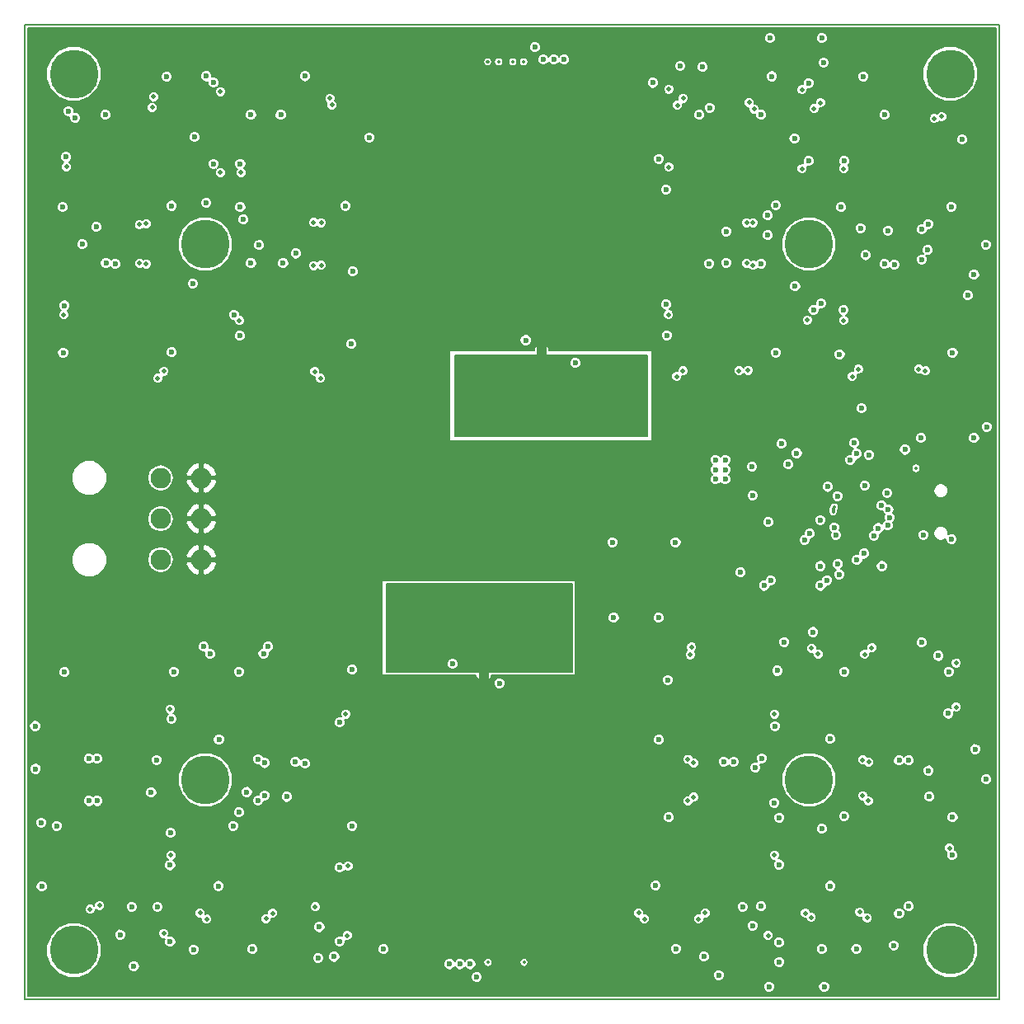
<source format=gbl>
G04 (created by PCBNEW (2013-05-16 BZR 4016)-stable) date 12. 1. 2014 16:41:27*
%MOIN*%
G04 Gerber Fmt 3.4, Leading zero omitted, Abs format*
%FSLAX34Y34*%
G01*
G70*
G90*
G04 APERTURE LIST*
%ADD10C,0.00590551*%
%ADD11C,0.19685*%
%ADD12R,0.0393701X0.0393701*%
%ADD13O,0.0826X0.0826*%
%ADD14C,0.023622*%
%ADD15C,0.019685*%
%ADD16C,0.011811*%
%ADD17C,0.00787402*%
G04 APERTURE END LIST*
G54D10*
X38779Y-61023D02*
X78149Y-61023D01*
X78149Y-61023D02*
X78149Y-21653D01*
X78149Y-21653D02*
X38779Y-21653D01*
X38779Y-21653D02*
X38779Y-61023D01*
G54D11*
X46062Y-30511D03*
G54D12*
X59665Y-34970D03*
X59665Y-34773D03*
X57322Y-47982D03*
X57322Y-47785D03*
G54D11*
X40748Y-23622D03*
X40748Y-59055D03*
X46062Y-52165D03*
X70472Y-52165D03*
X76181Y-59055D03*
X76181Y-23622D03*
X70472Y-30511D03*
G54D13*
X44252Y-43267D03*
X44252Y-41614D03*
X44252Y-39961D03*
X45904Y-39961D03*
X45904Y-41614D03*
X45904Y-43267D03*
G54D14*
X62578Y-45610D03*
X64389Y-45610D03*
X57952Y-48267D03*
X56062Y-47480D03*
X59015Y-34389D03*
X61023Y-35314D03*
X62519Y-42559D03*
X65078Y-42559D03*
G54D15*
X59665Y-35393D03*
X59665Y-35098D03*
X60039Y-35393D03*
X59291Y-35393D03*
X60039Y-35098D03*
X59311Y-35098D03*
X57437Y-36828D03*
X59484Y-36946D03*
X57342Y-47323D03*
X57342Y-47618D03*
X57716Y-47618D03*
X56968Y-47618D03*
X57716Y-47322D03*
X56988Y-47322D03*
X57688Y-45578D03*
X59641Y-45804D03*
G54D14*
X59390Y-22550D03*
X65266Y-23307D03*
X72559Y-29862D03*
X72667Y-23730D03*
X50098Y-23720D03*
X47608Y-29517D03*
X41653Y-29812D03*
X44507Y-23740D03*
X68976Y-23724D03*
X46102Y-23720D03*
X46102Y-28838D03*
X68809Y-29350D03*
X57035Y-60140D03*
X53270Y-59015D03*
X65088Y-58996D03*
X45590Y-59025D03*
X47972Y-59015D03*
X70984Y-59011D03*
X70984Y-54143D03*
X72381Y-59005D03*
X47421Y-53484D03*
X69074Y-53100D03*
X75344Y-52844D03*
X43877Y-52677D03*
X51278Y-59320D03*
X73523Y-31318D03*
X49212Y-31279D03*
X49114Y-25275D03*
X68543Y-31299D03*
X66437Y-31299D03*
X42047Y-31259D03*
X42027Y-25275D03*
X47913Y-25275D03*
X47913Y-31279D03*
X68169Y-39507D03*
X68543Y-25275D03*
X73523Y-25275D03*
X66043Y-25275D03*
X68188Y-40669D03*
X44094Y-51358D03*
X67421Y-51437D03*
X74507Y-51377D03*
X50098Y-51515D03*
G54D15*
X50511Y-57303D03*
G54D14*
X43090Y-57303D03*
X68562Y-51299D03*
X68543Y-57283D03*
X74507Y-57283D03*
X67785Y-57303D03*
X44129Y-57307D03*
X68818Y-41751D03*
X71490Y-41960D03*
G54D15*
X73011Y-46830D03*
X70570Y-46850D03*
X70326Y-57559D03*
X66271Y-57549D03*
X72724Y-47090D03*
X70846Y-47086D03*
X70561Y-57724D03*
X66003Y-57793D03*
X72889Y-51448D03*
X72866Y-53019D03*
X72645Y-52807D03*
X72641Y-51358D03*
X65807Y-52870D03*
X65807Y-51484D03*
X65580Y-51338D03*
X65578Y-53015D03*
X48789Y-57559D03*
X63582Y-57549D03*
X65728Y-46801D03*
X48523Y-57785D03*
X63818Y-57795D03*
X65669Y-47106D03*
G54D14*
X48602Y-46781D03*
X46003Y-46781D03*
G54D15*
X45856Y-57549D03*
X41791Y-57253D03*
X41407Y-57401D03*
X46122Y-57805D03*
G54D14*
X46259Y-47076D03*
X48415Y-47066D03*
X48464Y-51486D03*
X48464Y-52795D03*
X48198Y-53001D03*
X48198Y-51328D03*
X41692Y-51318D03*
X41692Y-53021D03*
X41358Y-53021D03*
X41358Y-51318D03*
G54D15*
X50492Y-35657D03*
X44393Y-35645D03*
X43980Y-24555D03*
X50716Y-35937D03*
X44145Y-35937D03*
X43917Y-24984D03*
X65381Y-24610D03*
X65374Y-35633D03*
X67645Y-35625D03*
X51098Y-24618D03*
X65149Y-24889D03*
X65127Y-35860D03*
X68011Y-35606D03*
X51181Y-24881D03*
X43405Y-31287D03*
X43397Y-29716D03*
X43677Y-31311D03*
X43673Y-29688D03*
X50440Y-31374D03*
X50444Y-29633D03*
X50751Y-29641D03*
X50751Y-31366D03*
X68051Y-24779D03*
X70935Y-24789D03*
X72468Y-35570D03*
X74909Y-35561D03*
X75177Y-35637D03*
X72214Y-35856D03*
X70679Y-25033D03*
X68248Y-25043D03*
G54D14*
X73100Y-42290D03*
X76240Y-42440D03*
G54D15*
X75836Y-25354D03*
G54D14*
X73280Y-41990D03*
X75098Y-42263D03*
G54D15*
X75531Y-25437D03*
X67952Y-29641D03*
X67952Y-31283D03*
X68212Y-29645D03*
X68208Y-31370D03*
G54D14*
X75031Y-31133D03*
X75031Y-29909D03*
X75275Y-30748D03*
X75283Y-29696D03*
X72700Y-43020D03*
X71643Y-43445D03*
G54D15*
X72824Y-57755D03*
G54D14*
X72411Y-43277D03*
G54D15*
X72529Y-57507D03*
G54D14*
X69350Y-38582D03*
X72391Y-38986D03*
X69980Y-38956D03*
X72145Y-39232D03*
X72893Y-39025D03*
X71560Y-42270D03*
X70290Y-42470D03*
X73650Y-41880D03*
X73415Y-43523D03*
X71692Y-43868D03*
X73400Y-41080D03*
X70935Y-43523D03*
X69251Y-58750D03*
X51496Y-58700D03*
X44645Y-58710D03*
X44694Y-49704D03*
X44645Y-55620D03*
X51496Y-55718D03*
X51496Y-49852D03*
X69251Y-55590D03*
X69094Y-50000D03*
X76259Y-55216D03*
X76102Y-49488D03*
X40374Y-32992D03*
X40433Y-26988D03*
X47224Y-33366D03*
X47480Y-27263D03*
X46397Y-27263D03*
X64153Y-23986D03*
X64685Y-32952D03*
X64409Y-27066D03*
X71870Y-33169D03*
X70649Y-33169D03*
X71889Y-27145D03*
X70452Y-27145D03*
X70944Y-44320D03*
X68917Y-44104D03*
X75708Y-47155D03*
X70452Y-23996D03*
X46397Y-23976D03*
X40531Y-25127D03*
G54D15*
X44675Y-55216D03*
X44645Y-49311D03*
X44389Y-58375D03*
X51830Y-55649D03*
X51742Y-49507D03*
X68818Y-58464D03*
X51801Y-58464D03*
X69074Y-55206D03*
X69074Y-49507D03*
X76151Y-54931D03*
X76427Y-49222D03*
G54D14*
X69468Y-46594D03*
G54D15*
X76427Y-47440D03*
X40344Y-33366D03*
X40452Y-27381D03*
X47440Y-33602D03*
X47509Y-27618D03*
X46673Y-24340D03*
X46673Y-27618D03*
X64793Y-33366D03*
X64803Y-27391D03*
X64803Y-24242D03*
X71879Y-27460D03*
X70196Y-27460D03*
X71870Y-33592D03*
X70403Y-33572D03*
G54D14*
X68651Y-44320D03*
G54D15*
X70196Y-24271D03*
G54D14*
X40807Y-25403D03*
X77145Y-38346D03*
X74350Y-38820D03*
X73680Y-41240D03*
X39202Y-51722D03*
X77185Y-50925D03*
X68897Y-22185D03*
X68858Y-60531D03*
X77145Y-31751D03*
X43179Y-59704D03*
X39429Y-53897D03*
X66820Y-60059D03*
X77637Y-52145D03*
X70984Y-22185D03*
X71082Y-60531D03*
X77618Y-30531D03*
X77657Y-37893D03*
X70500Y-42210D03*
X70639Y-46190D03*
X75019Y-46614D03*
X72720Y-40270D03*
X70964Y-32903D03*
X72598Y-37145D03*
X60560Y-59550D03*
X59685Y-59550D03*
X59685Y-60070D03*
X60130Y-60070D03*
X60130Y-59550D03*
X65310Y-60565D03*
X66220Y-60078D03*
X61280Y-60570D03*
X60560Y-60070D03*
X41456Y-60570D03*
X45393Y-60570D03*
X49330Y-60570D03*
X53267Y-60570D03*
X42194Y-58070D03*
X55735Y-60145D03*
X55840Y-23140D03*
X56720Y-22640D03*
X56720Y-23150D03*
X56280Y-22640D03*
X56280Y-23150D03*
X46960Y-22150D03*
X54730Y-22150D03*
X55850Y-22650D03*
X50910Y-22150D03*
X42620Y-22150D03*
X60770Y-22550D03*
X73385Y-44576D03*
X73769Y-44566D03*
X73779Y-44891D03*
X72696Y-44468D03*
X73385Y-44891D03*
G54D15*
X55954Y-43129D03*
X55954Y-42736D03*
X55954Y-42342D03*
X53582Y-43129D03*
X53582Y-42736D03*
X53582Y-42342D03*
X53582Y-41948D03*
X53976Y-41948D03*
X53976Y-42342D03*
X53976Y-42736D03*
X51299Y-43129D03*
X51692Y-43139D03*
X51692Y-42746D03*
X51692Y-42352D03*
X51692Y-41958D03*
X51299Y-41958D03*
X51299Y-42352D03*
X51299Y-42746D03*
X49744Y-43120D03*
X49350Y-43129D03*
X49350Y-42736D03*
X49350Y-42342D03*
X49350Y-41948D03*
X49744Y-41948D03*
X49744Y-42342D03*
X49744Y-42736D03*
G54D14*
X73041Y-60265D03*
X67244Y-59517D03*
X66456Y-22588D03*
X49478Y-59370D03*
X71210Y-44822D03*
X69448Y-44429D03*
X67805Y-45068D03*
X64586Y-45088D03*
X43523Y-59389D03*
X40285Y-50925D03*
X47125Y-32244D03*
X74393Y-36578D03*
X67519Y-24537D03*
X50137Y-24488D03*
X42906Y-24562D03*
G54D15*
X74015Y-55551D03*
X74015Y-55984D03*
X74448Y-55984D03*
X74881Y-55984D03*
X74881Y-55551D03*
X74448Y-55551D03*
X74015Y-55118D03*
X74015Y-55137D03*
X74448Y-54704D03*
X74448Y-54271D03*
X74881Y-54271D03*
X74881Y-54704D03*
X74881Y-55137D03*
X74448Y-55137D03*
X74005Y-54694D03*
X74005Y-54261D03*
X73572Y-54261D03*
X73139Y-54261D03*
X73139Y-54694D03*
X73572Y-54694D03*
X74005Y-55127D03*
X74005Y-55127D03*
X73572Y-55561D03*
X73572Y-55994D03*
X73139Y-55994D03*
X73139Y-55561D03*
X73139Y-55127D03*
X73572Y-55127D03*
X66929Y-55551D03*
X66929Y-55984D03*
X67362Y-55984D03*
X67795Y-55984D03*
X67795Y-55551D03*
X67362Y-55551D03*
X66929Y-55118D03*
X66929Y-55137D03*
X67362Y-54704D03*
X67362Y-54271D03*
X67795Y-54271D03*
X67795Y-54704D03*
X67795Y-55137D03*
X67362Y-55137D03*
X66919Y-54694D03*
X66919Y-54261D03*
X66486Y-54261D03*
X66053Y-54261D03*
X66053Y-54694D03*
X66486Y-54694D03*
X66919Y-55127D03*
X66919Y-55127D03*
X66486Y-55561D03*
X66486Y-55994D03*
X66053Y-55994D03*
X66053Y-55561D03*
X66053Y-55127D03*
X66486Y-55127D03*
X74015Y-49645D03*
X74015Y-50078D03*
X74448Y-50078D03*
X74881Y-50078D03*
X74881Y-49645D03*
X74448Y-49645D03*
X74015Y-49212D03*
X74015Y-49232D03*
X74448Y-48799D03*
X74448Y-48366D03*
X74881Y-48366D03*
X74881Y-48799D03*
X74881Y-49232D03*
X74448Y-49232D03*
X74005Y-48789D03*
X74005Y-48356D03*
X73572Y-48356D03*
X73139Y-48356D03*
X73139Y-48789D03*
X73572Y-48789D03*
X74005Y-49222D03*
X74005Y-49222D03*
X73572Y-49655D03*
X73572Y-50088D03*
X73139Y-50088D03*
X73139Y-49655D03*
X73139Y-49222D03*
X73572Y-49222D03*
X66486Y-49222D03*
X66053Y-49222D03*
X66053Y-49655D03*
X66053Y-50088D03*
X66486Y-50088D03*
X66486Y-49655D03*
X66919Y-49222D03*
X66919Y-49222D03*
X66486Y-48789D03*
X66053Y-48789D03*
X66053Y-48356D03*
X66486Y-48356D03*
X66919Y-48356D03*
X66919Y-48789D03*
X67362Y-49232D03*
X67795Y-49232D03*
X67795Y-48799D03*
X67795Y-48366D03*
X67362Y-48366D03*
X67362Y-48799D03*
X66929Y-49232D03*
X66929Y-49212D03*
X67362Y-49645D03*
X67795Y-49645D03*
X67795Y-50078D03*
X67362Y-50078D03*
X66929Y-50078D03*
X66929Y-49645D03*
X49163Y-55127D03*
X48730Y-55127D03*
X48730Y-55561D03*
X48730Y-55994D03*
X49163Y-55994D03*
X49163Y-55561D03*
X49596Y-55127D03*
X49596Y-55127D03*
X49163Y-54694D03*
X48730Y-54694D03*
X48730Y-54261D03*
X49163Y-54261D03*
X49596Y-54261D03*
X49596Y-54694D03*
X50039Y-55137D03*
X50472Y-55137D03*
X50472Y-54704D03*
X50472Y-54271D03*
X50039Y-54271D03*
X50039Y-54704D03*
X49606Y-55137D03*
X49606Y-55118D03*
X50039Y-55551D03*
X50472Y-55551D03*
X50472Y-55984D03*
X50039Y-55984D03*
X49606Y-55984D03*
X49606Y-55551D03*
X49163Y-49222D03*
X48730Y-49222D03*
X48730Y-49655D03*
X48730Y-50088D03*
X49163Y-50088D03*
X49163Y-49655D03*
X49596Y-49222D03*
X49596Y-49222D03*
X49163Y-48789D03*
X48730Y-48789D03*
X48730Y-48356D03*
X49163Y-48356D03*
X49596Y-48356D03*
X49596Y-48789D03*
X50039Y-49232D03*
X50472Y-49232D03*
X50472Y-48799D03*
X50472Y-48366D03*
X50039Y-48366D03*
X50039Y-48799D03*
X49606Y-49232D03*
X49606Y-49212D03*
X50039Y-49645D03*
X50472Y-49645D03*
X50472Y-50078D03*
X50039Y-50078D03*
X49606Y-50078D03*
X49606Y-49645D03*
X42076Y-55127D03*
X41643Y-55127D03*
X41643Y-55561D03*
X41643Y-55994D03*
X42076Y-55994D03*
X42076Y-55561D03*
X42509Y-55127D03*
X42509Y-55127D03*
X42076Y-54694D03*
X41643Y-54694D03*
X41643Y-54261D03*
X42076Y-54261D03*
X42509Y-54261D03*
X42509Y-54694D03*
X42952Y-55137D03*
X43385Y-55137D03*
X43385Y-54704D03*
X43385Y-54271D03*
X42952Y-54271D03*
X42952Y-54704D03*
X42519Y-55137D03*
X42519Y-55118D03*
X42952Y-55551D03*
X43385Y-55551D03*
X43385Y-55984D03*
X42952Y-55984D03*
X42519Y-55984D03*
X42519Y-55551D03*
X42519Y-49645D03*
X42519Y-50078D03*
X42952Y-50078D03*
X43385Y-50078D03*
X43385Y-49645D03*
X42952Y-49645D03*
X42519Y-49212D03*
X42519Y-49232D03*
X42952Y-48799D03*
X42952Y-48366D03*
X43385Y-48366D03*
X43385Y-48799D03*
X43385Y-49232D03*
X42952Y-49232D03*
X42509Y-48789D03*
X42509Y-48356D03*
X42076Y-48356D03*
X41643Y-48356D03*
X41643Y-48789D03*
X42076Y-48789D03*
X42509Y-49222D03*
X42509Y-49222D03*
X42076Y-49655D03*
X42076Y-50088D03*
X41643Y-50088D03*
X41643Y-49655D03*
X41643Y-49222D03*
X42076Y-49222D03*
X74458Y-33454D03*
X74891Y-33454D03*
X74891Y-33021D03*
X74891Y-32588D03*
X74458Y-32588D03*
X74458Y-33021D03*
X74025Y-33454D03*
X74025Y-33454D03*
X74458Y-33887D03*
X74891Y-33887D03*
X74891Y-34320D03*
X74458Y-34320D03*
X74025Y-34320D03*
X74025Y-33887D03*
X73582Y-33444D03*
X73149Y-33444D03*
X73149Y-33877D03*
X73149Y-34311D03*
X73582Y-34311D03*
X73582Y-33877D03*
X74015Y-33444D03*
X74015Y-33464D03*
X73582Y-33031D03*
X73149Y-33031D03*
X73149Y-32598D03*
X73582Y-32598D03*
X74015Y-32598D03*
X74015Y-33031D03*
X67372Y-33454D03*
X67805Y-33454D03*
X67805Y-33021D03*
X67805Y-32588D03*
X67372Y-32588D03*
X67372Y-33021D03*
X66938Y-33454D03*
X66938Y-33454D03*
X67372Y-33887D03*
X67805Y-33887D03*
X67805Y-34320D03*
X67372Y-34320D03*
X66938Y-34320D03*
X66938Y-33887D03*
X66496Y-33444D03*
X66062Y-33444D03*
X66062Y-33877D03*
X66062Y-34311D03*
X66496Y-34311D03*
X66496Y-33877D03*
X66929Y-33444D03*
X66929Y-33464D03*
X66496Y-33031D03*
X66062Y-33031D03*
X66062Y-32598D03*
X66496Y-32598D03*
X66929Y-32598D03*
X66929Y-33031D03*
X74458Y-27549D03*
X74891Y-27549D03*
X74891Y-27116D03*
X74891Y-26683D03*
X74458Y-26683D03*
X74458Y-27116D03*
X74025Y-27549D03*
X74025Y-27549D03*
X74458Y-27982D03*
X74891Y-27982D03*
X74891Y-28415D03*
X74458Y-28415D03*
X74025Y-28415D03*
X74025Y-27982D03*
X73582Y-27539D03*
X73149Y-27539D03*
X73149Y-27972D03*
X73149Y-28405D03*
X73582Y-28405D03*
X73582Y-27972D03*
X74015Y-27539D03*
X74015Y-27559D03*
X73582Y-27125D03*
X73149Y-27125D03*
X73149Y-26692D03*
X73582Y-26692D03*
X74015Y-26692D03*
X74015Y-27125D03*
X66929Y-27125D03*
X66929Y-26692D03*
X66496Y-26692D03*
X66062Y-26692D03*
X66062Y-27125D03*
X66496Y-27125D03*
X66929Y-27559D03*
X66929Y-27539D03*
X66496Y-27972D03*
X66496Y-28405D03*
X66062Y-28405D03*
X66062Y-27972D03*
X66062Y-27539D03*
X66496Y-27539D03*
X66938Y-27982D03*
X66938Y-28415D03*
X67372Y-28415D03*
X67805Y-28415D03*
X67805Y-27982D03*
X67372Y-27982D03*
X66938Y-27549D03*
X66938Y-27549D03*
X67372Y-27116D03*
X67372Y-26683D03*
X67805Y-26683D03*
X67805Y-27116D03*
X67805Y-27549D03*
X67372Y-27549D03*
X49606Y-33031D03*
X49606Y-32598D03*
X49173Y-32598D03*
X48740Y-32598D03*
X48740Y-33031D03*
X49173Y-33031D03*
X49606Y-33464D03*
X49606Y-33444D03*
X49173Y-33877D03*
X49173Y-34311D03*
X48740Y-34311D03*
X48740Y-33877D03*
X48740Y-33444D03*
X49173Y-33444D03*
X49616Y-33887D03*
X49616Y-34320D03*
X50049Y-34320D03*
X50482Y-34320D03*
X50482Y-33887D03*
X50049Y-33887D03*
X49616Y-33454D03*
X49616Y-33454D03*
X50049Y-33021D03*
X50049Y-32588D03*
X50482Y-32588D03*
X50482Y-33021D03*
X50482Y-33454D03*
X50049Y-33454D03*
X42519Y-33031D03*
X42519Y-32598D03*
X42086Y-32598D03*
X41653Y-32598D03*
X41653Y-33031D03*
X42086Y-33031D03*
X42519Y-33464D03*
X42519Y-33444D03*
X42086Y-33877D03*
X42086Y-34311D03*
X41653Y-34311D03*
X41653Y-33877D03*
X41653Y-33444D03*
X42086Y-33444D03*
X42529Y-33887D03*
X42529Y-34320D03*
X42962Y-34320D03*
X43395Y-34320D03*
X43395Y-33887D03*
X42962Y-33887D03*
X42529Y-33454D03*
X42529Y-33454D03*
X42962Y-33021D03*
X42962Y-32588D03*
X43395Y-32588D03*
X43395Y-33021D03*
X43395Y-33454D03*
X42962Y-33454D03*
X49606Y-27125D03*
X49606Y-26692D03*
X49173Y-26692D03*
X48740Y-26692D03*
X48740Y-27125D03*
X49173Y-27125D03*
X49606Y-27559D03*
X49606Y-27539D03*
X49173Y-27972D03*
X49173Y-28405D03*
X48740Y-28405D03*
X48740Y-27972D03*
X48740Y-27539D03*
X49173Y-27539D03*
X49616Y-27982D03*
X49616Y-28415D03*
X50049Y-28415D03*
X50482Y-28415D03*
X50482Y-27982D03*
X50049Y-27982D03*
X49616Y-27549D03*
X49616Y-27549D03*
X50049Y-27116D03*
X50049Y-26683D03*
X50482Y-26683D03*
X50482Y-27116D03*
X50482Y-27549D03*
X50049Y-27549D03*
X42962Y-27549D03*
X43395Y-27549D03*
X43395Y-27116D03*
X43395Y-26683D03*
X42962Y-26683D03*
X42962Y-27116D03*
X42529Y-27549D03*
X42529Y-27549D03*
X42962Y-27982D03*
X43395Y-27982D03*
X43395Y-28415D03*
X42962Y-28415D03*
X42529Y-28415D03*
X42529Y-27982D03*
X42086Y-27539D03*
X41653Y-27539D03*
X41653Y-27972D03*
X41653Y-28405D03*
X42086Y-28405D03*
X42086Y-27972D03*
X42519Y-27539D03*
X42519Y-27559D03*
X42086Y-27125D03*
X41653Y-27125D03*
X41653Y-26692D03*
X42086Y-26692D03*
X42519Y-26692D03*
X42519Y-27125D03*
G54D14*
X62913Y-22145D03*
X66850Y-22145D03*
X77204Y-24862D03*
X76417Y-56318D03*
X77342Y-57480D03*
X74783Y-60098D03*
X73614Y-58122D03*
X68031Y-42322D03*
X67362Y-42992D03*
X66535Y-43759D03*
X65433Y-43799D03*
X64566Y-43996D03*
X68110Y-37775D03*
X66535Y-37775D03*
X64566Y-37775D03*
X63700Y-44350D03*
X63700Y-46318D03*
X63700Y-48287D03*
X63700Y-51043D03*
X63070Y-51574D03*
X59448Y-49625D03*
X59842Y-49625D03*
X60236Y-49625D03*
X60629Y-49625D03*
X61023Y-49625D03*
X61417Y-49625D03*
X61811Y-49625D03*
X59055Y-51555D03*
X57165Y-51555D03*
X54133Y-51082D03*
X54133Y-49507D03*
X54133Y-48326D03*
G54D15*
X74551Y-24598D03*
G54D14*
X73070Y-22972D03*
X57559Y-33110D03*
X57165Y-33110D03*
X56771Y-33110D03*
X56377Y-33110D03*
X55984Y-33110D03*
X55590Y-33110D03*
X55196Y-33110D03*
X63307Y-31377D03*
X63307Y-32952D03*
X63307Y-34704D03*
X61988Y-34704D03*
X58031Y-31082D03*
X59881Y-31082D03*
X53661Y-36732D03*
X52992Y-36732D03*
X52992Y-34960D03*
X52992Y-32992D03*
X52992Y-31023D03*
X54133Y-30984D03*
G54D15*
X48188Y-45098D03*
X48582Y-45098D03*
X48976Y-45098D03*
X49370Y-45098D03*
X49763Y-45098D03*
X52125Y-45098D03*
X51732Y-45098D03*
X51338Y-45098D03*
X50944Y-45098D03*
X50551Y-45098D03*
X50157Y-45098D03*
X53976Y-43129D03*
X55954Y-41948D03*
X55561Y-41948D03*
X55561Y-42342D03*
X55561Y-42736D03*
X55561Y-43129D03*
G54D14*
X66948Y-52282D03*
X71830Y-56318D03*
X76377Y-32007D03*
G54D15*
X50141Y-36555D03*
X66653Y-58055D03*
G54D14*
X39823Y-34291D03*
X76181Y-26338D03*
X39940Y-56318D03*
X43287Y-46181D03*
X45610Y-50295D03*
X45294Y-48366D03*
X46969Y-28405D03*
X39804Y-28385D03*
X76692Y-28366D03*
X67775Y-46141D03*
X64763Y-47618D03*
X69783Y-48385D03*
X66397Y-46141D03*
X64763Y-56338D03*
X64292Y-54271D03*
X69842Y-54271D03*
X76790Y-34291D03*
X76790Y-54271D03*
X73956Y-52302D03*
X74547Y-46141D03*
X73405Y-46102D03*
X71811Y-50413D03*
X71201Y-34311D03*
X76712Y-48366D03*
X76643Y-50177D03*
X71260Y-28385D03*
X71092Y-32312D03*
X71456Y-25984D03*
X73917Y-30433D03*
X66830Y-30355D03*
X67263Y-36480D03*
X69448Y-32204D03*
X66141Y-36456D03*
X73188Y-36437D03*
X52204Y-26299D03*
X43208Y-36535D03*
X48799Y-36515D03*
X45059Y-32204D03*
X41771Y-36515D03*
X64232Y-34822D03*
X69409Y-26299D03*
X64173Y-28917D03*
X52706Y-56013D03*
X45078Y-56082D03*
X52480Y-48405D03*
X49350Y-46161D03*
X49625Y-52361D03*
X51889Y-53524D03*
X44655Y-53316D03*
X42539Y-52184D03*
X51535Y-32263D03*
X46948Y-34803D03*
X49448Y-30432D03*
X42519Y-30392D03*
X68937Y-23169D03*
X62224Y-33169D03*
X62224Y-33562D03*
X62224Y-33956D03*
X62224Y-34350D03*
X63425Y-41968D03*
X63425Y-41574D03*
X63425Y-41181D03*
X55118Y-49507D03*
X55118Y-49114D03*
X55118Y-48720D03*
X55118Y-48326D03*
X66496Y-38543D03*
X66102Y-38543D03*
X65708Y-38543D03*
X65314Y-38543D03*
G54D15*
X65098Y-41751D03*
X64744Y-41751D03*
X65098Y-41417D03*
X64744Y-41417D03*
G54D14*
X68543Y-40078D03*
X47342Y-56534D03*
X41948Y-46161D03*
X47342Y-50629D03*
X52568Y-50403D03*
X69793Y-50442D03*
X69812Y-56505D03*
X69566Y-28346D03*
X64468Y-25905D03*
X69625Y-34271D03*
X64153Y-32047D03*
X51850Y-34034D03*
X52224Y-28385D03*
X45196Y-34271D03*
X45137Y-26299D03*
X45216Y-28366D03*
X47106Y-26574D03*
X39458Y-32234D03*
X40039Y-26318D03*
X46909Y-48405D03*
X71397Y-54330D03*
X47322Y-54546D03*
X40196Y-54546D03*
X39881Y-48405D03*
X71417Y-48385D03*
X71230Y-40320D03*
X73630Y-40570D03*
X71620Y-40700D03*
X73730Y-41560D03*
X49723Y-30885D03*
X48238Y-30551D03*
X75305Y-51791D03*
X74114Y-51377D03*
X66456Y-25000D03*
X66171Y-23346D03*
X42421Y-31318D03*
X41092Y-30511D03*
X66220Y-59311D03*
X68188Y-58061D03*
X67125Y-31259D03*
X67125Y-30000D03*
X68809Y-30147D03*
X72765Y-30954D03*
X73917Y-31338D03*
X73661Y-29960D03*
X74114Y-57559D03*
X73897Y-58858D03*
X47746Y-52658D03*
X49350Y-52854D03*
X49704Y-51437D03*
X42618Y-58425D03*
X68306Y-51673D03*
X67027Y-51427D03*
X50679Y-58120D03*
X50620Y-59370D03*
X70930Y-41660D03*
X60150Y-23050D03*
X60570Y-23050D03*
X59730Y-23050D03*
X56360Y-59620D03*
X55940Y-59620D03*
X56780Y-59620D03*
X69635Y-39419D03*
X69133Y-34901D03*
X71200Y-44094D03*
X67706Y-43780D03*
X76279Y-34901D03*
X39183Y-49990D03*
X76663Y-26279D03*
X47480Y-29015D03*
X40314Y-34901D03*
X64409Y-50551D03*
X64763Y-48129D03*
X69192Y-47755D03*
X64271Y-56437D03*
X64803Y-53681D03*
X69271Y-53700D03*
X71338Y-56456D03*
X76279Y-53681D03*
X71889Y-53641D03*
X71318Y-50511D03*
X71712Y-34960D03*
X76122Y-47795D03*
X71909Y-47795D03*
X71771Y-29015D03*
X76889Y-32578D03*
X76220Y-28996D03*
X69911Y-32214D03*
X64724Y-34192D03*
X69881Y-26240D03*
X69133Y-28937D03*
X64685Y-28307D03*
X52007Y-47716D03*
X46614Y-50531D03*
X47421Y-47795D03*
X46594Y-56456D03*
X52007Y-54035D03*
X47185Y-54035D03*
X44665Y-54311D03*
X39448Y-56476D03*
X40059Y-54035D03*
X40374Y-47814D03*
X44783Y-47795D03*
X52027Y-31614D03*
X51968Y-34547D03*
X47460Y-34212D03*
X45551Y-32106D03*
X52696Y-26200D03*
X45629Y-26181D03*
X40295Y-29015D03*
X72303Y-38543D03*
X67086Y-40019D03*
X66692Y-40019D03*
X66692Y-39625D03*
X67086Y-39625D03*
X67086Y-39232D03*
X66692Y-39232D03*
X75000Y-38346D03*
X51732Y-28956D03*
X44704Y-34881D03*
X44704Y-28956D03*
X69271Y-59527D03*
X71062Y-23169D03*
G54D16*
X74793Y-39577D02*
X74803Y-39587D01*
X74793Y-39557D02*
X74793Y-39577D01*
X57924Y-23140D02*
X57920Y-23140D01*
X58496Y-23140D02*
X58500Y-23140D01*
X71450Y-41340D02*
X71450Y-41190D01*
X71450Y-41190D02*
X71500Y-41140D01*
X58949Y-59550D02*
X58950Y-59550D01*
X57491Y-59550D02*
X57490Y-59550D01*
X57481Y-23140D02*
X57480Y-23140D01*
X58939Y-23140D02*
X58940Y-23140D01*
X65315Y-60570D02*
X65310Y-60565D01*
X66220Y-60078D02*
X66220Y-60079D01*
X66220Y-60079D02*
X65730Y-60570D01*
X65730Y-60570D02*
X65315Y-60570D01*
X61060Y-60570D02*
X60560Y-60070D01*
X61280Y-60570D02*
X61060Y-60570D01*
X53267Y-60570D02*
X55309Y-60570D01*
X42194Y-59832D02*
X41456Y-60570D01*
X45393Y-60570D02*
X49330Y-60570D01*
X42194Y-58070D02*
X42194Y-59832D01*
X55309Y-60570D02*
X55735Y-60145D01*
X42620Y-22150D02*
X46960Y-22150D01*
X50910Y-22150D02*
X54730Y-22150D01*
X73385Y-44891D02*
X73779Y-44891D01*
X73385Y-44576D02*
X73474Y-44566D01*
X73474Y-44566D02*
X73769Y-44566D01*
X55561Y-42342D02*
X55561Y-41948D01*
X55561Y-43129D02*
X55561Y-42736D01*
X53582Y-42736D02*
X53582Y-43129D01*
X53582Y-41948D02*
X53582Y-42342D01*
X53976Y-42342D02*
X53976Y-41948D01*
X53976Y-43129D02*
X53976Y-42736D01*
X51299Y-43129D02*
X51299Y-42746D01*
X51692Y-42746D02*
X51692Y-43139D01*
X51692Y-41958D02*
X51692Y-42352D01*
X51299Y-42352D02*
X51299Y-41958D01*
X49744Y-43120D02*
X49744Y-42736D01*
X49350Y-42736D02*
X49350Y-43129D01*
X49350Y-41948D02*
X49350Y-42342D01*
X49744Y-42342D02*
X49744Y-41948D01*
X71092Y-45039D02*
X71092Y-45029D01*
X71210Y-44842D02*
X71210Y-44822D01*
X71092Y-45029D02*
X71210Y-44842D01*
X69448Y-44429D02*
X69448Y-44419D01*
X67805Y-45068D02*
X71092Y-45039D01*
X71092Y-45039D02*
X71082Y-45039D01*
X40305Y-50954D02*
X40305Y-50944D01*
X40305Y-50944D02*
X40285Y-50925D01*
X74015Y-55551D02*
X74015Y-55118D01*
X74015Y-55984D02*
X74448Y-55984D01*
X74881Y-55984D02*
X74881Y-55551D01*
X74881Y-54271D02*
X74448Y-54271D01*
X74881Y-55137D02*
X74881Y-54704D01*
X74448Y-55137D02*
X74015Y-55137D01*
X74005Y-54694D02*
X74005Y-55127D01*
X74005Y-54261D02*
X73572Y-54261D01*
X73139Y-54261D02*
X73139Y-54694D01*
X73139Y-55994D02*
X73572Y-55994D01*
X73139Y-55127D02*
X73139Y-55561D01*
X73572Y-55127D02*
X74005Y-55127D01*
X66929Y-55551D02*
X66929Y-55118D01*
X66929Y-55984D02*
X67362Y-55984D01*
X67795Y-55984D02*
X67795Y-55551D01*
X67795Y-54271D02*
X67362Y-54271D01*
X67795Y-55137D02*
X67795Y-54704D01*
X67362Y-55137D02*
X66929Y-55137D01*
X66919Y-54694D02*
X66919Y-55127D01*
X66919Y-54261D02*
X66486Y-54261D01*
X66053Y-54261D02*
X66053Y-54694D01*
X66053Y-55994D02*
X66486Y-55994D01*
X66053Y-55127D02*
X66053Y-55561D01*
X66486Y-55127D02*
X66919Y-55127D01*
X74015Y-49645D02*
X74015Y-49212D01*
X74015Y-50078D02*
X74448Y-50078D01*
X74881Y-50078D02*
X74881Y-49645D01*
X74881Y-48366D02*
X74448Y-48366D01*
X74881Y-49232D02*
X74881Y-48799D01*
X74448Y-49232D02*
X74015Y-49232D01*
X74005Y-48789D02*
X74005Y-49222D01*
X74005Y-48356D02*
X73572Y-48356D01*
X73139Y-48356D02*
X73139Y-48789D01*
X73139Y-50088D02*
X73572Y-50088D01*
X73139Y-49222D02*
X73139Y-49655D01*
X73572Y-49222D02*
X74005Y-49222D01*
X66486Y-49222D02*
X66919Y-49222D01*
X66053Y-49222D02*
X66053Y-49655D01*
X66053Y-50088D02*
X66486Y-50088D01*
X66053Y-48356D02*
X66053Y-48789D01*
X66919Y-48356D02*
X66486Y-48356D01*
X66919Y-48789D02*
X66919Y-49222D01*
X67362Y-49232D02*
X66929Y-49232D01*
X67795Y-49232D02*
X67795Y-48799D01*
X67795Y-48366D02*
X67362Y-48366D01*
X67795Y-50078D02*
X67795Y-49645D01*
X66929Y-50078D02*
X67362Y-50078D01*
X66929Y-49645D02*
X66929Y-49212D01*
X49163Y-55127D02*
X49596Y-55127D01*
X48730Y-55127D02*
X48730Y-55561D01*
X48730Y-55994D02*
X49163Y-55994D01*
X48730Y-54261D02*
X48730Y-54694D01*
X49596Y-54261D02*
X49163Y-54261D01*
X49596Y-54694D02*
X49596Y-55127D01*
X50039Y-55137D02*
X49606Y-55137D01*
X50472Y-55137D02*
X50472Y-54704D01*
X50472Y-54271D02*
X50039Y-54271D01*
X50472Y-55984D02*
X50472Y-55551D01*
X49606Y-55984D02*
X50039Y-55984D01*
X49606Y-55551D02*
X49606Y-55118D01*
X49163Y-49222D02*
X49596Y-49222D01*
X48730Y-49222D02*
X48730Y-49655D01*
X48730Y-50088D02*
X49163Y-50088D01*
X48730Y-48356D02*
X48730Y-48789D01*
X49596Y-48356D02*
X49163Y-48356D01*
X49596Y-48789D02*
X49596Y-49222D01*
X50039Y-49232D02*
X49606Y-49232D01*
X50472Y-49232D02*
X50472Y-48799D01*
X50472Y-48366D02*
X50039Y-48366D01*
X50472Y-50078D02*
X50472Y-49645D01*
X49606Y-50078D02*
X50039Y-50078D01*
X49606Y-49645D02*
X49606Y-49212D01*
X42076Y-55127D02*
X42509Y-55127D01*
X41643Y-55127D02*
X41643Y-55561D01*
X41643Y-55994D02*
X42076Y-55994D01*
X41643Y-54261D02*
X41643Y-54694D01*
X42509Y-54261D02*
X42076Y-54261D01*
X42509Y-54694D02*
X42509Y-55127D01*
X42952Y-55137D02*
X42519Y-55137D01*
X43385Y-55137D02*
X43385Y-54704D01*
X43385Y-54271D02*
X42952Y-54271D01*
X43385Y-55984D02*
X43385Y-55551D01*
X42519Y-55984D02*
X42952Y-55984D01*
X42519Y-55551D02*
X42519Y-55118D01*
X42519Y-49645D02*
X42519Y-49212D01*
X42519Y-50078D02*
X42952Y-50078D01*
X43385Y-50078D02*
X43385Y-49645D01*
X43385Y-48366D02*
X42952Y-48366D01*
X43385Y-49232D02*
X43385Y-48799D01*
X42952Y-49232D02*
X42519Y-49232D01*
X42509Y-48789D02*
X42509Y-49222D01*
X42509Y-48356D02*
X42076Y-48356D01*
X41643Y-48356D02*
X41643Y-48789D01*
X41643Y-50088D02*
X42076Y-50088D01*
X41643Y-49222D02*
X41643Y-49655D01*
X42076Y-49222D02*
X42509Y-49222D01*
X74458Y-33454D02*
X74025Y-33454D01*
X74891Y-33454D02*
X74891Y-33021D01*
X74891Y-32588D02*
X74458Y-32588D01*
X74891Y-34320D02*
X74891Y-33887D01*
X74025Y-34320D02*
X74458Y-34320D01*
X74025Y-33887D02*
X74025Y-33454D01*
X73582Y-33444D02*
X74015Y-33444D01*
X73149Y-33444D02*
X73149Y-33877D01*
X73149Y-34311D02*
X73582Y-34311D01*
X73149Y-32598D02*
X73149Y-33031D01*
X74015Y-32598D02*
X73582Y-32598D01*
X74015Y-33031D02*
X74015Y-33464D01*
X67372Y-33454D02*
X66938Y-33454D01*
X67805Y-33454D02*
X67805Y-33021D01*
X67805Y-32588D02*
X67372Y-32588D01*
X67805Y-34320D02*
X67805Y-33887D01*
X66938Y-34320D02*
X67372Y-34320D01*
X66938Y-33887D02*
X66938Y-33454D01*
X66496Y-33444D02*
X66929Y-33444D01*
X66062Y-33444D02*
X66062Y-33877D01*
X66062Y-34311D02*
X66496Y-34311D01*
X66062Y-32598D02*
X66062Y-33031D01*
X66929Y-32598D02*
X66496Y-32598D01*
X66929Y-33031D02*
X66929Y-33464D01*
X74458Y-27549D02*
X74025Y-27549D01*
X74891Y-27549D02*
X74891Y-27116D01*
X74891Y-26683D02*
X74458Y-26683D01*
X74891Y-28415D02*
X74891Y-27982D01*
X74025Y-28415D02*
X74458Y-28415D01*
X74025Y-27982D02*
X74025Y-27549D01*
X73582Y-27539D02*
X74015Y-27539D01*
X73149Y-27539D02*
X73149Y-27972D01*
X73149Y-28405D02*
X73582Y-28405D01*
X73149Y-26692D02*
X73149Y-27125D01*
X74015Y-26692D02*
X73582Y-26692D01*
X74015Y-27125D02*
X74015Y-27559D01*
X66929Y-27125D02*
X66929Y-27559D01*
X66929Y-26692D02*
X66496Y-26692D01*
X66062Y-26692D02*
X66062Y-27125D01*
X66062Y-28405D02*
X66496Y-28405D01*
X66062Y-27539D02*
X66062Y-27972D01*
X66496Y-27539D02*
X66929Y-27539D01*
X66938Y-27982D02*
X66938Y-27549D01*
X66938Y-28415D02*
X67372Y-28415D01*
X67805Y-28415D02*
X67805Y-27982D01*
X67805Y-26683D02*
X67372Y-26683D01*
X67805Y-27549D02*
X67805Y-27116D01*
X67372Y-27549D02*
X66938Y-27549D01*
X49606Y-33031D02*
X49606Y-33464D01*
X49606Y-32598D02*
X49173Y-32598D01*
X48740Y-32598D02*
X48740Y-33031D01*
X48740Y-34311D02*
X49173Y-34311D01*
X48740Y-33444D02*
X48740Y-33877D01*
X49173Y-33444D02*
X49606Y-33444D01*
X49616Y-33887D02*
X49616Y-33454D01*
X49616Y-34320D02*
X50049Y-34320D01*
X50482Y-34320D02*
X50482Y-33887D01*
X50482Y-32588D02*
X50049Y-32588D01*
X50482Y-33454D02*
X50482Y-33021D01*
X50049Y-33454D02*
X49616Y-33454D01*
X42519Y-33031D02*
X42519Y-33464D01*
X42519Y-32598D02*
X42086Y-32598D01*
X41653Y-32598D02*
X41653Y-33031D01*
X41653Y-34311D02*
X42086Y-34311D01*
X41653Y-33444D02*
X41653Y-33877D01*
X42086Y-33444D02*
X42519Y-33444D01*
X42529Y-33887D02*
X42529Y-33454D01*
X42529Y-34320D02*
X42962Y-34320D01*
X43395Y-34320D02*
X43395Y-33887D01*
X43395Y-32588D02*
X42962Y-32588D01*
X43395Y-33454D02*
X43395Y-33021D01*
X42962Y-33454D02*
X42529Y-33454D01*
X49606Y-27125D02*
X49606Y-27559D01*
X49606Y-26692D02*
X49173Y-26692D01*
X48740Y-26692D02*
X48740Y-27125D01*
X48740Y-28405D02*
X49173Y-28405D01*
X48740Y-27539D02*
X48740Y-27972D01*
X49173Y-27539D02*
X49606Y-27539D01*
X49616Y-27982D02*
X49616Y-27549D01*
X49616Y-28415D02*
X50049Y-28415D01*
X50482Y-28415D02*
X50482Y-27982D01*
X50482Y-26683D02*
X50049Y-26683D01*
X50482Y-27549D02*
X50482Y-27116D01*
X50049Y-27549D02*
X49616Y-27549D01*
X42962Y-27549D02*
X42529Y-27549D01*
X43395Y-27549D02*
X43395Y-27116D01*
X43395Y-26683D02*
X42962Y-26683D01*
X43395Y-28415D02*
X43395Y-27982D01*
X42529Y-28415D02*
X42962Y-28415D01*
X42529Y-27982D02*
X42529Y-27549D01*
X42086Y-27539D02*
X42519Y-27539D01*
X41653Y-27539D02*
X41653Y-27972D01*
X41653Y-28405D02*
X42086Y-28405D01*
X41653Y-26692D02*
X41653Y-27125D01*
X42519Y-26692D02*
X42086Y-26692D01*
X42519Y-27125D02*
X42519Y-27559D01*
X66850Y-22145D02*
X62913Y-22145D01*
X76181Y-26338D02*
X76181Y-25885D01*
X76181Y-25885D02*
X77204Y-24862D01*
X76417Y-56318D02*
X76417Y-56555D01*
X76417Y-56555D02*
X77342Y-57480D01*
X73614Y-58122D02*
X73614Y-58929D01*
X73614Y-58929D02*
X74783Y-60098D01*
X68031Y-42322D02*
X67362Y-42992D01*
X66535Y-43759D02*
X66496Y-43799D01*
X66496Y-43799D02*
X65433Y-43799D01*
X64566Y-43996D02*
X64586Y-44015D01*
X64586Y-44015D02*
X64586Y-45088D01*
X65314Y-38543D02*
X65314Y-38523D01*
X66535Y-37775D02*
X68110Y-37775D01*
X65314Y-38523D02*
X64566Y-37775D01*
X63700Y-48287D02*
X63700Y-46318D01*
X63602Y-51043D02*
X63700Y-51043D01*
X63070Y-51574D02*
X63602Y-51043D01*
X60236Y-49625D02*
X59842Y-49625D01*
X61023Y-49625D02*
X60629Y-49625D01*
X61811Y-49625D02*
X61417Y-49625D01*
X57165Y-51555D02*
X59055Y-51555D01*
X54133Y-48326D02*
X54133Y-49507D01*
X74551Y-24598D02*
X74551Y-24452D01*
X74551Y-24452D02*
X73070Y-22972D01*
X56771Y-33110D02*
X57165Y-33110D01*
X55984Y-33110D02*
X56377Y-33110D01*
X55196Y-33110D02*
X55590Y-33110D01*
X63307Y-32952D02*
X63307Y-31377D01*
X61988Y-34704D02*
X63307Y-34704D01*
X59881Y-31082D02*
X58031Y-31082D01*
X52992Y-36732D02*
X53661Y-36732D01*
X52992Y-32992D02*
X52992Y-34960D01*
X54094Y-31023D02*
X52992Y-31023D01*
X54133Y-30984D02*
X54094Y-31023D01*
X48976Y-45098D02*
X48582Y-45098D01*
X49763Y-45098D02*
X49370Y-45098D01*
X51732Y-45098D02*
X52125Y-45098D01*
X50944Y-45098D02*
X51338Y-45098D01*
X50157Y-45098D02*
X50551Y-45098D01*
X55954Y-42736D02*
X55954Y-43129D01*
X55954Y-41948D02*
X55954Y-42342D01*
X66948Y-52282D02*
X66948Y-52303D01*
X71830Y-56318D02*
X71850Y-56338D01*
X76181Y-26338D02*
X76161Y-26338D01*
X46969Y-28405D02*
X46988Y-28405D01*
X39745Y-28385D02*
X39744Y-28385D01*
X69783Y-48385D02*
X69784Y-48385D01*
X64292Y-54271D02*
X64291Y-54271D01*
X69842Y-54271D02*
X69863Y-54271D01*
X76672Y-34291D02*
X76673Y-34291D01*
X73956Y-52302D02*
X73956Y-52283D01*
X76712Y-48366D02*
X76713Y-48366D01*
X76643Y-50177D02*
X76633Y-50177D01*
X73917Y-30433D02*
X73917Y-30433D01*
X66830Y-30355D02*
X66830Y-30334D01*
X69448Y-32204D02*
X69468Y-32204D01*
X69409Y-26299D02*
X69409Y-26319D01*
X45078Y-56082D02*
X45078Y-56103D01*
X49625Y-52361D02*
X49625Y-52362D01*
X51889Y-53524D02*
X51889Y-53543D01*
X44655Y-53316D02*
X44655Y-53335D01*
X42539Y-52184D02*
X42539Y-52185D01*
X46948Y-34803D02*
X46948Y-34804D01*
X49448Y-30432D02*
X49448Y-30433D01*
X42519Y-30392D02*
X42519Y-30393D01*
X62224Y-33562D02*
X62224Y-33169D01*
X62224Y-34350D02*
X62224Y-33956D01*
X63425Y-41181D02*
X63425Y-41574D01*
X47342Y-56534D02*
X47342Y-56535D01*
X47342Y-50629D02*
X47342Y-50629D01*
X51850Y-34034D02*
X51850Y-34035D01*
X47106Y-26574D02*
X47106Y-26573D01*
X47322Y-54546D02*
X47322Y-54527D01*
X40196Y-54546D02*
X40196Y-54547D01*
X71476Y-48385D02*
X71476Y-48406D01*
G54D10*
G36*
X78031Y-60905D02*
X77893Y-60905D01*
X77893Y-37846D01*
X77857Y-37760D01*
X77854Y-37756D01*
X77854Y-30484D01*
X77818Y-30397D01*
X77752Y-30331D01*
X77665Y-30295D01*
X77571Y-30295D01*
X77484Y-30331D01*
X77417Y-30397D01*
X77381Y-30484D01*
X77381Y-30578D01*
X77417Y-30665D01*
X77484Y-30731D01*
X77570Y-30767D01*
X77664Y-30767D01*
X77751Y-30731D01*
X77818Y-30665D01*
X77854Y-30578D01*
X77854Y-30484D01*
X77854Y-37756D01*
X77791Y-37693D01*
X77704Y-37657D01*
X77610Y-37657D01*
X77523Y-37693D01*
X77457Y-37759D01*
X77421Y-37846D01*
X77421Y-37940D01*
X77457Y-38027D01*
X77523Y-38093D01*
X77610Y-38129D01*
X77704Y-38129D01*
X77791Y-38094D01*
X77857Y-38027D01*
X77893Y-37940D01*
X77893Y-37846D01*
X77893Y-60905D01*
X77874Y-60905D01*
X77874Y-52098D01*
X77838Y-52012D01*
X77771Y-51945D01*
X77684Y-51909D01*
X77591Y-51909D01*
X77504Y-51945D01*
X77437Y-52011D01*
X77421Y-52051D01*
X77421Y-50878D01*
X77385Y-50791D01*
X77381Y-50788D01*
X77381Y-38299D01*
X77381Y-31705D01*
X77346Y-31618D01*
X77283Y-31555D01*
X77283Y-23403D01*
X77116Y-22998D01*
X76806Y-22688D01*
X76401Y-22519D01*
X75962Y-22519D01*
X75557Y-22686D01*
X75247Y-22996D01*
X75078Y-23401D01*
X75078Y-23840D01*
X75246Y-24245D01*
X75555Y-24556D01*
X75960Y-24724D01*
X76399Y-24724D01*
X76804Y-24557D01*
X77115Y-24247D01*
X77283Y-23842D01*
X77283Y-23403D01*
X77283Y-31555D01*
X77279Y-31551D01*
X77192Y-31515D01*
X77098Y-31515D01*
X77012Y-31551D01*
X76945Y-31617D01*
X76909Y-31704D01*
X76909Y-31798D01*
X76945Y-31885D01*
X77011Y-31952D01*
X77098Y-31988D01*
X77192Y-31988D01*
X77279Y-31952D01*
X77345Y-31885D01*
X77381Y-31799D01*
X77381Y-31705D01*
X77381Y-38299D01*
X77346Y-38212D01*
X77279Y-38146D01*
X77192Y-38110D01*
X77126Y-38110D01*
X77126Y-32531D01*
X77090Y-32445D01*
X77023Y-32378D01*
X76936Y-32342D01*
X76899Y-32342D01*
X76899Y-26232D01*
X76863Y-26145D01*
X76797Y-26079D01*
X76710Y-26043D01*
X76616Y-26043D01*
X76529Y-26079D01*
X76463Y-26145D01*
X76427Y-26232D01*
X76427Y-26326D01*
X76463Y-26413D01*
X76529Y-26479D01*
X76616Y-26515D01*
X76710Y-26515D01*
X76797Y-26479D01*
X76863Y-26413D01*
X76899Y-26326D01*
X76899Y-26232D01*
X76899Y-32342D01*
X76842Y-32342D01*
X76756Y-32378D01*
X76689Y-32444D01*
X76653Y-32531D01*
X76653Y-32625D01*
X76689Y-32712D01*
X76755Y-32778D01*
X76842Y-32814D01*
X76936Y-32815D01*
X77023Y-32779D01*
X77089Y-32712D01*
X77125Y-32625D01*
X77126Y-32531D01*
X77126Y-38110D01*
X77098Y-38110D01*
X77012Y-38146D01*
X76945Y-38212D01*
X76909Y-38299D01*
X76909Y-38393D01*
X76945Y-38480D01*
X77011Y-38546D01*
X77098Y-38582D01*
X77192Y-38582D01*
X77279Y-38546D01*
X77345Y-38480D01*
X77381Y-38393D01*
X77381Y-38299D01*
X77381Y-50788D01*
X77319Y-50725D01*
X77232Y-50689D01*
X77138Y-50688D01*
X77051Y-50724D01*
X76984Y-50791D01*
X76948Y-50878D01*
X76948Y-50971D01*
X76984Y-51058D01*
X77051Y-51125D01*
X77137Y-51161D01*
X77231Y-51161D01*
X77318Y-51125D01*
X77385Y-51059D01*
X77421Y-50972D01*
X77421Y-50878D01*
X77421Y-52051D01*
X77401Y-52098D01*
X77401Y-52192D01*
X77437Y-52279D01*
X77503Y-52345D01*
X77590Y-52381D01*
X77684Y-52381D01*
X77771Y-52346D01*
X77837Y-52279D01*
X77873Y-52192D01*
X77874Y-52098D01*
X77874Y-60905D01*
X77283Y-60905D01*
X77283Y-58836D01*
X77116Y-58431D01*
X76806Y-58121D01*
X76643Y-58053D01*
X76643Y-49179D01*
X76643Y-47398D01*
X76610Y-47318D01*
X76549Y-47257D01*
X76515Y-47243D01*
X76515Y-34854D01*
X76479Y-34767D01*
X76456Y-34744D01*
X76456Y-28949D01*
X76420Y-28862D01*
X76354Y-28795D01*
X76267Y-28759D01*
X76173Y-28759D01*
X76086Y-28795D01*
X76053Y-28829D01*
X76053Y-25311D01*
X76020Y-25231D01*
X75959Y-25170D01*
X75879Y-25137D01*
X75793Y-25137D01*
X75714Y-25170D01*
X75653Y-25231D01*
X75645Y-25249D01*
X75574Y-25220D01*
X75488Y-25220D01*
X75408Y-25253D01*
X75348Y-25314D01*
X75314Y-25393D01*
X75314Y-25479D01*
X75347Y-25559D01*
X75408Y-25620D01*
X75488Y-25653D01*
X75574Y-25653D01*
X75653Y-25620D01*
X75714Y-25559D01*
X75722Y-25541D01*
X75793Y-25570D01*
X75879Y-25570D01*
X75959Y-25538D01*
X76020Y-25477D01*
X76053Y-25397D01*
X76053Y-25311D01*
X76053Y-28829D01*
X76020Y-28862D01*
X75984Y-28948D01*
X75984Y-29042D01*
X76020Y-29129D01*
X76086Y-29196D01*
X76173Y-29232D01*
X76267Y-29232D01*
X76354Y-29196D01*
X76420Y-29130D01*
X76456Y-29043D01*
X76456Y-28949D01*
X76456Y-34744D01*
X76413Y-34701D01*
X76326Y-34665D01*
X76232Y-34665D01*
X76145Y-34701D01*
X76079Y-34767D01*
X76043Y-34854D01*
X76043Y-34948D01*
X76079Y-35035D01*
X76145Y-35101D01*
X76232Y-35137D01*
X76326Y-35137D01*
X76413Y-35101D01*
X76479Y-35035D01*
X76515Y-34948D01*
X76515Y-34854D01*
X76515Y-47243D01*
X76476Y-47226D01*
X76476Y-42393D01*
X76440Y-42306D01*
X76373Y-42239D01*
X76287Y-42203D01*
X76193Y-42203D01*
X76106Y-42239D01*
X76102Y-42243D01*
X76102Y-42146D01*
X76102Y-40414D01*
X76058Y-40305D01*
X75975Y-40222D01*
X75866Y-40177D01*
X75749Y-40177D01*
X75640Y-40222D01*
X75557Y-40305D01*
X75519Y-40396D01*
X75519Y-29650D01*
X75483Y-29563D01*
X75417Y-29496D01*
X75330Y-29460D01*
X75236Y-29460D01*
X75149Y-29496D01*
X75083Y-29562D01*
X75047Y-29649D01*
X75047Y-29673D01*
X74984Y-29673D01*
X74897Y-29709D01*
X74831Y-29775D01*
X74795Y-29862D01*
X74795Y-29956D01*
X74831Y-30043D01*
X74897Y-30109D01*
X74984Y-30145D01*
X75078Y-30145D01*
X75165Y-30109D01*
X75231Y-30043D01*
X75267Y-29956D01*
X75267Y-29933D01*
X75330Y-29933D01*
X75417Y-29897D01*
X75483Y-29830D01*
X75519Y-29744D01*
X75519Y-29650D01*
X75519Y-40396D01*
X75512Y-40413D01*
X75512Y-40531D01*
X75557Y-40639D01*
X75640Y-40722D01*
X75748Y-40767D01*
X75866Y-40767D01*
X75974Y-40722D01*
X76057Y-40639D01*
X76102Y-40531D01*
X76102Y-40414D01*
X76102Y-42146D01*
X76058Y-42037D01*
X75975Y-41954D01*
X75866Y-41909D01*
X75749Y-41909D01*
X75640Y-41954D01*
X75557Y-42037D01*
X75512Y-42145D01*
X75512Y-42263D01*
X75557Y-42371D01*
X75640Y-42454D01*
X75748Y-42499D01*
X75866Y-42499D01*
X75974Y-42454D01*
X76003Y-42425D01*
X76003Y-42486D01*
X76039Y-42573D01*
X76106Y-42640D01*
X76192Y-42676D01*
X76286Y-42676D01*
X76373Y-42640D01*
X76440Y-42573D01*
X76476Y-42487D01*
X76476Y-42393D01*
X76476Y-47226D01*
X76470Y-47224D01*
X76384Y-47224D01*
X76304Y-47257D01*
X76243Y-47318D01*
X76210Y-47397D01*
X76210Y-47483D01*
X76243Y-47563D01*
X76304Y-47624D01*
X76383Y-47657D01*
X76470Y-47657D01*
X76549Y-47624D01*
X76610Y-47563D01*
X76643Y-47484D01*
X76643Y-47398D01*
X76643Y-49179D01*
X76610Y-49099D01*
X76549Y-49038D01*
X76470Y-49005D01*
X76384Y-49005D01*
X76358Y-49016D01*
X76358Y-47748D01*
X76322Y-47661D01*
X76256Y-47595D01*
X76169Y-47559D01*
X76075Y-47559D01*
X75988Y-47594D01*
X75944Y-47638D01*
X75944Y-47108D01*
X75909Y-47021D01*
X75842Y-46955D01*
X75755Y-46919D01*
X75661Y-46919D01*
X75575Y-46955D01*
X75511Y-47018D01*
X75511Y-30701D01*
X75475Y-30614D01*
X75409Y-30547D01*
X75322Y-30511D01*
X75228Y-30511D01*
X75141Y-30547D01*
X75075Y-30614D01*
X75039Y-30700D01*
X75039Y-30794D01*
X75075Y-30881D01*
X75100Y-30906D01*
X75078Y-30897D01*
X74984Y-30897D01*
X74897Y-30933D01*
X74831Y-30999D01*
X74795Y-31086D01*
X74795Y-31180D01*
X74831Y-31267D01*
X74897Y-31333D01*
X74984Y-31370D01*
X75078Y-31370D01*
X75165Y-31334D01*
X75231Y-31267D01*
X75267Y-31181D01*
X75267Y-31087D01*
X75231Y-31000D01*
X75207Y-30975D01*
X75228Y-30984D01*
X75322Y-30984D01*
X75409Y-30948D01*
X75475Y-30882D01*
X75511Y-30795D01*
X75511Y-30701D01*
X75511Y-47018D01*
X75508Y-47021D01*
X75472Y-47108D01*
X75472Y-47202D01*
X75508Y-47289D01*
X75574Y-47355D01*
X75661Y-47391D01*
X75755Y-47391D01*
X75842Y-47355D01*
X75908Y-47289D01*
X75944Y-47202D01*
X75944Y-47108D01*
X75944Y-47638D01*
X75921Y-47661D01*
X75885Y-47748D01*
X75885Y-47842D01*
X75921Y-47928D01*
X75988Y-47995D01*
X76074Y-48031D01*
X76168Y-48031D01*
X76255Y-47995D01*
X76322Y-47929D01*
X76358Y-47842D01*
X76358Y-47748D01*
X76358Y-49016D01*
X76304Y-49038D01*
X76243Y-49099D01*
X76210Y-49179D01*
X76210Y-49265D01*
X76216Y-49279D01*
X76149Y-49252D01*
X76055Y-49251D01*
X75968Y-49287D01*
X75902Y-49354D01*
X75866Y-49440D01*
X75866Y-49534D01*
X75901Y-49621D01*
X75968Y-49688D01*
X76055Y-49724D01*
X76149Y-49724D01*
X76235Y-49688D01*
X76302Y-49622D01*
X76338Y-49535D01*
X76338Y-49441D01*
X76328Y-49415D01*
X76383Y-49438D01*
X76470Y-49439D01*
X76549Y-49406D01*
X76610Y-49345D01*
X76643Y-49265D01*
X76643Y-49179D01*
X76643Y-58053D01*
X76515Y-58000D01*
X76515Y-53634D01*
X76479Y-53547D01*
X76413Y-53480D01*
X76326Y-53444D01*
X76232Y-53444D01*
X76145Y-53480D01*
X76079Y-53547D01*
X76043Y-53633D01*
X76043Y-53727D01*
X76079Y-53814D01*
X76145Y-53881D01*
X76232Y-53917D01*
X76326Y-53917D01*
X76413Y-53881D01*
X76479Y-53815D01*
X76515Y-53728D01*
X76515Y-53634D01*
X76515Y-58000D01*
X76496Y-57992D01*
X76496Y-55169D01*
X76460Y-55082D01*
X76393Y-55016D01*
X76356Y-55001D01*
X76368Y-54974D01*
X76368Y-54888D01*
X76335Y-54808D01*
X76274Y-54747D01*
X76194Y-54714D01*
X76108Y-54714D01*
X76029Y-54747D01*
X75968Y-54808D01*
X75935Y-54887D01*
X75935Y-54973D01*
X75967Y-55053D01*
X76028Y-55114D01*
X76043Y-55120D01*
X76023Y-55169D01*
X76023Y-55263D01*
X76059Y-55350D01*
X76125Y-55416D01*
X76212Y-55452D01*
X76306Y-55452D01*
X76393Y-55416D01*
X76459Y-55350D01*
X76496Y-55263D01*
X76496Y-55169D01*
X76496Y-57992D01*
X76401Y-57952D01*
X75962Y-57952D01*
X75580Y-58110D01*
X75580Y-52797D01*
X75544Y-52710D01*
X75541Y-52707D01*
X75541Y-51744D01*
X75505Y-51657D01*
X75439Y-51591D01*
X75393Y-51572D01*
X75393Y-35594D01*
X75360Y-35515D01*
X75299Y-35454D01*
X75220Y-35421D01*
X75134Y-35421D01*
X75092Y-35438D01*
X75032Y-35377D01*
X74952Y-35344D01*
X74866Y-35344D01*
X74786Y-35377D01*
X74725Y-35438D01*
X74692Y-35517D01*
X74692Y-35603D01*
X74725Y-35683D01*
X74786Y-35744D01*
X74866Y-35777D01*
X74952Y-35777D01*
X74993Y-35760D01*
X75054Y-35821D01*
X75133Y-35854D01*
X75220Y-35854D01*
X75299Y-35821D01*
X75360Y-35760D01*
X75393Y-35681D01*
X75393Y-35594D01*
X75393Y-51572D01*
X75352Y-51555D01*
X75334Y-51555D01*
X75334Y-42216D01*
X75298Y-42130D01*
X75236Y-42067D01*
X75236Y-38299D01*
X75200Y-38212D01*
X75133Y-38146D01*
X75047Y-38110D01*
X74953Y-38110D01*
X74866Y-38146D01*
X74799Y-38212D01*
X74763Y-38299D01*
X74763Y-38393D01*
X74799Y-38480D01*
X74866Y-38546D01*
X74952Y-38582D01*
X75046Y-38582D01*
X75133Y-38546D01*
X75200Y-38480D01*
X75236Y-38393D01*
X75236Y-38299D01*
X75236Y-42067D01*
X75232Y-42063D01*
X75145Y-42027D01*
X75051Y-42027D01*
X74980Y-42056D01*
X74980Y-39587D01*
X74967Y-39519D01*
X74961Y-39510D01*
X74956Y-39489D01*
X74918Y-39431D01*
X74861Y-39393D01*
X74793Y-39379D01*
X74725Y-39393D01*
X74668Y-39431D01*
X74629Y-39489D01*
X74616Y-39557D01*
X74616Y-39577D01*
X74629Y-39644D01*
X74668Y-39702D01*
X74678Y-39712D01*
X74735Y-39751D01*
X74803Y-39764D01*
X74871Y-39751D01*
X74929Y-39712D01*
X74967Y-39655D01*
X74980Y-39587D01*
X74980Y-42056D01*
X74964Y-42063D01*
X74898Y-42129D01*
X74862Y-42216D01*
X74862Y-42310D01*
X74898Y-42397D01*
X74964Y-42463D01*
X75051Y-42499D01*
X75145Y-42500D01*
X75232Y-42464D01*
X75298Y-42397D01*
X75334Y-42310D01*
X75334Y-42216D01*
X75334Y-51555D01*
X75258Y-51555D01*
X75255Y-51556D01*
X75255Y-46567D01*
X75220Y-46480D01*
X75153Y-46414D01*
X75066Y-46377D01*
X74972Y-46377D01*
X74886Y-46413D01*
X74819Y-46480D01*
X74783Y-46566D01*
X74783Y-46660D01*
X74819Y-46747D01*
X74885Y-46814D01*
X74972Y-46850D01*
X75066Y-46850D01*
X75153Y-46814D01*
X75219Y-46748D01*
X75255Y-46661D01*
X75255Y-46567D01*
X75255Y-51556D01*
X75171Y-51590D01*
X75104Y-51657D01*
X75068Y-51744D01*
X75068Y-51838D01*
X75104Y-51924D01*
X75171Y-51991D01*
X75257Y-52027D01*
X75351Y-52027D01*
X75438Y-51991D01*
X75505Y-51925D01*
X75541Y-51838D01*
X75541Y-51744D01*
X75541Y-52707D01*
X75478Y-52644D01*
X75391Y-52608D01*
X75297Y-52608D01*
X75210Y-52644D01*
X75144Y-52710D01*
X75108Y-52797D01*
X75108Y-52891D01*
X75144Y-52978D01*
X75210Y-53044D01*
X75297Y-53080D01*
X75391Y-53080D01*
X75478Y-53044D01*
X75544Y-52978D01*
X75580Y-52891D01*
X75580Y-52797D01*
X75580Y-58110D01*
X75557Y-58120D01*
X75247Y-58429D01*
X75078Y-58834D01*
X75078Y-59273D01*
X75246Y-59678D01*
X75555Y-59989D01*
X75960Y-60157D01*
X76399Y-60157D01*
X76804Y-59990D01*
X77115Y-59680D01*
X77283Y-59275D01*
X77283Y-58836D01*
X77283Y-60905D01*
X74744Y-60905D01*
X74744Y-57236D01*
X74744Y-51331D01*
X74708Y-51244D01*
X74641Y-51177D01*
X74586Y-51154D01*
X74586Y-38773D01*
X74550Y-38686D01*
X74483Y-38619D01*
X74397Y-38583D01*
X74303Y-38583D01*
X74216Y-38619D01*
X74154Y-38681D01*
X74154Y-31291D01*
X74118Y-31204D01*
X74051Y-31138D01*
X73964Y-31102D01*
X73897Y-31102D01*
X73897Y-29913D01*
X73861Y-29826D01*
X73795Y-29760D01*
X73759Y-29745D01*
X73759Y-25228D01*
X73723Y-25141D01*
X73657Y-25075D01*
X73570Y-25039D01*
X73476Y-25039D01*
X73389Y-25075D01*
X73323Y-25141D01*
X73287Y-25228D01*
X73287Y-25322D01*
X73323Y-25409D01*
X73389Y-25475D01*
X73476Y-25511D01*
X73570Y-25511D01*
X73657Y-25475D01*
X73723Y-25409D01*
X73759Y-25322D01*
X73759Y-25228D01*
X73759Y-29745D01*
X73708Y-29724D01*
X73614Y-29724D01*
X73527Y-29760D01*
X73461Y-29826D01*
X73425Y-29913D01*
X73425Y-30007D01*
X73461Y-30094D01*
X73527Y-30160D01*
X73614Y-30196D01*
X73708Y-30196D01*
X73795Y-30161D01*
X73861Y-30094D01*
X73897Y-30007D01*
X73897Y-29913D01*
X73897Y-31102D01*
X73870Y-31102D01*
X73784Y-31138D01*
X73727Y-31194D01*
X73723Y-31185D01*
X73657Y-31118D01*
X73570Y-31082D01*
X73476Y-31082D01*
X73389Y-31118D01*
X73323Y-31184D01*
X73287Y-31271D01*
X73287Y-31365D01*
X73323Y-31452D01*
X73389Y-31519D01*
X73476Y-31555D01*
X73570Y-31555D01*
X73657Y-31519D01*
X73713Y-31463D01*
X73717Y-31472D01*
X73783Y-31538D01*
X73870Y-31574D01*
X73964Y-31574D01*
X74051Y-31538D01*
X74117Y-31472D01*
X74153Y-31385D01*
X74154Y-31291D01*
X74154Y-38681D01*
X74149Y-38686D01*
X74113Y-38772D01*
X74113Y-38866D01*
X74149Y-38953D01*
X74216Y-39020D01*
X74302Y-39056D01*
X74396Y-39056D01*
X74483Y-39020D01*
X74550Y-38953D01*
X74586Y-38867D01*
X74586Y-38773D01*
X74586Y-51154D01*
X74555Y-51141D01*
X74461Y-51141D01*
X74374Y-51177D01*
X74310Y-51240D01*
X74248Y-51177D01*
X74161Y-51141D01*
X74067Y-51141D01*
X73980Y-51177D01*
X73966Y-51191D01*
X73966Y-41513D01*
X73930Y-41426D01*
X73879Y-41375D01*
X73880Y-41373D01*
X73916Y-41287D01*
X73916Y-41193D01*
X73880Y-41106D01*
X73866Y-41092D01*
X73866Y-40523D01*
X73830Y-40436D01*
X73763Y-40369D01*
X73677Y-40333D01*
X73583Y-40333D01*
X73496Y-40369D01*
X73429Y-40436D01*
X73393Y-40522D01*
X73393Y-40616D01*
X73429Y-40703D01*
X73496Y-40770D01*
X73582Y-40806D01*
X73676Y-40806D01*
X73763Y-40770D01*
X73830Y-40703D01*
X73866Y-40617D01*
X73866Y-40523D01*
X73866Y-41092D01*
X73813Y-41039D01*
X73727Y-41003D01*
X73633Y-41003D01*
X73625Y-41006D01*
X73600Y-40946D01*
X73533Y-40879D01*
X73447Y-40843D01*
X73353Y-40843D01*
X73266Y-40879D01*
X73199Y-40946D01*
X73163Y-41032D01*
X73163Y-41126D01*
X73199Y-41213D01*
X73266Y-41280D01*
X73352Y-41316D01*
X73446Y-41316D01*
X73454Y-41313D01*
X73479Y-41373D01*
X73530Y-41424D01*
X73529Y-41426D01*
X73493Y-41512D01*
X73493Y-41606D01*
X73522Y-41676D01*
X73516Y-41679D01*
X73449Y-41746D01*
X73426Y-41802D01*
X73413Y-41789D01*
X73327Y-41753D01*
X73233Y-41753D01*
X73146Y-41789D01*
X73129Y-41806D01*
X73129Y-38978D01*
X73094Y-38891D01*
X73027Y-38825D01*
X73002Y-38814D01*
X73002Y-30907D01*
X72966Y-30821D01*
X72903Y-30758D01*
X72903Y-23683D01*
X72867Y-23596D01*
X72801Y-23530D01*
X72714Y-23494D01*
X72620Y-23494D01*
X72533Y-23529D01*
X72467Y-23596D01*
X72431Y-23683D01*
X72431Y-23777D01*
X72466Y-23863D01*
X72533Y-23930D01*
X72620Y-23966D01*
X72714Y-23966D01*
X72800Y-23930D01*
X72867Y-23864D01*
X72903Y-23777D01*
X72903Y-23683D01*
X72903Y-30758D01*
X72899Y-30754D01*
X72812Y-30718D01*
X72795Y-30718D01*
X72795Y-29815D01*
X72759Y-29728D01*
X72693Y-29662D01*
X72606Y-29626D01*
X72512Y-29625D01*
X72425Y-29661D01*
X72358Y-29728D01*
X72322Y-29815D01*
X72322Y-29908D01*
X72358Y-29995D01*
X72425Y-30062D01*
X72511Y-30098D01*
X72605Y-30098D01*
X72692Y-30062D01*
X72759Y-29996D01*
X72795Y-29909D01*
X72795Y-29815D01*
X72795Y-30718D01*
X72718Y-30718D01*
X72632Y-30754D01*
X72565Y-30820D01*
X72529Y-30907D01*
X72529Y-31001D01*
X72565Y-31088D01*
X72631Y-31154D01*
X72718Y-31190D01*
X72812Y-31190D01*
X72899Y-31155D01*
X72965Y-31088D01*
X73001Y-31001D01*
X73002Y-30907D01*
X73002Y-38814D01*
X72940Y-38789D01*
X72846Y-38789D01*
X72834Y-38794D01*
X72834Y-37098D01*
X72798Y-37012D01*
X72732Y-36945D01*
X72685Y-36925D01*
X72685Y-35527D01*
X72652Y-35448D01*
X72591Y-35387D01*
X72511Y-35354D01*
X72425Y-35354D01*
X72346Y-35387D01*
X72285Y-35448D01*
X72252Y-35527D01*
X72251Y-35613D01*
X72263Y-35642D01*
X72257Y-35639D01*
X72171Y-35639D01*
X72126Y-35658D01*
X72126Y-27098D01*
X72090Y-27012D01*
X72023Y-26945D01*
X71936Y-26909D01*
X71842Y-26909D01*
X71756Y-26945D01*
X71689Y-27011D01*
X71653Y-27098D01*
X71653Y-27192D01*
X71689Y-27279D01*
X71722Y-27312D01*
X71696Y-27337D01*
X71663Y-27417D01*
X71663Y-27503D01*
X71696Y-27583D01*
X71757Y-27644D01*
X71836Y-27677D01*
X71922Y-27677D01*
X72002Y-27644D01*
X72063Y-27583D01*
X72096Y-27503D01*
X72096Y-27417D01*
X72063Y-27338D01*
X72047Y-27321D01*
X72089Y-27279D01*
X72125Y-27192D01*
X72126Y-27098D01*
X72126Y-35658D01*
X72106Y-35666D01*
X72106Y-33122D01*
X72070Y-33035D01*
X72007Y-32973D01*
X72007Y-28968D01*
X71972Y-28882D01*
X71905Y-28815D01*
X71818Y-28779D01*
X71724Y-28779D01*
X71638Y-28815D01*
X71571Y-28881D01*
X71535Y-28968D01*
X71535Y-29062D01*
X71571Y-29149D01*
X71637Y-29215D01*
X71724Y-29251D01*
X71818Y-29252D01*
X71905Y-29216D01*
X71971Y-29149D01*
X72007Y-29062D01*
X72007Y-28968D01*
X72007Y-32973D01*
X72004Y-32969D01*
X71917Y-32933D01*
X71823Y-32933D01*
X71736Y-32968D01*
X71669Y-33035D01*
X71633Y-33122D01*
X71633Y-33216D01*
X71669Y-33302D01*
X71736Y-33369D01*
X71789Y-33391D01*
X71747Y-33408D01*
X71686Y-33469D01*
X71653Y-33549D01*
X71653Y-33635D01*
X71686Y-33715D01*
X71747Y-33775D01*
X71826Y-33809D01*
X71912Y-33809D01*
X71992Y-33776D01*
X72053Y-33715D01*
X72086Y-33635D01*
X72086Y-33549D01*
X72053Y-33470D01*
X71992Y-33409D01*
X71950Y-33391D01*
X72003Y-33369D01*
X72070Y-33303D01*
X72106Y-33216D01*
X72106Y-33122D01*
X72106Y-35666D01*
X72092Y-35672D01*
X72031Y-35733D01*
X71998Y-35813D01*
X71997Y-35899D01*
X72030Y-35978D01*
X72091Y-36039D01*
X72171Y-36072D01*
X72257Y-36072D01*
X72337Y-36039D01*
X72398Y-35979D01*
X72431Y-35899D01*
X72431Y-35813D01*
X72419Y-35784D01*
X72425Y-35787D01*
X72511Y-35787D01*
X72591Y-35754D01*
X72651Y-35693D01*
X72685Y-35614D01*
X72685Y-35527D01*
X72685Y-36925D01*
X72645Y-36909D01*
X72551Y-36909D01*
X72464Y-36945D01*
X72398Y-37011D01*
X72362Y-37098D01*
X72362Y-37192D01*
X72398Y-37279D01*
X72464Y-37345D01*
X72551Y-37381D01*
X72645Y-37381D01*
X72732Y-37346D01*
X72798Y-37279D01*
X72834Y-37192D01*
X72834Y-37098D01*
X72834Y-38794D01*
X72760Y-38825D01*
X72693Y-38891D01*
X72657Y-38978D01*
X72657Y-39072D01*
X72693Y-39159D01*
X72759Y-39225D01*
X72846Y-39261D01*
X72940Y-39261D01*
X73027Y-39225D01*
X73093Y-39159D01*
X73129Y-39072D01*
X73129Y-38978D01*
X73129Y-41806D01*
X73079Y-41856D01*
X73043Y-41942D01*
X73043Y-42036D01*
X73051Y-42054D01*
X72966Y-42089D01*
X72956Y-42099D01*
X72956Y-40223D01*
X72920Y-40136D01*
X72853Y-40069D01*
X72767Y-40033D01*
X72673Y-40033D01*
X72627Y-40052D01*
X72627Y-38939D01*
X72592Y-38852D01*
X72525Y-38786D01*
X72438Y-38750D01*
X72421Y-38750D01*
X72436Y-38743D01*
X72503Y-38677D01*
X72539Y-38590D01*
X72539Y-38496D01*
X72503Y-38409D01*
X72437Y-38343D01*
X72350Y-38307D01*
X72256Y-38307D01*
X72169Y-38342D01*
X72103Y-38409D01*
X72066Y-38496D01*
X72066Y-38590D01*
X72102Y-38676D01*
X72169Y-38743D01*
X72255Y-38779D01*
X72273Y-38779D01*
X72258Y-38785D01*
X72191Y-38852D01*
X72155Y-38939D01*
X72155Y-38996D01*
X72098Y-38996D01*
X72012Y-39031D01*
X71948Y-39094D01*
X71948Y-34913D01*
X71912Y-34826D01*
X71846Y-34760D01*
X71759Y-34724D01*
X71665Y-34724D01*
X71578Y-34760D01*
X71574Y-34764D01*
X71574Y-30293D01*
X71407Y-29888D01*
X71299Y-29779D01*
X71299Y-23122D01*
X71263Y-23035D01*
X71220Y-22992D01*
X71220Y-22138D01*
X71184Y-22051D01*
X71118Y-21984D01*
X71031Y-21948D01*
X70937Y-21948D01*
X70850Y-21984D01*
X70784Y-22051D01*
X70748Y-22137D01*
X70747Y-22231D01*
X70783Y-22318D01*
X70850Y-22385D01*
X70937Y-22421D01*
X71031Y-22421D01*
X71117Y-22385D01*
X71184Y-22319D01*
X71220Y-22232D01*
X71220Y-22138D01*
X71220Y-22992D01*
X71196Y-22969D01*
X71110Y-22933D01*
X71016Y-22933D01*
X70929Y-22968D01*
X70862Y-23035D01*
X70826Y-23122D01*
X70826Y-23216D01*
X70862Y-23302D01*
X70929Y-23369D01*
X71015Y-23405D01*
X71109Y-23405D01*
X71196Y-23369D01*
X71263Y-23303D01*
X71299Y-23216D01*
X71299Y-23122D01*
X71299Y-29779D01*
X71151Y-29631D01*
X71151Y-24746D01*
X71118Y-24666D01*
X71057Y-24605D01*
X70978Y-24572D01*
X70892Y-24572D01*
X70812Y-24605D01*
X70751Y-24666D01*
X70718Y-24746D01*
X70718Y-24816D01*
X70689Y-24816D01*
X70689Y-23949D01*
X70653Y-23862D01*
X70586Y-23795D01*
X70499Y-23759D01*
X70405Y-23759D01*
X70319Y-23795D01*
X70252Y-23862D01*
X70216Y-23948D01*
X70216Y-24042D01*
X70221Y-24055D01*
X70153Y-24055D01*
X70074Y-24087D01*
X70013Y-24148D01*
X69980Y-24228D01*
X69980Y-24314D01*
X70013Y-24394D01*
X70074Y-24455D01*
X70153Y-24488D01*
X70239Y-24488D01*
X70319Y-24455D01*
X70380Y-24394D01*
X70413Y-24314D01*
X70413Y-24232D01*
X70499Y-24232D01*
X70586Y-24196D01*
X70652Y-24130D01*
X70688Y-24043D01*
X70689Y-23949D01*
X70689Y-24816D01*
X70636Y-24816D01*
X70556Y-24849D01*
X70495Y-24910D01*
X70462Y-24990D01*
X70462Y-25076D01*
X70495Y-25155D01*
X70556Y-25216D01*
X70635Y-25249D01*
X70722Y-25250D01*
X70801Y-25217D01*
X70862Y-25156D01*
X70895Y-25076D01*
X70895Y-25005D01*
X70977Y-25005D01*
X71057Y-24973D01*
X71118Y-24912D01*
X71151Y-24832D01*
X71151Y-24746D01*
X71151Y-29631D01*
X71097Y-29577D01*
X70692Y-29409D01*
X70689Y-29409D01*
X70689Y-27098D01*
X70653Y-27012D01*
X70586Y-26945D01*
X70499Y-26909D01*
X70405Y-26909D01*
X70319Y-26945D01*
X70252Y-27011D01*
X70216Y-27098D01*
X70216Y-27192D01*
X70237Y-27244D01*
X70153Y-27244D01*
X70118Y-27258D01*
X70118Y-26193D01*
X70082Y-26106D01*
X70015Y-26040D01*
X69929Y-26003D01*
X69835Y-26003D01*
X69748Y-26039D01*
X69681Y-26106D01*
X69645Y-26192D01*
X69645Y-26286D01*
X69681Y-26373D01*
X69747Y-26440D01*
X69834Y-26476D01*
X69928Y-26476D01*
X70015Y-26440D01*
X70082Y-26374D01*
X70118Y-26287D01*
X70118Y-26193D01*
X70118Y-27258D01*
X70074Y-27276D01*
X70013Y-27337D01*
X69980Y-27417D01*
X69980Y-27503D01*
X70013Y-27583D01*
X70074Y-27644D01*
X70153Y-27677D01*
X70239Y-27677D01*
X70319Y-27644D01*
X70380Y-27583D01*
X70413Y-27503D01*
X70413Y-27417D01*
X70397Y-27378D01*
X70405Y-27381D01*
X70499Y-27381D01*
X70586Y-27346D01*
X70652Y-27279D01*
X70688Y-27192D01*
X70689Y-27098D01*
X70689Y-29409D01*
X70254Y-29409D01*
X69848Y-29576D01*
X69538Y-29886D01*
X69370Y-30291D01*
X69370Y-30464D01*
X69370Y-28890D01*
X69334Y-28803D01*
X69267Y-28736D01*
X69212Y-28713D01*
X69212Y-23678D01*
X69176Y-23591D01*
X69133Y-23548D01*
X69133Y-22138D01*
X69098Y-22051D01*
X69031Y-21984D01*
X68944Y-21948D01*
X68850Y-21948D01*
X68764Y-21984D01*
X68697Y-22051D01*
X68661Y-22137D01*
X68661Y-22231D01*
X68697Y-22318D01*
X68763Y-22385D01*
X68850Y-22421D01*
X68944Y-22421D01*
X69031Y-22385D01*
X69097Y-22319D01*
X69133Y-22232D01*
X69133Y-22138D01*
X69133Y-23548D01*
X69110Y-23524D01*
X69023Y-23488D01*
X68929Y-23488D01*
X68842Y-23524D01*
X68776Y-23590D01*
X68740Y-23677D01*
X68740Y-23771D01*
X68776Y-23858D01*
X68842Y-23924D01*
X68929Y-23961D01*
X69023Y-23961D01*
X69110Y-23925D01*
X69176Y-23858D01*
X69212Y-23772D01*
X69212Y-23678D01*
X69212Y-28713D01*
X69181Y-28700D01*
X69087Y-28700D01*
X69000Y-28736D01*
X68933Y-28803D01*
X68897Y-28889D01*
X68897Y-28983D01*
X68933Y-29070D01*
X68999Y-29137D01*
X69086Y-29173D01*
X69180Y-29173D01*
X69267Y-29137D01*
X69333Y-29070D01*
X69370Y-28984D01*
X69370Y-28890D01*
X69370Y-30464D01*
X69369Y-30730D01*
X69537Y-31135D01*
X69847Y-31445D01*
X70252Y-31613D01*
X70690Y-31614D01*
X71096Y-31446D01*
X71406Y-31137D01*
X71574Y-30732D01*
X71574Y-30293D01*
X71574Y-34764D01*
X71512Y-34826D01*
X71476Y-34913D01*
X71476Y-35007D01*
X71512Y-35094D01*
X71578Y-35160D01*
X71665Y-35196D01*
X71759Y-35196D01*
X71846Y-35161D01*
X71912Y-35094D01*
X71948Y-35007D01*
X71948Y-34913D01*
X71948Y-39094D01*
X71945Y-39098D01*
X71909Y-39185D01*
X71909Y-39279D01*
X71945Y-39365D01*
X72011Y-39432D01*
X72098Y-39468D01*
X72192Y-39468D01*
X72279Y-39432D01*
X72345Y-39366D01*
X72381Y-39279D01*
X72381Y-39222D01*
X72438Y-39222D01*
X72525Y-39186D01*
X72591Y-39120D01*
X72627Y-39033D01*
X72627Y-38939D01*
X72627Y-40052D01*
X72586Y-40069D01*
X72519Y-40136D01*
X72483Y-40222D01*
X72483Y-40316D01*
X72519Y-40403D01*
X72586Y-40470D01*
X72672Y-40506D01*
X72766Y-40506D01*
X72853Y-40470D01*
X72920Y-40403D01*
X72956Y-40317D01*
X72956Y-40223D01*
X72956Y-42099D01*
X72899Y-42156D01*
X72863Y-42242D01*
X72863Y-42336D01*
X72899Y-42423D01*
X72966Y-42490D01*
X73052Y-42526D01*
X73146Y-42526D01*
X73233Y-42490D01*
X73300Y-42423D01*
X73336Y-42337D01*
X73336Y-42243D01*
X73328Y-42225D01*
X73413Y-42190D01*
X73480Y-42123D01*
X73503Y-42067D01*
X73516Y-42080D01*
X73602Y-42116D01*
X73696Y-42116D01*
X73783Y-42080D01*
X73850Y-42013D01*
X73886Y-41927D01*
X73886Y-41833D01*
X73857Y-41763D01*
X73863Y-41760D01*
X73930Y-41693D01*
X73966Y-41607D01*
X73966Y-41513D01*
X73966Y-51191D01*
X73914Y-51243D01*
X73877Y-51330D01*
X73877Y-51424D01*
X73913Y-51511D01*
X73980Y-51578D01*
X74066Y-51614D01*
X74160Y-51614D01*
X74247Y-51578D01*
X74311Y-51515D01*
X74373Y-51578D01*
X74460Y-51614D01*
X74554Y-51614D01*
X74641Y-51578D01*
X74708Y-51511D01*
X74744Y-51425D01*
X74744Y-51331D01*
X74744Y-57236D01*
X74708Y-57149D01*
X74641Y-57083D01*
X74555Y-57047D01*
X74461Y-57047D01*
X74374Y-57083D01*
X74307Y-57149D01*
X74271Y-57236D01*
X74271Y-57330D01*
X74307Y-57417D01*
X74373Y-57483D01*
X74460Y-57519D01*
X74554Y-57519D01*
X74641Y-57483D01*
X74708Y-57417D01*
X74744Y-57330D01*
X74744Y-57236D01*
X74744Y-60905D01*
X74350Y-60905D01*
X74350Y-57512D01*
X74314Y-57425D01*
X74248Y-57358D01*
X74161Y-57322D01*
X74067Y-57322D01*
X73980Y-57358D01*
X73914Y-57425D01*
X73877Y-57511D01*
X73877Y-57605D01*
X73913Y-57692D01*
X73980Y-57759D01*
X74066Y-57795D01*
X74160Y-57795D01*
X74247Y-57759D01*
X74314Y-57693D01*
X74350Y-57606D01*
X74350Y-57512D01*
X74350Y-60905D01*
X74133Y-60905D01*
X74133Y-58811D01*
X74098Y-58724D01*
X74031Y-58658D01*
X73944Y-58622D01*
X73850Y-58622D01*
X73764Y-58657D01*
X73697Y-58724D01*
X73661Y-58811D01*
X73661Y-58905D01*
X73697Y-58991D01*
X73763Y-59058D01*
X73850Y-59094D01*
X73944Y-59094D01*
X74031Y-59058D01*
X74097Y-58992D01*
X74133Y-58905D01*
X74133Y-58811D01*
X74133Y-60905D01*
X73651Y-60905D01*
X73651Y-43476D01*
X73615Y-43389D01*
X73549Y-43323D01*
X73462Y-43287D01*
X73368Y-43287D01*
X73281Y-43323D01*
X73215Y-43389D01*
X73179Y-43476D01*
X73179Y-43570D01*
X73214Y-43657D01*
X73281Y-43723D01*
X73368Y-43759D01*
X73462Y-43759D01*
X73548Y-43723D01*
X73615Y-43657D01*
X73651Y-43570D01*
X73651Y-43476D01*
X73651Y-60905D01*
X73228Y-60905D01*
X73228Y-46787D01*
X73195Y-46708D01*
X73134Y-46647D01*
X73055Y-46614D01*
X72968Y-46614D01*
X72936Y-46627D01*
X72936Y-42973D01*
X72900Y-42886D01*
X72833Y-42819D01*
X72747Y-42783D01*
X72653Y-42783D01*
X72566Y-42819D01*
X72499Y-42886D01*
X72463Y-42972D01*
X72463Y-43043D01*
X72458Y-43041D01*
X72364Y-43041D01*
X72277Y-43077D01*
X72211Y-43143D01*
X72175Y-43230D01*
X72175Y-43324D01*
X72211Y-43411D01*
X72277Y-43477D01*
X72364Y-43513D01*
X72458Y-43513D01*
X72545Y-43477D01*
X72611Y-43411D01*
X72647Y-43324D01*
X72647Y-43254D01*
X72652Y-43256D01*
X72746Y-43256D01*
X72833Y-43220D01*
X72900Y-43153D01*
X72936Y-43067D01*
X72936Y-42973D01*
X72936Y-46627D01*
X72889Y-46647D01*
X72828Y-46707D01*
X72795Y-46787D01*
X72795Y-46873D01*
X72801Y-46887D01*
X72767Y-46874D01*
X72681Y-46873D01*
X72601Y-46906D01*
X72540Y-46967D01*
X72507Y-47047D01*
X72507Y-47133D01*
X72540Y-47213D01*
X72601Y-47274D01*
X72681Y-47307D01*
X72767Y-47307D01*
X72846Y-47274D01*
X72907Y-47213D01*
X72940Y-47133D01*
X72940Y-47047D01*
X72935Y-47033D01*
X72968Y-47047D01*
X73054Y-47047D01*
X73134Y-47014D01*
X73195Y-46953D01*
X73228Y-46873D01*
X73228Y-46787D01*
X73228Y-60905D01*
X73106Y-60905D01*
X73106Y-51405D01*
X73073Y-51326D01*
X73012Y-51265D01*
X72933Y-51232D01*
X72846Y-51232D01*
X72827Y-51240D01*
X72825Y-51235D01*
X72764Y-51174D01*
X72684Y-51141D01*
X72598Y-51141D01*
X72519Y-51174D01*
X72458Y-51235D01*
X72425Y-51315D01*
X72425Y-51401D01*
X72458Y-51480D01*
X72518Y-51541D01*
X72598Y-51574D01*
X72684Y-51574D01*
X72704Y-51566D01*
X72706Y-51571D01*
X72766Y-51632D01*
X72846Y-51665D01*
X72932Y-51665D01*
X73012Y-51632D01*
X73073Y-51571D01*
X73106Y-51492D01*
X73106Y-51405D01*
X73106Y-60905D01*
X73082Y-60905D01*
X73082Y-52976D01*
X73049Y-52897D01*
X72988Y-52836D01*
X72909Y-52803D01*
X72862Y-52803D01*
X72862Y-52764D01*
X72829Y-52684D01*
X72768Y-52623D01*
X72688Y-52590D01*
X72602Y-52590D01*
X72523Y-52623D01*
X72462Y-52684D01*
X72429Y-52763D01*
X72429Y-52849D01*
X72461Y-52929D01*
X72522Y-52990D01*
X72602Y-53023D01*
X72649Y-53023D01*
X72649Y-53062D01*
X72682Y-53142D01*
X72743Y-53203D01*
X72822Y-53236D01*
X72909Y-53236D01*
X72988Y-53203D01*
X73049Y-53142D01*
X73082Y-53062D01*
X73082Y-52976D01*
X73082Y-60905D01*
X73041Y-60905D01*
X73041Y-57713D01*
X73008Y-57633D01*
X72947Y-57572D01*
X72868Y-57539D01*
X72781Y-57539D01*
X72744Y-57554D01*
X72746Y-57551D01*
X72746Y-57464D01*
X72713Y-57385D01*
X72652Y-57324D01*
X72572Y-57291D01*
X72486Y-57291D01*
X72407Y-57324D01*
X72346Y-57385D01*
X72313Y-57464D01*
X72312Y-57550D01*
X72345Y-57630D01*
X72406Y-57691D01*
X72486Y-57724D01*
X72572Y-57724D01*
X72609Y-57708D01*
X72608Y-57712D01*
X72608Y-57798D01*
X72641Y-57878D01*
X72701Y-57939D01*
X72781Y-57972D01*
X72867Y-57972D01*
X72947Y-57939D01*
X73008Y-57878D01*
X73041Y-57799D01*
X73041Y-57713D01*
X73041Y-60905D01*
X72618Y-60905D01*
X72618Y-58959D01*
X72582Y-58872D01*
X72515Y-58805D01*
X72429Y-58769D01*
X72335Y-58769D01*
X72248Y-58805D01*
X72181Y-58871D01*
X72145Y-58958D01*
X72145Y-47748D01*
X72109Y-47661D01*
X72043Y-47595D01*
X71956Y-47559D01*
X71929Y-47559D01*
X71929Y-43821D01*
X71893Y-43734D01*
X71826Y-43667D01*
X71774Y-43646D01*
X71776Y-43645D01*
X71843Y-43579D01*
X71879Y-43492D01*
X71879Y-43398D01*
X71856Y-43341D01*
X71856Y-40653D01*
X71820Y-40566D01*
X71753Y-40499D01*
X71667Y-40463D01*
X71573Y-40463D01*
X71486Y-40499D01*
X71466Y-40519D01*
X71466Y-40273D01*
X71430Y-40186D01*
X71363Y-40119D01*
X71277Y-40083D01*
X71200Y-40083D01*
X71200Y-32856D01*
X71164Y-32769D01*
X71098Y-32703D01*
X71011Y-32667D01*
X70917Y-32667D01*
X70830Y-32703D01*
X70764Y-32769D01*
X70728Y-32856D01*
X70728Y-32946D01*
X70696Y-32933D01*
X70602Y-32933D01*
X70515Y-32968D01*
X70449Y-33035D01*
X70413Y-33122D01*
X70413Y-33216D01*
X70449Y-33302D01*
X70515Y-33369D01*
X70602Y-33405D01*
X70696Y-33405D01*
X70783Y-33369D01*
X70849Y-33303D01*
X70885Y-33216D01*
X70885Y-33126D01*
X70917Y-33139D01*
X71011Y-33139D01*
X71098Y-33103D01*
X71164Y-33037D01*
X71200Y-32950D01*
X71200Y-32856D01*
X71200Y-40083D01*
X71183Y-40083D01*
X71096Y-40119D01*
X71029Y-40186D01*
X70993Y-40272D01*
X70993Y-40366D01*
X71029Y-40453D01*
X71096Y-40520D01*
X71182Y-40556D01*
X71276Y-40556D01*
X71363Y-40520D01*
X71430Y-40453D01*
X71466Y-40367D01*
X71466Y-40273D01*
X71466Y-40519D01*
X71419Y-40566D01*
X71383Y-40652D01*
X71383Y-40746D01*
X71419Y-40833D01*
X71486Y-40900D01*
X71572Y-40936D01*
X71666Y-40936D01*
X71753Y-40900D01*
X71820Y-40833D01*
X71856Y-40747D01*
X71856Y-40653D01*
X71856Y-43341D01*
X71843Y-43311D01*
X71796Y-43264D01*
X71796Y-42223D01*
X71760Y-42136D01*
X71698Y-42074D01*
X71726Y-42007D01*
X71726Y-41913D01*
X71690Y-41826D01*
X71677Y-41813D01*
X71677Y-41140D01*
X71663Y-41072D01*
X71625Y-41014D01*
X71567Y-40976D01*
X71500Y-40962D01*
X71432Y-40976D01*
X71374Y-41014D01*
X71324Y-41064D01*
X71286Y-41122D01*
X71272Y-41190D01*
X71272Y-41340D01*
X71286Y-41407D01*
X71324Y-41465D01*
X71382Y-41503D01*
X71450Y-41517D01*
X71517Y-41503D01*
X71575Y-41465D01*
X71613Y-41407D01*
X71627Y-41340D01*
X71627Y-41262D01*
X71663Y-41207D01*
X71677Y-41140D01*
X71677Y-41813D01*
X71623Y-41759D01*
X71537Y-41723D01*
X71443Y-41723D01*
X71356Y-41759D01*
X71289Y-41826D01*
X71253Y-41912D01*
X71253Y-42006D01*
X71289Y-42093D01*
X71351Y-42155D01*
X71323Y-42222D01*
X71323Y-42316D01*
X71359Y-42403D01*
X71426Y-42470D01*
X71512Y-42506D01*
X71606Y-42506D01*
X71693Y-42470D01*
X71760Y-42403D01*
X71796Y-42317D01*
X71796Y-42223D01*
X71796Y-43264D01*
X71777Y-43245D01*
X71690Y-43209D01*
X71596Y-43208D01*
X71509Y-43244D01*
X71443Y-43311D01*
X71407Y-43398D01*
X71407Y-43491D01*
X71442Y-43578D01*
X71509Y-43645D01*
X71561Y-43666D01*
X71559Y-43667D01*
X71492Y-43734D01*
X71456Y-43820D01*
X71456Y-43914D01*
X71492Y-44001D01*
X71558Y-44068D01*
X71645Y-44104D01*
X71739Y-44104D01*
X71826Y-44068D01*
X71893Y-44002D01*
X71929Y-43915D01*
X71929Y-43821D01*
X71929Y-47559D01*
X71862Y-47559D01*
X71775Y-47594D01*
X71709Y-47661D01*
X71673Y-47748D01*
X71673Y-47842D01*
X71709Y-47928D01*
X71775Y-47995D01*
X71862Y-48031D01*
X71956Y-48031D01*
X72043Y-47995D01*
X72109Y-47929D01*
X72145Y-47842D01*
X72145Y-47748D01*
X72145Y-58958D01*
X72145Y-59052D01*
X72181Y-59139D01*
X72247Y-59206D01*
X72334Y-59242D01*
X72428Y-59242D01*
X72515Y-59206D01*
X72582Y-59139D01*
X72618Y-59053D01*
X72618Y-58959D01*
X72618Y-60905D01*
X72126Y-60905D01*
X72126Y-53594D01*
X72090Y-53508D01*
X72023Y-53441D01*
X71936Y-53405D01*
X71842Y-53405D01*
X71756Y-53441D01*
X71689Y-53507D01*
X71653Y-53594D01*
X71653Y-53688D01*
X71689Y-53775D01*
X71755Y-53841D01*
X71842Y-53877D01*
X71936Y-53877D01*
X72023Y-53842D01*
X72089Y-53775D01*
X72125Y-53688D01*
X72126Y-53594D01*
X72126Y-60905D01*
X71574Y-60905D01*
X71574Y-51947D01*
X71555Y-51899D01*
X71555Y-50465D01*
X71519Y-50378D01*
X71452Y-50311D01*
X71437Y-50305D01*
X71437Y-44047D01*
X71401Y-43960D01*
X71334Y-43894D01*
X71247Y-43858D01*
X71171Y-43858D01*
X71171Y-43476D01*
X71166Y-43464D01*
X71166Y-41613D01*
X71130Y-41526D01*
X71063Y-41459D01*
X70977Y-41423D01*
X70883Y-41423D01*
X70796Y-41459D01*
X70729Y-41526D01*
X70693Y-41612D01*
X70693Y-41706D01*
X70729Y-41793D01*
X70796Y-41860D01*
X70882Y-41896D01*
X70976Y-41896D01*
X71063Y-41860D01*
X71130Y-41793D01*
X71166Y-41707D01*
X71166Y-41613D01*
X71166Y-43464D01*
X71135Y-43389D01*
X71069Y-43323D01*
X70982Y-43287D01*
X70888Y-43287D01*
X70801Y-43323D01*
X70736Y-43388D01*
X70736Y-42163D01*
X70700Y-42076D01*
X70633Y-42009D01*
X70620Y-42004D01*
X70620Y-33529D01*
X70587Y-33450D01*
X70526Y-33389D01*
X70446Y-33356D01*
X70360Y-33356D01*
X70281Y-33389D01*
X70220Y-33450D01*
X70187Y-33529D01*
X70186Y-33615D01*
X70219Y-33695D01*
X70280Y-33756D01*
X70360Y-33789D01*
X70446Y-33789D01*
X70526Y-33756D01*
X70587Y-33695D01*
X70620Y-33616D01*
X70620Y-33529D01*
X70620Y-42004D01*
X70547Y-41973D01*
X70453Y-41973D01*
X70366Y-42009D01*
X70299Y-42076D01*
X70263Y-42162D01*
X70263Y-42233D01*
X70243Y-42233D01*
X70216Y-42244D01*
X70216Y-38909D01*
X70180Y-38823D01*
X70147Y-38789D01*
X70147Y-32167D01*
X70111Y-32080D01*
X70045Y-32014D01*
X69958Y-31978D01*
X69864Y-31978D01*
X69777Y-32014D01*
X69711Y-32080D01*
X69675Y-32167D01*
X69675Y-32261D01*
X69711Y-32348D01*
X69777Y-32414D01*
X69864Y-32450D01*
X69958Y-32450D01*
X70045Y-32414D01*
X70111Y-32348D01*
X70147Y-32261D01*
X70147Y-32167D01*
X70147Y-38789D01*
X70114Y-38756D01*
X70027Y-38720D01*
X69933Y-38720D01*
X69846Y-38756D01*
X69780Y-38822D01*
X69744Y-38909D01*
X69744Y-39003D01*
X69779Y-39090D01*
X69846Y-39156D01*
X69933Y-39192D01*
X70027Y-39192D01*
X70113Y-39157D01*
X70180Y-39090D01*
X70216Y-39003D01*
X70216Y-38909D01*
X70216Y-42244D01*
X70156Y-42269D01*
X70089Y-42336D01*
X70053Y-42422D01*
X70053Y-42516D01*
X70089Y-42603D01*
X70156Y-42670D01*
X70242Y-42706D01*
X70336Y-42706D01*
X70423Y-42670D01*
X70490Y-42603D01*
X70526Y-42517D01*
X70526Y-42446D01*
X70546Y-42446D01*
X70633Y-42410D01*
X70700Y-42343D01*
X70736Y-42257D01*
X70736Y-42163D01*
X70736Y-43388D01*
X70734Y-43389D01*
X70698Y-43476D01*
X70698Y-43570D01*
X70734Y-43657D01*
X70801Y-43723D01*
X70887Y-43759D01*
X70981Y-43759D01*
X71068Y-43723D01*
X71135Y-43657D01*
X71171Y-43570D01*
X71171Y-43476D01*
X71171Y-43858D01*
X71154Y-43858D01*
X71067Y-43894D01*
X71000Y-43960D01*
X70964Y-44047D01*
X70964Y-44084D01*
X70898Y-44084D01*
X70811Y-44120D01*
X70744Y-44186D01*
X70708Y-44273D01*
X70708Y-44367D01*
X70744Y-44454D01*
X70810Y-44521D01*
X70897Y-44557D01*
X70991Y-44557D01*
X71078Y-44521D01*
X71145Y-44454D01*
X71181Y-44368D01*
X71181Y-44330D01*
X71247Y-44330D01*
X71334Y-44294D01*
X71400Y-44228D01*
X71436Y-44141D01*
X71437Y-44047D01*
X71437Y-50305D01*
X71366Y-50275D01*
X71272Y-50275D01*
X71185Y-50311D01*
X71118Y-50377D01*
X71082Y-50464D01*
X71082Y-50558D01*
X71118Y-50645D01*
X71184Y-50711D01*
X71271Y-50747D01*
X71365Y-50748D01*
X71452Y-50712D01*
X71519Y-50645D01*
X71555Y-50559D01*
X71555Y-50465D01*
X71555Y-51899D01*
X71407Y-51541D01*
X71097Y-51231D01*
X71063Y-51216D01*
X71063Y-47043D01*
X71030Y-46964D01*
X70969Y-46903D01*
X70889Y-46870D01*
X70876Y-46870D01*
X70876Y-46144D01*
X70840Y-46057D01*
X70773Y-45990D01*
X70686Y-45954D01*
X70592Y-45954D01*
X70506Y-45990D01*
X70439Y-46056D01*
X70403Y-46143D01*
X70403Y-46237D01*
X70439Y-46324D01*
X70505Y-46391D01*
X70592Y-46427D01*
X70686Y-46427D01*
X70773Y-46391D01*
X70839Y-46324D01*
X70875Y-46238D01*
X70876Y-46144D01*
X70876Y-46870D01*
X70803Y-46870D01*
X70787Y-46876D01*
X70787Y-46807D01*
X70754Y-46727D01*
X70693Y-46666D01*
X70614Y-46633D01*
X70527Y-46633D01*
X70448Y-46666D01*
X70387Y-46727D01*
X70354Y-46807D01*
X70354Y-46893D01*
X70387Y-46972D01*
X70448Y-47033D01*
X70527Y-47066D01*
X70613Y-47066D01*
X70629Y-47060D01*
X70629Y-47129D01*
X70662Y-47209D01*
X70723Y-47270D01*
X70803Y-47303D01*
X70889Y-47303D01*
X70968Y-47270D01*
X71029Y-47209D01*
X71062Y-47129D01*
X71063Y-47043D01*
X71063Y-51216D01*
X70692Y-51063D01*
X70254Y-51062D01*
X69872Y-51220D01*
X69872Y-39372D01*
X69836Y-39285D01*
X69769Y-39219D01*
X69683Y-39183D01*
X69589Y-39183D01*
X69586Y-39184D01*
X69586Y-38535D01*
X69550Y-38449D01*
X69484Y-38382D01*
X69397Y-38346D01*
X69370Y-38346D01*
X69370Y-34854D01*
X69334Y-34767D01*
X69267Y-34701D01*
X69181Y-34665D01*
X69087Y-34665D01*
X69045Y-34682D01*
X69045Y-30100D01*
X69045Y-29303D01*
X69009Y-29216D01*
X68943Y-29150D01*
X68856Y-29114D01*
X68779Y-29114D01*
X68779Y-25228D01*
X68743Y-25141D01*
X68677Y-25075D01*
X68590Y-25039D01*
X68496Y-25039D01*
X68464Y-25052D01*
X68464Y-25000D01*
X68431Y-24920D01*
X68370Y-24859D01*
X68291Y-24826D01*
X68266Y-24826D01*
X68267Y-24822D01*
X68267Y-24736D01*
X68234Y-24657D01*
X68173Y-24596D01*
X68094Y-24563D01*
X68008Y-24562D01*
X67928Y-24595D01*
X67867Y-24656D01*
X67834Y-24736D01*
X67834Y-24822D01*
X67867Y-24902D01*
X67928Y-24962D01*
X68007Y-24996D01*
X68033Y-24996D01*
X68031Y-25000D01*
X68031Y-25086D01*
X68064Y-25165D01*
X68125Y-25226D01*
X68204Y-25259D01*
X68290Y-25259D01*
X68307Y-25253D01*
X68307Y-25322D01*
X68342Y-25409D01*
X68409Y-25475D01*
X68496Y-25511D01*
X68590Y-25511D01*
X68676Y-25475D01*
X68743Y-25409D01*
X68779Y-25322D01*
X68779Y-25228D01*
X68779Y-29114D01*
X68762Y-29114D01*
X68675Y-29150D01*
X68608Y-29216D01*
X68572Y-29303D01*
X68572Y-29397D01*
X68608Y-29484D01*
X68675Y-29550D01*
X68761Y-29586D01*
X68855Y-29586D01*
X68942Y-29550D01*
X69009Y-29484D01*
X69045Y-29397D01*
X69045Y-29303D01*
X69045Y-30100D01*
X69009Y-30014D01*
X68943Y-29947D01*
X68856Y-29911D01*
X68762Y-29911D01*
X68675Y-29947D01*
X68608Y-30013D01*
X68572Y-30100D01*
X68572Y-30194D01*
X68608Y-30281D01*
X68675Y-30347D01*
X68761Y-30383D01*
X68855Y-30383D01*
X68942Y-30348D01*
X69009Y-30281D01*
X69045Y-30194D01*
X69045Y-30100D01*
X69045Y-34682D01*
X69000Y-34701D01*
X68933Y-34767D01*
X68897Y-34854D01*
X68897Y-34948D01*
X68933Y-35035D01*
X68999Y-35101D01*
X69086Y-35137D01*
X69180Y-35137D01*
X69267Y-35101D01*
X69333Y-35035D01*
X69370Y-34948D01*
X69370Y-34854D01*
X69370Y-38346D01*
X69303Y-38346D01*
X69216Y-38382D01*
X69150Y-38448D01*
X69114Y-38535D01*
X69114Y-38629D01*
X69150Y-38716D01*
X69216Y-38782D01*
X69303Y-38818D01*
X69397Y-38818D01*
X69484Y-38783D01*
X69550Y-38716D01*
X69586Y-38629D01*
X69586Y-38535D01*
X69586Y-39184D01*
X69502Y-39218D01*
X69435Y-39285D01*
X69399Y-39372D01*
X69399Y-39466D01*
X69435Y-39552D01*
X69501Y-39619D01*
X69588Y-39655D01*
X69682Y-39655D01*
X69769Y-39619D01*
X69835Y-39553D01*
X69872Y-39466D01*
X69872Y-39372D01*
X69872Y-51220D01*
X69848Y-51230D01*
X69704Y-51374D01*
X69704Y-46547D01*
X69668Y-46460D01*
X69602Y-46394D01*
X69515Y-46358D01*
X69421Y-46358D01*
X69334Y-46394D01*
X69268Y-46460D01*
X69232Y-46547D01*
X69232Y-46641D01*
X69268Y-46728D01*
X69334Y-46794D01*
X69421Y-46830D01*
X69515Y-46830D01*
X69602Y-46794D01*
X69668Y-46728D01*
X69704Y-46641D01*
X69704Y-46547D01*
X69704Y-51374D01*
X69538Y-51540D01*
X69429Y-51803D01*
X69429Y-47709D01*
X69393Y-47622D01*
X69326Y-47555D01*
X69240Y-47519D01*
X69153Y-47519D01*
X69153Y-44057D01*
X69117Y-43970D01*
X69055Y-43908D01*
X69055Y-41705D01*
X69019Y-41618D01*
X68952Y-41551D01*
X68866Y-41515D01*
X68779Y-41515D01*
X68779Y-31252D01*
X68743Y-31165D01*
X68677Y-31099D01*
X68590Y-31063D01*
X68496Y-31062D01*
X68429Y-31090D01*
X68429Y-29602D01*
X68396Y-29523D01*
X68335Y-29462D01*
X68255Y-29429D01*
X68169Y-29429D01*
X68090Y-29461D01*
X68084Y-29467D01*
X68075Y-29458D01*
X67996Y-29425D01*
X67909Y-29425D01*
X67830Y-29458D01*
X67769Y-29518D01*
X67736Y-29598D01*
X67736Y-29684D01*
X67769Y-29764D01*
X67829Y-29825D01*
X67909Y-29858D01*
X67995Y-29858D01*
X68075Y-29825D01*
X68080Y-29820D01*
X68089Y-29829D01*
X68169Y-29862D01*
X68255Y-29862D01*
X68335Y-29829D01*
X68396Y-29768D01*
X68429Y-29688D01*
X68429Y-29602D01*
X68429Y-31090D01*
X68409Y-31098D01*
X68343Y-31165D01*
X68333Y-31188D01*
X68331Y-31186D01*
X68251Y-31153D01*
X68165Y-31153D01*
X68138Y-31164D01*
X68136Y-31160D01*
X68075Y-31100D01*
X67996Y-31066D01*
X67909Y-31066D01*
X67830Y-31099D01*
X67769Y-31160D01*
X67736Y-31240D01*
X67736Y-31326D01*
X67769Y-31405D01*
X67829Y-31466D01*
X67909Y-31499D01*
X67995Y-31500D01*
X68023Y-31488D01*
X68024Y-31492D01*
X68085Y-31553D01*
X68165Y-31586D01*
X68251Y-31586D01*
X68331Y-31553D01*
X68392Y-31492D01*
X68395Y-31485D01*
X68409Y-31499D01*
X68496Y-31535D01*
X68590Y-31535D01*
X68676Y-31499D01*
X68743Y-31433D01*
X68779Y-31346D01*
X68779Y-31252D01*
X68779Y-41515D01*
X68772Y-41515D01*
X68685Y-41551D01*
X68618Y-41617D01*
X68582Y-41704D01*
X68582Y-41798D01*
X68618Y-41885D01*
X68684Y-41952D01*
X68771Y-41988D01*
X68865Y-41988D01*
X68952Y-41952D01*
X69019Y-41885D01*
X69055Y-41799D01*
X69055Y-41705D01*
X69055Y-43908D01*
X69051Y-43904D01*
X68964Y-43868D01*
X68870Y-43868D01*
X68783Y-43903D01*
X68717Y-43970D01*
X68681Y-44057D01*
X68681Y-44084D01*
X68604Y-44084D01*
X68517Y-44120D01*
X68451Y-44186D01*
X68425Y-44249D01*
X68425Y-40622D01*
X68405Y-40574D01*
X68405Y-39461D01*
X68369Y-39374D01*
X68303Y-39307D01*
X68228Y-39276D01*
X68228Y-35563D01*
X68195Y-35483D01*
X68134Y-35422D01*
X68055Y-35389D01*
X67968Y-35389D01*
X67889Y-35422D01*
X67828Y-35483D01*
X67822Y-35496D01*
X67768Y-35442D01*
X67688Y-35409D01*
X67602Y-35409D01*
X67523Y-35442D01*
X67462Y-35503D01*
X67429Y-35582D01*
X67429Y-35668D01*
X67461Y-35748D01*
X67522Y-35809D01*
X67602Y-35842D01*
X67688Y-35842D01*
X67768Y-35809D01*
X67829Y-35748D01*
X67834Y-35735D01*
X67888Y-35789D01*
X67968Y-35822D01*
X68054Y-35822D01*
X68134Y-35789D01*
X68195Y-35729D01*
X68228Y-35649D01*
X68228Y-35563D01*
X68228Y-39276D01*
X68216Y-39271D01*
X68122Y-39271D01*
X68035Y-39307D01*
X67969Y-39373D01*
X67933Y-39460D01*
X67933Y-39554D01*
X67968Y-39641D01*
X68035Y-39708D01*
X68122Y-39744D01*
X68216Y-39744D01*
X68302Y-39708D01*
X68369Y-39641D01*
X68405Y-39555D01*
X68405Y-39461D01*
X68405Y-40574D01*
X68389Y-40535D01*
X68322Y-40469D01*
X68236Y-40433D01*
X68142Y-40433D01*
X68055Y-40468D01*
X67988Y-40535D01*
X67952Y-40622D01*
X67952Y-40716D01*
X67988Y-40802D01*
X68054Y-40869D01*
X68141Y-40905D01*
X68235Y-40905D01*
X68322Y-40869D01*
X68389Y-40803D01*
X68425Y-40716D01*
X68425Y-40622D01*
X68425Y-44249D01*
X68415Y-44273D01*
X68415Y-44367D01*
X68451Y-44454D01*
X68517Y-44521D01*
X68604Y-44557D01*
X68698Y-44557D01*
X68785Y-44521D01*
X68851Y-44454D01*
X68887Y-44368D01*
X68887Y-44340D01*
X68964Y-44340D01*
X69050Y-44304D01*
X69117Y-44238D01*
X69153Y-44151D01*
X69153Y-44057D01*
X69153Y-47519D01*
X69146Y-47519D01*
X69059Y-47555D01*
X68992Y-47621D01*
X68956Y-47708D01*
X68956Y-47802D01*
X68992Y-47889D01*
X69058Y-47956D01*
X69145Y-47992D01*
X69239Y-47992D01*
X69326Y-47956D01*
X69393Y-47889D01*
X69429Y-47803D01*
X69429Y-47709D01*
X69429Y-51803D01*
X69370Y-51945D01*
X69369Y-52383D01*
X69537Y-52788D01*
X69847Y-53099D01*
X70252Y-53267D01*
X70690Y-53267D01*
X71096Y-53100D01*
X71406Y-52790D01*
X71574Y-52385D01*
X71574Y-51947D01*
X71574Y-60905D01*
X71574Y-60905D01*
X71574Y-56409D01*
X71538Y-56323D01*
X71472Y-56256D01*
X71385Y-56220D01*
X71291Y-56220D01*
X71220Y-56249D01*
X71220Y-54096D01*
X71184Y-54010D01*
X71118Y-53943D01*
X71031Y-53907D01*
X70937Y-53907D01*
X70850Y-53943D01*
X70784Y-54009D01*
X70748Y-54096D01*
X70747Y-54190D01*
X70783Y-54277D01*
X70850Y-54343D01*
X70937Y-54379D01*
X71031Y-54379D01*
X71117Y-54344D01*
X71184Y-54277D01*
X71220Y-54190D01*
X71220Y-54096D01*
X71220Y-56249D01*
X71204Y-56256D01*
X71138Y-56322D01*
X71102Y-56409D01*
X71102Y-56503D01*
X71138Y-56590D01*
X71204Y-56656D01*
X71291Y-56692D01*
X71385Y-56692D01*
X71472Y-56657D01*
X71538Y-56590D01*
X71574Y-56503D01*
X71574Y-56409D01*
X71574Y-60905D01*
X71318Y-60905D01*
X71318Y-60484D01*
X71283Y-60397D01*
X71220Y-60335D01*
X71220Y-58965D01*
X71184Y-58878D01*
X71118Y-58811D01*
X71031Y-58775D01*
X70937Y-58775D01*
X70850Y-58811D01*
X70784Y-58877D01*
X70777Y-58893D01*
X70777Y-57681D01*
X70744Y-57601D01*
X70683Y-57540D01*
X70604Y-57507D01*
X70539Y-57507D01*
X70510Y-57436D01*
X70449Y-57375D01*
X70370Y-57342D01*
X70283Y-57342D01*
X70204Y-57375D01*
X70143Y-57436D01*
X70110Y-57515D01*
X70110Y-57601D01*
X70143Y-57681D01*
X70203Y-57742D01*
X70283Y-57775D01*
X70347Y-57775D01*
X70377Y-57846D01*
X70438Y-57907D01*
X70517Y-57940D01*
X70603Y-57940D01*
X70683Y-57908D01*
X70744Y-57847D01*
X70777Y-57767D01*
X70777Y-57681D01*
X70777Y-58893D01*
X70748Y-58964D01*
X70747Y-59058D01*
X70783Y-59145D01*
X70850Y-59212D01*
X70937Y-59248D01*
X71031Y-59248D01*
X71117Y-59212D01*
X71184Y-59145D01*
X71220Y-59059D01*
X71220Y-58965D01*
X71220Y-60335D01*
X71216Y-60331D01*
X71129Y-60295D01*
X71035Y-60295D01*
X70949Y-60331D01*
X70882Y-60397D01*
X70846Y-60484D01*
X70846Y-60578D01*
X70882Y-60665D01*
X70948Y-60731D01*
X71035Y-60767D01*
X71129Y-60767D01*
X71216Y-60731D01*
X71282Y-60665D01*
X71318Y-60578D01*
X71318Y-60484D01*
X71318Y-60905D01*
X69507Y-60905D01*
X69507Y-59480D01*
X69507Y-53654D01*
X69472Y-53567D01*
X69405Y-53500D01*
X69330Y-53469D01*
X69330Y-49953D01*
X69294Y-49866D01*
X69291Y-49862D01*
X69291Y-49464D01*
X69258Y-49385D01*
X69197Y-49324D01*
X69118Y-49291D01*
X69031Y-49291D01*
X68952Y-49324D01*
X68891Y-49385D01*
X68858Y-49464D01*
X68858Y-49550D01*
X68891Y-49630D01*
X68951Y-49691D01*
X69031Y-49724D01*
X69117Y-49724D01*
X69197Y-49691D01*
X69258Y-49630D01*
X69291Y-49551D01*
X69291Y-49464D01*
X69291Y-49862D01*
X69228Y-49799D01*
X69141Y-49763D01*
X69047Y-49763D01*
X68960Y-49799D01*
X68894Y-49866D01*
X68858Y-49952D01*
X68858Y-50046D01*
X68894Y-50133D01*
X68960Y-50200D01*
X69047Y-50236D01*
X69141Y-50236D01*
X69228Y-50200D01*
X69294Y-50133D01*
X69330Y-50047D01*
X69330Y-49953D01*
X69330Y-53469D01*
X69318Y-53464D01*
X69311Y-53464D01*
X69311Y-53053D01*
X69275Y-52966D01*
X69208Y-52900D01*
X69121Y-52864D01*
X69028Y-52864D01*
X68941Y-52900D01*
X68874Y-52966D01*
X68838Y-53053D01*
X68838Y-53147D01*
X68874Y-53234D01*
X68940Y-53300D01*
X69027Y-53336D01*
X69121Y-53336D01*
X69208Y-53300D01*
X69274Y-53234D01*
X69310Y-53147D01*
X69311Y-53053D01*
X69311Y-53464D01*
X69224Y-53464D01*
X69138Y-53500D01*
X69071Y-53566D01*
X69035Y-53653D01*
X69035Y-53747D01*
X69071Y-53834D01*
X69137Y-53900D01*
X69224Y-53936D01*
X69318Y-53937D01*
X69405Y-53901D01*
X69471Y-53834D01*
X69507Y-53747D01*
X69507Y-53654D01*
X69507Y-59480D01*
X69488Y-59433D01*
X69488Y-58703D01*
X69488Y-55543D01*
X69452Y-55456D01*
X69385Y-55390D01*
X69299Y-55354D01*
X69233Y-55354D01*
X69258Y-55329D01*
X69291Y-55249D01*
X69291Y-55163D01*
X69258Y-55084D01*
X69197Y-55023D01*
X69118Y-54990D01*
X69031Y-54990D01*
X68952Y-55023D01*
X68891Y-55083D01*
X68858Y-55163D01*
X68858Y-55249D01*
X68891Y-55329D01*
X68951Y-55390D01*
X69031Y-55423D01*
X69085Y-55423D01*
X69051Y-55456D01*
X69015Y-55543D01*
X69015Y-55637D01*
X69051Y-55724D01*
X69117Y-55790D01*
X69204Y-55826D01*
X69298Y-55826D01*
X69385Y-55790D01*
X69452Y-55724D01*
X69488Y-55637D01*
X69488Y-55543D01*
X69488Y-58703D01*
X69452Y-58616D01*
X69385Y-58549D01*
X69299Y-58513D01*
X69205Y-58513D01*
X69118Y-58549D01*
X69051Y-58616D01*
X69035Y-58655D01*
X69035Y-58421D01*
X69002Y-58342D01*
X68941Y-58281D01*
X68862Y-58248D01*
X68799Y-58248D01*
X68799Y-51252D01*
X68763Y-51165D01*
X68696Y-51099D01*
X68610Y-51063D01*
X68516Y-51062D01*
X68429Y-51098D01*
X68362Y-51165D01*
X68326Y-51252D01*
X68326Y-51345D01*
X68362Y-51432D01*
X68376Y-51446D01*
X68353Y-51437D01*
X68259Y-51436D01*
X68172Y-51472D01*
X68106Y-51539D01*
X68070Y-51626D01*
X68069Y-51720D01*
X68105Y-51806D01*
X68172Y-51873D01*
X68258Y-51909D01*
X68352Y-51909D01*
X68439Y-51873D01*
X68506Y-51807D01*
X68542Y-51720D01*
X68542Y-51626D01*
X68506Y-51539D01*
X68492Y-51525D01*
X68515Y-51535D01*
X68609Y-51535D01*
X68696Y-51499D01*
X68763Y-51433D01*
X68799Y-51346D01*
X68799Y-51252D01*
X68799Y-58248D01*
X68779Y-58247D01*
X68779Y-57236D01*
X68743Y-57149D01*
X68677Y-57083D01*
X68590Y-57047D01*
X68496Y-57047D01*
X68409Y-57083D01*
X68343Y-57149D01*
X68307Y-57236D01*
X68307Y-57330D01*
X68342Y-57417D01*
X68409Y-57483D01*
X68496Y-57519D01*
X68590Y-57519D01*
X68676Y-57483D01*
X68743Y-57417D01*
X68779Y-57330D01*
X68779Y-57236D01*
X68779Y-58247D01*
X68776Y-58247D01*
X68696Y-58280D01*
X68635Y-58341D01*
X68602Y-58421D01*
X68602Y-58507D01*
X68635Y-58587D01*
X68696Y-58648D01*
X68775Y-58681D01*
X68861Y-58681D01*
X68941Y-58648D01*
X69002Y-58587D01*
X69035Y-58507D01*
X69035Y-58421D01*
X69035Y-58655D01*
X69015Y-58702D01*
X69015Y-58796D01*
X69051Y-58883D01*
X69117Y-58950D01*
X69204Y-58986D01*
X69298Y-58986D01*
X69385Y-58950D01*
X69452Y-58883D01*
X69488Y-58797D01*
X69488Y-58703D01*
X69488Y-59433D01*
X69472Y-59393D01*
X69405Y-59327D01*
X69318Y-59291D01*
X69224Y-59291D01*
X69138Y-59327D01*
X69071Y-59393D01*
X69035Y-59480D01*
X69035Y-59574D01*
X69071Y-59661D01*
X69137Y-59727D01*
X69224Y-59763D01*
X69318Y-59763D01*
X69405Y-59727D01*
X69471Y-59661D01*
X69507Y-59574D01*
X69507Y-59480D01*
X69507Y-60905D01*
X69094Y-60905D01*
X69094Y-60484D01*
X69058Y-60397D01*
X68992Y-60331D01*
X68905Y-60295D01*
X68811Y-60295D01*
X68724Y-60331D01*
X68658Y-60397D01*
X68622Y-60484D01*
X68622Y-60578D01*
X68657Y-60665D01*
X68724Y-60731D01*
X68811Y-60767D01*
X68905Y-60767D01*
X68991Y-60731D01*
X69058Y-60665D01*
X69094Y-60578D01*
X69094Y-60484D01*
X69094Y-60905D01*
X68425Y-60905D01*
X68425Y-58014D01*
X68389Y-57927D01*
X68322Y-57860D01*
X68236Y-57824D01*
X68142Y-57824D01*
X68055Y-57860D01*
X68021Y-57894D01*
X68021Y-57256D01*
X67985Y-57169D01*
X67942Y-57126D01*
X67942Y-43733D01*
X67907Y-43646D01*
X67840Y-43580D01*
X67753Y-43543D01*
X67659Y-43543D01*
X67573Y-43579D01*
X67506Y-43646D01*
X67470Y-43732D01*
X67470Y-43826D01*
X67506Y-43913D01*
X67572Y-43980D01*
X67659Y-44016D01*
X67753Y-44016D01*
X67840Y-43980D01*
X67906Y-43914D01*
X67942Y-43827D01*
X67942Y-43733D01*
X67942Y-57126D01*
X67919Y-57103D01*
X67832Y-57066D01*
X67738Y-57066D01*
X67657Y-57100D01*
X67657Y-51390D01*
X67621Y-51303D01*
X67555Y-51236D01*
X67468Y-51200D01*
X67374Y-51200D01*
X67362Y-51205D01*
X67362Y-31213D01*
X67362Y-29953D01*
X67326Y-29866D01*
X67259Y-29799D01*
X67173Y-29763D01*
X67079Y-29763D01*
X66992Y-29799D01*
X66925Y-29866D01*
X66889Y-29952D01*
X66889Y-30046D01*
X66925Y-30133D01*
X66992Y-30200D01*
X67078Y-30236D01*
X67172Y-30236D01*
X67259Y-30200D01*
X67326Y-30133D01*
X67362Y-30047D01*
X67362Y-29953D01*
X67362Y-31213D01*
X67326Y-31126D01*
X67259Y-31059D01*
X67173Y-31023D01*
X67079Y-31023D01*
X66992Y-31059D01*
X66925Y-31125D01*
X66889Y-31212D01*
X66889Y-31306D01*
X66925Y-31393D01*
X66992Y-31459D01*
X67078Y-31496D01*
X67172Y-31496D01*
X67259Y-31460D01*
X67326Y-31393D01*
X67362Y-31307D01*
X67362Y-31213D01*
X67362Y-51205D01*
X67322Y-51222D01*
X67322Y-39972D01*
X67286Y-39886D01*
X67223Y-39822D01*
X67286Y-39759D01*
X67322Y-39673D01*
X67322Y-39579D01*
X67286Y-39492D01*
X67223Y-39429D01*
X67286Y-39366D01*
X67322Y-39279D01*
X67322Y-39185D01*
X67286Y-39098D01*
X67220Y-39032D01*
X67133Y-38996D01*
X67039Y-38996D01*
X66952Y-39031D01*
X66889Y-39095D01*
X66826Y-39032D01*
X66740Y-38996D01*
X66692Y-38996D01*
X66692Y-24953D01*
X66657Y-24866D01*
X66590Y-24799D01*
X66503Y-24763D01*
X66409Y-24763D01*
X66407Y-24764D01*
X66407Y-23299D01*
X66371Y-23212D01*
X66305Y-23146D01*
X66218Y-23110D01*
X66124Y-23110D01*
X66037Y-23146D01*
X65971Y-23212D01*
X65935Y-23299D01*
X65934Y-23393D01*
X65970Y-23480D01*
X66037Y-23546D01*
X66124Y-23582D01*
X66218Y-23582D01*
X66304Y-23546D01*
X66371Y-23480D01*
X66407Y-23393D01*
X66407Y-23299D01*
X66407Y-24764D01*
X66323Y-24799D01*
X66256Y-24866D01*
X66220Y-24952D01*
X66220Y-25046D01*
X66256Y-25133D01*
X66322Y-25200D01*
X66409Y-25236D01*
X66503Y-25236D01*
X66590Y-25200D01*
X66656Y-25133D01*
X66692Y-25047D01*
X66692Y-24953D01*
X66692Y-38996D01*
X66673Y-38996D01*
X66673Y-31252D01*
X66637Y-31165D01*
X66570Y-31099D01*
X66484Y-31063D01*
X66390Y-31062D01*
X66303Y-31098D01*
X66279Y-31122D01*
X66279Y-25228D01*
X66243Y-25141D01*
X66177Y-25075D01*
X66090Y-25039D01*
X65996Y-25039D01*
X65909Y-25075D01*
X65843Y-25141D01*
X65807Y-25228D01*
X65807Y-25322D01*
X65842Y-25409D01*
X65909Y-25475D01*
X65996Y-25511D01*
X66090Y-25511D01*
X66176Y-25475D01*
X66243Y-25409D01*
X66279Y-25322D01*
X66279Y-25228D01*
X66279Y-31122D01*
X66236Y-31165D01*
X66200Y-31252D01*
X66200Y-31345D01*
X66236Y-31432D01*
X66303Y-31499D01*
X66389Y-31535D01*
X66483Y-31535D01*
X66570Y-31499D01*
X66637Y-31433D01*
X66673Y-31346D01*
X66673Y-31252D01*
X66673Y-38996D01*
X66646Y-38996D01*
X66559Y-39031D01*
X66492Y-39098D01*
X66456Y-39185D01*
X66456Y-39279D01*
X66492Y-39365D01*
X66555Y-39429D01*
X66492Y-39492D01*
X66456Y-39578D01*
X66456Y-39672D01*
X66492Y-39759D01*
X66555Y-39822D01*
X66492Y-39885D01*
X66456Y-39972D01*
X66456Y-40066D01*
X66492Y-40153D01*
X66558Y-40219D01*
X66645Y-40255D01*
X66739Y-40255D01*
X66826Y-40220D01*
X66889Y-40156D01*
X66952Y-40219D01*
X67039Y-40255D01*
X67133Y-40255D01*
X67220Y-40220D01*
X67286Y-40153D01*
X67322Y-40066D01*
X67322Y-39972D01*
X67322Y-51222D01*
X67287Y-51236D01*
X67228Y-51295D01*
X67227Y-51293D01*
X67161Y-51227D01*
X67074Y-51190D01*
X66980Y-51190D01*
X66893Y-51226D01*
X66827Y-51293D01*
X66791Y-51379D01*
X66791Y-51473D01*
X66827Y-51560D01*
X66893Y-51627D01*
X66980Y-51663D01*
X67074Y-51663D01*
X67161Y-51627D01*
X67220Y-51568D01*
X67220Y-51570D01*
X67287Y-51637D01*
X67374Y-51673D01*
X67468Y-51673D01*
X67554Y-51637D01*
X67621Y-51570D01*
X67657Y-51484D01*
X67657Y-51390D01*
X67657Y-57100D01*
X67651Y-57102D01*
X67585Y-57169D01*
X67549Y-57255D01*
X67549Y-57349D01*
X67585Y-57436D01*
X67651Y-57503D01*
X67738Y-57539D01*
X67832Y-57539D01*
X67919Y-57503D01*
X67985Y-57437D01*
X68021Y-57350D01*
X68021Y-57256D01*
X68021Y-57894D01*
X67988Y-57927D01*
X67952Y-58013D01*
X67952Y-58107D01*
X67988Y-58194D01*
X68054Y-58261D01*
X68141Y-58297D01*
X68235Y-58297D01*
X68322Y-58261D01*
X68389Y-58195D01*
X68425Y-58108D01*
X68425Y-58014D01*
X68425Y-60905D01*
X67057Y-60905D01*
X67057Y-60012D01*
X67021Y-59925D01*
X66954Y-59858D01*
X66868Y-59822D01*
X66774Y-59822D01*
X66687Y-59858D01*
X66620Y-59925D01*
X66584Y-60011D01*
X66584Y-60105D01*
X66620Y-60192D01*
X66686Y-60259D01*
X66773Y-60295D01*
X66867Y-60295D01*
X66954Y-60259D01*
X67021Y-60193D01*
X67057Y-60106D01*
X67057Y-60012D01*
X67057Y-60905D01*
X66488Y-60905D01*
X66488Y-57506D01*
X66455Y-57426D01*
X66394Y-57365D01*
X66314Y-57332D01*
X66228Y-57332D01*
X66149Y-57365D01*
X66088Y-57426D01*
X66055Y-57505D01*
X66055Y-57580D01*
X66047Y-57576D01*
X66023Y-57576D01*
X66023Y-52827D01*
X66023Y-51441D01*
X65990Y-51361D01*
X65944Y-51315D01*
X65944Y-46758D01*
X65912Y-46678D01*
X65851Y-46617D01*
X65771Y-46584D01*
X65685Y-46584D01*
X65605Y-46617D01*
X65598Y-46624D01*
X65598Y-24567D01*
X65565Y-24487D01*
X65504Y-24426D01*
X65502Y-24425D01*
X65502Y-23260D01*
X65466Y-23173D01*
X65400Y-23106D01*
X65313Y-23070D01*
X65219Y-23070D01*
X65132Y-23106D01*
X65066Y-23173D01*
X65030Y-23259D01*
X65030Y-23353D01*
X65066Y-23440D01*
X65132Y-23507D01*
X65219Y-23543D01*
X65313Y-23543D01*
X65400Y-23507D01*
X65466Y-23441D01*
X65502Y-23354D01*
X65502Y-23260D01*
X65502Y-24425D01*
X65425Y-24393D01*
X65339Y-24393D01*
X65259Y-24426D01*
X65198Y-24487D01*
X65165Y-24566D01*
X65165Y-24653D01*
X65173Y-24673D01*
X65106Y-24673D01*
X65027Y-24706D01*
X65019Y-24713D01*
X65019Y-24199D01*
X64986Y-24119D01*
X64925Y-24058D01*
X64846Y-24025D01*
X64760Y-24025D01*
X64680Y-24058D01*
X64619Y-24119D01*
X64586Y-24198D01*
X64586Y-24285D01*
X64619Y-24364D01*
X64680Y-24425D01*
X64759Y-24458D01*
X64846Y-24458D01*
X64925Y-24425D01*
X64986Y-24364D01*
X65019Y-24285D01*
X65019Y-24199D01*
X65019Y-24713D01*
X64966Y-24766D01*
X64933Y-24846D01*
X64933Y-24932D01*
X64965Y-25012D01*
X65026Y-25073D01*
X65106Y-25106D01*
X65192Y-25106D01*
X65272Y-25073D01*
X65333Y-25012D01*
X65366Y-24933D01*
X65366Y-24846D01*
X65357Y-24826D01*
X65424Y-24826D01*
X65504Y-24793D01*
X65565Y-24733D01*
X65598Y-24653D01*
X65598Y-24567D01*
X65598Y-46624D01*
X65590Y-46632D01*
X65590Y-35590D01*
X65557Y-35511D01*
X65496Y-35450D01*
X65417Y-35417D01*
X65331Y-35417D01*
X65251Y-35450D01*
X65190Y-35511D01*
X65157Y-35590D01*
X65157Y-35643D01*
X65085Y-35643D01*
X65019Y-35670D01*
X65019Y-27348D01*
X64986Y-27269D01*
X64925Y-27208D01*
X64846Y-27175D01*
X64760Y-27175D01*
X64680Y-27208D01*
X64645Y-27242D01*
X64645Y-27020D01*
X64609Y-26933D01*
X64543Y-26866D01*
X64456Y-26830D01*
X64389Y-26830D01*
X64389Y-23939D01*
X64353Y-23852D01*
X64287Y-23786D01*
X64200Y-23750D01*
X64106Y-23749D01*
X64019Y-23785D01*
X63953Y-23852D01*
X63917Y-23939D01*
X63917Y-24033D01*
X63953Y-24119D01*
X64019Y-24186D01*
X64106Y-24222D01*
X64200Y-24222D01*
X64287Y-24186D01*
X64353Y-24120D01*
X64389Y-24033D01*
X64389Y-23939D01*
X64389Y-26830D01*
X64362Y-26830D01*
X64275Y-26866D01*
X64209Y-26932D01*
X64173Y-27019D01*
X64173Y-27113D01*
X64209Y-27200D01*
X64275Y-27267D01*
X64362Y-27303D01*
X64456Y-27303D01*
X64543Y-27267D01*
X64609Y-27200D01*
X64645Y-27114D01*
X64645Y-27020D01*
X64645Y-27242D01*
X64619Y-27268D01*
X64586Y-27348D01*
X64586Y-27434D01*
X64619Y-27514D01*
X64680Y-27575D01*
X64759Y-27608D01*
X64846Y-27608D01*
X64925Y-27575D01*
X64986Y-27514D01*
X65019Y-27434D01*
X65019Y-27348D01*
X65019Y-35670D01*
X65009Y-35674D01*
X65009Y-33323D01*
X64976Y-33243D01*
X64916Y-33182D01*
X64836Y-33149D01*
X64822Y-33149D01*
X64885Y-33086D01*
X64921Y-32999D01*
X64921Y-32905D01*
X64921Y-28260D01*
X64885Y-28173D01*
X64819Y-28106D01*
X64732Y-28070D01*
X64638Y-28070D01*
X64551Y-28106D01*
X64484Y-28173D01*
X64448Y-28259D01*
X64448Y-28353D01*
X64484Y-28440D01*
X64551Y-28507D01*
X64637Y-28543D01*
X64731Y-28543D01*
X64818Y-28507D01*
X64885Y-28441D01*
X64921Y-28354D01*
X64921Y-28260D01*
X64921Y-32905D01*
X64885Y-32819D01*
X64819Y-32752D01*
X64732Y-32716D01*
X64638Y-32716D01*
X64551Y-32752D01*
X64484Y-32818D01*
X64448Y-32905D01*
X64448Y-32999D01*
X64484Y-33086D01*
X64551Y-33152D01*
X64637Y-33188D01*
X64664Y-33188D01*
X64609Y-33243D01*
X64576Y-33322D01*
X64576Y-33409D01*
X64609Y-33488D01*
X64670Y-33549D01*
X64750Y-33582D01*
X64836Y-33582D01*
X64915Y-33549D01*
X64976Y-33488D01*
X65009Y-33409D01*
X65009Y-33323D01*
X65009Y-35674D01*
X65005Y-35676D01*
X64960Y-35721D01*
X64960Y-34146D01*
X64924Y-34059D01*
X64858Y-33992D01*
X64771Y-33956D01*
X64677Y-33956D01*
X64590Y-33992D01*
X64524Y-34058D01*
X64488Y-34145D01*
X64488Y-34239D01*
X64524Y-34326D01*
X64590Y-34393D01*
X64677Y-34429D01*
X64771Y-34429D01*
X64858Y-34393D01*
X64924Y-34326D01*
X64960Y-34240D01*
X64960Y-34146D01*
X64960Y-35721D01*
X64944Y-35737D01*
X64911Y-35816D01*
X64911Y-35903D01*
X64944Y-35982D01*
X65005Y-36043D01*
X65084Y-36076D01*
X65170Y-36076D01*
X65250Y-36043D01*
X65311Y-35983D01*
X65344Y-35903D01*
X65344Y-35850D01*
X65416Y-35850D01*
X65496Y-35817D01*
X65557Y-35756D01*
X65590Y-35677D01*
X65590Y-35590D01*
X65590Y-46632D01*
X65544Y-46678D01*
X65511Y-46757D01*
X65511Y-46844D01*
X65544Y-46923D01*
X65545Y-46924D01*
X65485Y-46983D01*
X65452Y-47063D01*
X65452Y-47149D01*
X65485Y-47228D01*
X65546Y-47289D01*
X65626Y-47322D01*
X65712Y-47322D01*
X65791Y-47289D01*
X65852Y-47229D01*
X65885Y-47149D01*
X65885Y-47063D01*
X65852Y-46983D01*
X65852Y-46983D01*
X65911Y-46923D01*
X65944Y-46844D01*
X65944Y-46758D01*
X65944Y-51315D01*
X65929Y-51300D01*
X65850Y-51267D01*
X65785Y-51267D01*
X65764Y-51216D01*
X65703Y-51155D01*
X65623Y-51122D01*
X65537Y-51122D01*
X65458Y-51154D01*
X65397Y-51215D01*
X65364Y-51295D01*
X65364Y-51381D01*
X65397Y-51461D01*
X65457Y-51522D01*
X65537Y-51555D01*
X65602Y-51555D01*
X65623Y-51606D01*
X65684Y-51667D01*
X65763Y-51700D01*
X65849Y-51700D01*
X65929Y-51667D01*
X65990Y-51607D01*
X66023Y-51527D01*
X66023Y-51441D01*
X66023Y-52827D01*
X65990Y-52747D01*
X65929Y-52686D01*
X65850Y-52653D01*
X65764Y-52653D01*
X65684Y-52686D01*
X65623Y-52747D01*
X65602Y-52799D01*
X65535Y-52799D01*
X65456Y-52832D01*
X65395Y-52892D01*
X65362Y-52972D01*
X65362Y-53058D01*
X65395Y-53138D01*
X65455Y-53199D01*
X65535Y-53232D01*
X65621Y-53232D01*
X65701Y-53199D01*
X65762Y-53138D01*
X65783Y-53086D01*
X65849Y-53086D01*
X65929Y-53053D01*
X65990Y-52992D01*
X66023Y-52913D01*
X66023Y-52827D01*
X66023Y-57576D01*
X65961Y-57576D01*
X65881Y-57609D01*
X65820Y-57670D01*
X65787Y-57750D01*
X65787Y-57836D01*
X65820Y-57915D01*
X65881Y-57976D01*
X65960Y-58009D01*
X66046Y-58009D01*
X66126Y-57976D01*
X66187Y-57916D01*
X66220Y-57836D01*
X66220Y-57762D01*
X66228Y-57765D01*
X66314Y-57765D01*
X66394Y-57732D01*
X66455Y-57672D01*
X66488Y-57592D01*
X66488Y-57506D01*
X66488Y-60905D01*
X66456Y-60905D01*
X66456Y-59265D01*
X66420Y-59178D01*
X66354Y-59111D01*
X66267Y-59075D01*
X66173Y-59075D01*
X66086Y-59111D01*
X66020Y-59177D01*
X65984Y-59264D01*
X65984Y-59358D01*
X66020Y-59445D01*
X66086Y-59512D01*
X66173Y-59548D01*
X66267Y-59548D01*
X66354Y-59512D01*
X66420Y-59445D01*
X66456Y-59359D01*
X66456Y-59265D01*
X66456Y-60905D01*
X65324Y-60905D01*
X65324Y-58949D01*
X65315Y-58925D01*
X65315Y-42512D01*
X65279Y-42425D01*
X65212Y-42358D01*
X65125Y-42322D01*
X65031Y-42322D01*
X64945Y-42358D01*
X64878Y-42425D01*
X64842Y-42511D01*
X64842Y-42605D01*
X64878Y-42692D01*
X64944Y-42759D01*
X65031Y-42795D01*
X65125Y-42795D01*
X65212Y-42759D01*
X65278Y-42693D01*
X65314Y-42606D01*
X65315Y-42512D01*
X65315Y-58925D01*
X65288Y-58862D01*
X65222Y-58795D01*
X65135Y-58759D01*
X65041Y-58759D01*
X65039Y-58760D01*
X65039Y-53634D01*
X65003Y-53547D01*
X65000Y-53543D01*
X65000Y-48083D01*
X64964Y-47996D01*
X64897Y-47929D01*
X64810Y-47893D01*
X64716Y-47893D01*
X64630Y-47929D01*
X64626Y-47933D01*
X64626Y-45563D01*
X64590Y-45476D01*
X64523Y-45410D01*
X64436Y-45374D01*
X64342Y-45373D01*
X64256Y-45409D01*
X64189Y-45476D01*
X64153Y-45563D01*
X64153Y-45657D01*
X64189Y-45743D01*
X64255Y-45810D01*
X64342Y-45846D01*
X64436Y-45846D01*
X64523Y-45810D01*
X64589Y-45744D01*
X64625Y-45657D01*
X64626Y-45563D01*
X64626Y-47933D01*
X64563Y-47995D01*
X64527Y-48082D01*
X64527Y-48176D01*
X64563Y-48263D01*
X64629Y-48330D01*
X64716Y-48366D01*
X64810Y-48366D01*
X64897Y-48330D01*
X64963Y-48263D01*
X64999Y-48177D01*
X65000Y-48083D01*
X65000Y-53543D01*
X64937Y-53480D01*
X64850Y-53444D01*
X64756Y-53444D01*
X64669Y-53480D01*
X64645Y-53504D01*
X64645Y-50504D01*
X64609Y-50417D01*
X64543Y-50351D01*
X64456Y-50315D01*
X64362Y-50314D01*
X64275Y-50350D01*
X64209Y-50417D01*
X64173Y-50503D01*
X64173Y-50597D01*
X64209Y-50684D01*
X64275Y-50751D01*
X64362Y-50787D01*
X64456Y-50787D01*
X64543Y-50751D01*
X64609Y-50685D01*
X64645Y-50598D01*
X64645Y-50504D01*
X64645Y-53504D01*
X64603Y-53547D01*
X64566Y-53633D01*
X64566Y-53727D01*
X64602Y-53814D01*
X64669Y-53881D01*
X64755Y-53917D01*
X64849Y-53917D01*
X64936Y-53881D01*
X65003Y-53815D01*
X65039Y-53728D01*
X65039Y-53634D01*
X65039Y-58760D01*
X64954Y-58795D01*
X64888Y-58862D01*
X64852Y-58948D01*
X64852Y-59042D01*
X64888Y-59129D01*
X64954Y-59196D01*
X65041Y-59232D01*
X65135Y-59232D01*
X65222Y-59196D01*
X65288Y-59130D01*
X65324Y-59043D01*
X65324Y-58949D01*
X65324Y-60905D01*
X64507Y-60905D01*
X64507Y-56390D01*
X64472Y-56303D01*
X64405Y-56236D01*
X64318Y-56200D01*
X64224Y-56200D01*
X64138Y-56236D01*
X64114Y-56260D01*
X64114Y-38484D01*
X64114Y-34803D01*
X60806Y-34803D01*
X60806Y-23003D01*
X60770Y-22916D01*
X60703Y-22849D01*
X60617Y-22813D01*
X60523Y-22813D01*
X60436Y-22849D01*
X60369Y-22916D01*
X60360Y-22939D01*
X60350Y-22916D01*
X60283Y-22849D01*
X60197Y-22813D01*
X60103Y-22813D01*
X60016Y-22849D01*
X59949Y-22916D01*
X59940Y-22939D01*
X59930Y-22916D01*
X59863Y-22849D01*
X59777Y-22813D01*
X59683Y-22813D01*
X59626Y-22837D01*
X59626Y-22503D01*
X59590Y-22416D01*
X59523Y-22349D01*
X59437Y-22313D01*
X59343Y-22313D01*
X59256Y-22349D01*
X59189Y-22416D01*
X59153Y-22502D01*
X59153Y-22596D01*
X59189Y-22683D01*
X59256Y-22750D01*
X59342Y-22786D01*
X59436Y-22786D01*
X59523Y-22750D01*
X59590Y-22683D01*
X59626Y-22597D01*
X59626Y-22503D01*
X59626Y-22837D01*
X59596Y-22849D01*
X59529Y-22916D01*
X59493Y-23002D01*
X59493Y-23096D01*
X59529Y-23183D01*
X59596Y-23250D01*
X59682Y-23286D01*
X59776Y-23286D01*
X59863Y-23250D01*
X59930Y-23183D01*
X59939Y-23160D01*
X59949Y-23183D01*
X60016Y-23250D01*
X60102Y-23286D01*
X60196Y-23286D01*
X60283Y-23250D01*
X60350Y-23183D01*
X60359Y-23160D01*
X60369Y-23183D01*
X60436Y-23250D01*
X60522Y-23286D01*
X60616Y-23286D01*
X60703Y-23250D01*
X60770Y-23183D01*
X60806Y-23097D01*
X60806Y-23003D01*
X60806Y-34803D01*
X59980Y-34803D01*
X59980Y-34750D01*
X59962Y-34706D01*
X59929Y-34673D01*
X59885Y-34655D01*
X59838Y-34655D01*
X59445Y-34655D01*
X59401Y-34673D01*
X59368Y-34706D01*
X59350Y-34750D01*
X59350Y-34797D01*
X59350Y-34803D01*
X59252Y-34803D01*
X59252Y-34342D01*
X59216Y-34256D01*
X59149Y-34189D01*
X59117Y-34176D01*
X59117Y-23140D01*
X59103Y-23072D01*
X59065Y-23014D01*
X59007Y-22976D01*
X58940Y-22962D01*
X58939Y-22962D01*
X58871Y-22976D01*
X58813Y-23014D01*
X58775Y-23072D01*
X58761Y-23140D01*
X58775Y-23207D01*
X58813Y-23265D01*
X58871Y-23303D01*
X58939Y-23317D01*
X58940Y-23317D01*
X59007Y-23303D01*
X59065Y-23265D01*
X59103Y-23207D01*
X59117Y-23140D01*
X59117Y-34176D01*
X59062Y-34153D01*
X58968Y-34153D01*
X58882Y-34189D01*
X58815Y-34255D01*
X58779Y-34342D01*
X58779Y-34436D01*
X58815Y-34523D01*
X58881Y-34589D01*
X58968Y-34625D01*
X59062Y-34626D01*
X59149Y-34590D01*
X59215Y-34523D01*
X59251Y-34436D01*
X59252Y-34342D01*
X59252Y-34803D01*
X58677Y-34803D01*
X58677Y-23140D01*
X58663Y-23072D01*
X58625Y-23014D01*
X58567Y-22976D01*
X58500Y-22962D01*
X58496Y-22962D01*
X58428Y-22976D01*
X58370Y-23014D01*
X58332Y-23072D01*
X58318Y-23140D01*
X58332Y-23207D01*
X58370Y-23265D01*
X58428Y-23303D01*
X58496Y-23317D01*
X58500Y-23317D01*
X58567Y-23303D01*
X58625Y-23265D01*
X58663Y-23207D01*
X58677Y-23140D01*
X58677Y-34803D01*
X58101Y-34803D01*
X58101Y-23140D01*
X58087Y-23072D01*
X58049Y-23014D01*
X57991Y-22976D01*
X57924Y-22962D01*
X57920Y-22962D01*
X57852Y-22976D01*
X57794Y-23014D01*
X57756Y-23072D01*
X57742Y-23140D01*
X57756Y-23207D01*
X57794Y-23265D01*
X57852Y-23303D01*
X57920Y-23317D01*
X57924Y-23317D01*
X57991Y-23303D01*
X58049Y-23265D01*
X58087Y-23207D01*
X58101Y-23140D01*
X58101Y-34803D01*
X57658Y-34803D01*
X57658Y-23140D01*
X57644Y-23072D01*
X57606Y-23014D01*
X57548Y-22976D01*
X57481Y-22962D01*
X57480Y-22962D01*
X57412Y-22976D01*
X57354Y-23014D01*
X57316Y-23072D01*
X57302Y-23140D01*
X57316Y-23207D01*
X57354Y-23265D01*
X57412Y-23303D01*
X57480Y-23317D01*
X57481Y-23317D01*
X57548Y-23303D01*
X57606Y-23265D01*
X57644Y-23207D01*
X57658Y-23140D01*
X57658Y-34803D01*
X55944Y-34803D01*
X55944Y-38484D01*
X64114Y-38484D01*
X64114Y-56260D01*
X64071Y-56303D01*
X64035Y-56389D01*
X64035Y-56483D01*
X64071Y-56570D01*
X64114Y-56613D01*
X64137Y-56637D01*
X64224Y-56673D01*
X64318Y-56673D01*
X64405Y-56637D01*
X64471Y-56570D01*
X64507Y-56484D01*
X64507Y-56390D01*
X64507Y-60905D01*
X64114Y-60905D01*
X64035Y-60905D01*
X64035Y-57752D01*
X64002Y-57672D01*
X63941Y-57611D01*
X63862Y-57578D01*
X63799Y-57578D01*
X63799Y-57506D01*
X63766Y-57426D01*
X63705Y-57365D01*
X63625Y-57332D01*
X63539Y-57332D01*
X63460Y-57365D01*
X63399Y-57426D01*
X63366Y-57505D01*
X63366Y-57592D01*
X63399Y-57671D01*
X63459Y-57732D01*
X63539Y-57765D01*
X63602Y-57765D01*
X63602Y-57838D01*
X63635Y-57917D01*
X63696Y-57978D01*
X63775Y-58011D01*
X63861Y-58011D01*
X63941Y-57978D01*
X64002Y-57918D01*
X64035Y-57838D01*
X64035Y-57752D01*
X64035Y-60905D01*
X62815Y-60905D01*
X62815Y-45563D01*
X62779Y-45476D01*
X62755Y-45453D01*
X62755Y-42512D01*
X62720Y-42425D01*
X62653Y-42358D01*
X62566Y-42322D01*
X62472Y-42322D01*
X62386Y-42358D01*
X62319Y-42425D01*
X62283Y-42511D01*
X62283Y-42605D01*
X62319Y-42692D01*
X62385Y-42759D01*
X62472Y-42795D01*
X62566Y-42795D01*
X62653Y-42759D01*
X62719Y-42693D01*
X62755Y-42606D01*
X62755Y-42512D01*
X62755Y-45453D01*
X62712Y-45410D01*
X62625Y-45374D01*
X62531Y-45373D01*
X62445Y-45409D01*
X62378Y-45476D01*
X62342Y-45563D01*
X62342Y-45657D01*
X62378Y-45743D01*
X62444Y-45810D01*
X62531Y-45846D01*
X62625Y-45846D01*
X62712Y-45810D01*
X62778Y-45744D01*
X62814Y-45657D01*
X62815Y-45563D01*
X62815Y-60905D01*
X61043Y-60905D01*
X61043Y-47952D01*
X61043Y-44094D01*
X53208Y-44094D01*
X53208Y-47952D01*
X57007Y-47952D01*
X57007Y-48005D01*
X57025Y-48049D01*
X57058Y-48082D01*
X57102Y-48100D01*
X57149Y-48100D01*
X57543Y-48100D01*
X57586Y-48082D01*
X57619Y-48049D01*
X57637Y-48005D01*
X57637Y-47958D01*
X57637Y-47952D01*
X61043Y-47952D01*
X61043Y-60905D01*
X59127Y-60905D01*
X59127Y-59550D01*
X59113Y-59482D01*
X59075Y-59424D01*
X59017Y-59386D01*
X58950Y-59372D01*
X58949Y-59372D01*
X58881Y-59386D01*
X58823Y-59424D01*
X58785Y-59482D01*
X58771Y-59550D01*
X58785Y-59617D01*
X58823Y-59675D01*
X58881Y-59713D01*
X58949Y-59727D01*
X58950Y-59727D01*
X59017Y-59713D01*
X59075Y-59675D01*
X59113Y-59617D01*
X59127Y-59550D01*
X59127Y-60905D01*
X58189Y-60905D01*
X58189Y-48220D01*
X58153Y-48134D01*
X58086Y-48067D01*
X57999Y-48031D01*
X57905Y-48031D01*
X57819Y-48067D01*
X57752Y-48133D01*
X57716Y-48220D01*
X57716Y-48314D01*
X57752Y-48401D01*
X57818Y-48467D01*
X57905Y-48503D01*
X57999Y-48503D01*
X58086Y-48468D01*
X58152Y-48401D01*
X58188Y-48314D01*
X58189Y-48220D01*
X58189Y-60905D01*
X57668Y-60905D01*
X57668Y-59550D01*
X57654Y-59482D01*
X57616Y-59424D01*
X57558Y-59386D01*
X57491Y-59372D01*
X57490Y-59372D01*
X57422Y-59386D01*
X57364Y-59424D01*
X57326Y-59482D01*
X57312Y-59550D01*
X57326Y-59617D01*
X57364Y-59675D01*
X57422Y-59713D01*
X57490Y-59727D01*
X57491Y-59727D01*
X57558Y-59713D01*
X57616Y-59675D01*
X57654Y-59617D01*
X57668Y-59550D01*
X57668Y-60905D01*
X57271Y-60905D01*
X57271Y-60093D01*
X57235Y-60006D01*
X57168Y-59939D01*
X57082Y-59903D01*
X57016Y-59903D01*
X57016Y-59573D01*
X56980Y-59486D01*
X56913Y-59419D01*
X56827Y-59383D01*
X56733Y-59383D01*
X56646Y-59419D01*
X56579Y-59486D01*
X56570Y-59509D01*
X56560Y-59486D01*
X56493Y-59419D01*
X56407Y-59383D01*
X56313Y-59383D01*
X56226Y-59419D01*
X56159Y-59486D01*
X56150Y-59509D01*
X56140Y-59486D01*
X56073Y-59419D01*
X55987Y-59383D01*
X55893Y-59383D01*
X55806Y-59419D01*
X55739Y-59486D01*
X55703Y-59572D01*
X55703Y-59666D01*
X55739Y-59753D01*
X55806Y-59820D01*
X55892Y-59856D01*
X55986Y-59856D01*
X56073Y-59820D01*
X56140Y-59753D01*
X56149Y-59730D01*
X56159Y-59753D01*
X56226Y-59820D01*
X56312Y-59856D01*
X56406Y-59856D01*
X56493Y-59820D01*
X56560Y-59753D01*
X56569Y-59730D01*
X56579Y-59753D01*
X56646Y-59820D01*
X56732Y-59856D01*
X56826Y-59856D01*
X56913Y-59820D01*
X56980Y-59753D01*
X57016Y-59667D01*
X57016Y-59573D01*
X57016Y-59903D01*
X56988Y-59903D01*
X56901Y-59939D01*
X56834Y-60006D01*
X56798Y-60092D01*
X56798Y-60186D01*
X56834Y-60273D01*
X56901Y-60340D01*
X56987Y-60376D01*
X57081Y-60376D01*
X57168Y-60340D01*
X57235Y-60273D01*
X57271Y-60187D01*
X57271Y-60093D01*
X57271Y-60905D01*
X53506Y-60905D01*
X53506Y-58968D01*
X53470Y-58882D01*
X53403Y-58815D01*
X53317Y-58779D01*
X53223Y-58779D01*
X53136Y-58815D01*
X53069Y-58881D01*
X53033Y-58968D01*
X53033Y-59062D01*
X53069Y-59149D01*
X53136Y-59215D01*
X53222Y-59251D01*
X53316Y-59252D01*
X53403Y-59216D01*
X53470Y-59149D01*
X53506Y-59062D01*
X53506Y-58968D01*
X53506Y-60905D01*
X52933Y-60905D01*
X52933Y-26154D01*
X52897Y-26067D01*
X52830Y-26000D01*
X52744Y-25964D01*
X52650Y-25964D01*
X52563Y-26000D01*
X52496Y-26066D01*
X52460Y-26153D01*
X52460Y-26247D01*
X52496Y-26334D01*
X52562Y-26400D01*
X52649Y-26436D01*
X52743Y-26437D01*
X52830Y-26401D01*
X52896Y-26334D01*
X52933Y-26247D01*
X52933Y-26154D01*
X52933Y-60905D01*
X52263Y-60905D01*
X52263Y-31567D01*
X52227Y-31480D01*
X52161Y-31414D01*
X52074Y-31377D01*
X51980Y-31377D01*
X51968Y-31382D01*
X51968Y-28909D01*
X51932Y-28823D01*
X51866Y-28756D01*
X51779Y-28720D01*
X51685Y-28720D01*
X51598Y-28756D01*
X51532Y-28822D01*
X51496Y-28909D01*
X51496Y-29003D01*
X51531Y-29090D01*
X51598Y-29156D01*
X51685Y-29192D01*
X51779Y-29192D01*
X51865Y-29157D01*
X51932Y-29090D01*
X51968Y-29003D01*
X51968Y-28909D01*
X51968Y-31382D01*
X51893Y-31413D01*
X51827Y-31480D01*
X51791Y-31566D01*
X51791Y-31660D01*
X51827Y-31747D01*
X51893Y-31814D01*
X51980Y-31850D01*
X52074Y-31850D01*
X52161Y-31814D01*
X52227Y-31748D01*
X52263Y-31661D01*
X52263Y-31567D01*
X52263Y-60905D01*
X52244Y-60905D01*
X52244Y-53988D01*
X52244Y-47669D01*
X52208Y-47582D01*
X52204Y-47579D01*
X52204Y-34500D01*
X52168Y-34413D01*
X52102Y-34347D01*
X52015Y-34311D01*
X51921Y-34310D01*
X51834Y-34346D01*
X51768Y-34413D01*
X51732Y-34500D01*
X51732Y-34594D01*
X51768Y-34680D01*
X51834Y-34747D01*
X51921Y-34783D01*
X52015Y-34783D01*
X52102Y-34747D01*
X52168Y-34681D01*
X52204Y-34594D01*
X52204Y-34500D01*
X52204Y-47579D01*
X52141Y-47516D01*
X52055Y-47480D01*
X51961Y-47480D01*
X51874Y-47516D01*
X51807Y-47582D01*
X51771Y-47669D01*
X51771Y-47763D01*
X51807Y-47850D01*
X51873Y-47916D01*
X51960Y-47952D01*
X52054Y-47952D01*
X52141Y-47916D01*
X52208Y-47850D01*
X52244Y-47763D01*
X52244Y-47669D01*
X52244Y-53988D01*
X52208Y-53901D01*
X52141Y-53835D01*
X52055Y-53799D01*
X51961Y-53799D01*
X51958Y-53800D01*
X51958Y-49464D01*
X51925Y-49385D01*
X51864Y-49324D01*
X51785Y-49291D01*
X51699Y-49291D01*
X51619Y-49324D01*
X51558Y-49385D01*
X51525Y-49464D01*
X51525Y-49550D01*
X51554Y-49620D01*
X51543Y-49616D01*
X51449Y-49616D01*
X51397Y-49637D01*
X51397Y-24839D01*
X51364Y-24759D01*
X51303Y-24698D01*
X51300Y-24696D01*
X51314Y-24661D01*
X51314Y-24575D01*
X51282Y-24495D01*
X51221Y-24434D01*
X51141Y-24401D01*
X51055Y-24401D01*
X50975Y-24434D01*
X50914Y-24495D01*
X50881Y-24574D01*
X50881Y-24660D01*
X50914Y-24740D01*
X50975Y-24801D01*
X50979Y-24803D01*
X50964Y-24838D01*
X50964Y-24924D01*
X50997Y-25004D01*
X51058Y-25065D01*
X51137Y-25098D01*
X51223Y-25098D01*
X51303Y-25065D01*
X51364Y-25004D01*
X51397Y-24925D01*
X51397Y-24839D01*
X51397Y-49637D01*
X51362Y-49651D01*
X51295Y-49718D01*
X51259Y-49805D01*
X51259Y-49899D01*
X51295Y-49985D01*
X51362Y-50052D01*
X51448Y-50088D01*
X51542Y-50088D01*
X51629Y-50052D01*
X51696Y-49986D01*
X51732Y-49899D01*
X51732Y-49805D01*
X51698Y-49724D01*
X51698Y-49724D01*
X51785Y-49724D01*
X51864Y-49691D01*
X51925Y-49630D01*
X51958Y-49551D01*
X51958Y-49464D01*
X51958Y-53800D01*
X51874Y-53835D01*
X51807Y-53901D01*
X51771Y-53988D01*
X51771Y-54082D01*
X51807Y-54169D01*
X51873Y-54235D01*
X51960Y-54271D01*
X52054Y-54271D01*
X52141Y-54235D01*
X52208Y-54169D01*
X52244Y-54082D01*
X52244Y-53988D01*
X52244Y-60905D01*
X52047Y-60905D01*
X52047Y-55606D01*
X52014Y-55527D01*
X51953Y-55466D01*
X51873Y-55433D01*
X51787Y-55433D01*
X51708Y-55465D01*
X51647Y-55526D01*
X51644Y-55533D01*
X51630Y-55518D01*
X51543Y-55482D01*
X51449Y-55482D01*
X51362Y-55518D01*
X51295Y-55584D01*
X51259Y-55671D01*
X51259Y-55765D01*
X51295Y-55852D01*
X51362Y-55918D01*
X51448Y-55954D01*
X51542Y-55954D01*
X51629Y-55918D01*
X51696Y-55852D01*
X51705Y-55830D01*
X51707Y-55833D01*
X51787Y-55866D01*
X51873Y-55866D01*
X51953Y-55833D01*
X52014Y-55772D01*
X52047Y-55692D01*
X52047Y-55606D01*
X52047Y-60905D01*
X52017Y-60905D01*
X52017Y-58421D01*
X51984Y-58342D01*
X51923Y-58281D01*
X51844Y-58248D01*
X51758Y-58247D01*
X51678Y-58280D01*
X51617Y-58341D01*
X51584Y-58421D01*
X51584Y-58481D01*
X51543Y-58464D01*
X51449Y-58464D01*
X51362Y-58500D01*
X51295Y-58566D01*
X51259Y-58653D01*
X51259Y-58747D01*
X51295Y-58834D01*
X51362Y-58900D01*
X51448Y-58936D01*
X51542Y-58937D01*
X51629Y-58901D01*
X51696Y-58834D01*
X51732Y-58747D01*
X51732Y-58670D01*
X51757Y-58681D01*
X51844Y-58681D01*
X51923Y-58648D01*
X51984Y-58587D01*
X52017Y-58507D01*
X52017Y-58421D01*
X52017Y-60905D01*
X51515Y-60905D01*
X51515Y-59274D01*
X51479Y-59187D01*
X51412Y-59120D01*
X51326Y-59084D01*
X51232Y-59084D01*
X51145Y-59120D01*
X51078Y-59186D01*
X51042Y-59273D01*
X51042Y-59367D01*
X51078Y-59454D01*
X51144Y-59521D01*
X51231Y-59557D01*
X51325Y-59557D01*
X51412Y-59521D01*
X51479Y-59454D01*
X51515Y-59368D01*
X51515Y-59274D01*
X51515Y-60905D01*
X50968Y-60905D01*
X50968Y-31323D01*
X50968Y-29598D01*
X50935Y-29519D01*
X50874Y-29458D01*
X50795Y-29425D01*
X50709Y-29425D01*
X50629Y-29458D01*
X50602Y-29485D01*
X50567Y-29450D01*
X50488Y-29417D01*
X50401Y-29417D01*
X50334Y-29445D01*
X50334Y-23673D01*
X50298Y-23586D01*
X50232Y-23520D01*
X50145Y-23484D01*
X50051Y-23484D01*
X49964Y-23520D01*
X49898Y-23586D01*
X49862Y-23673D01*
X49862Y-23767D01*
X49898Y-23854D01*
X49964Y-23920D01*
X50051Y-23956D01*
X50145Y-23956D01*
X50232Y-23920D01*
X50298Y-23854D01*
X50334Y-23767D01*
X50334Y-23673D01*
X50334Y-29445D01*
X50322Y-29450D01*
X50261Y-29511D01*
X50228Y-29590D01*
X50228Y-29676D01*
X50261Y-29756D01*
X50322Y-29817D01*
X50401Y-29850D01*
X50487Y-29850D01*
X50567Y-29817D01*
X50594Y-29790D01*
X50629Y-29825D01*
X50708Y-29858D01*
X50794Y-29858D01*
X50874Y-29825D01*
X50935Y-29764D01*
X50968Y-29684D01*
X50968Y-29598D01*
X50968Y-31323D01*
X50935Y-31243D01*
X50874Y-31182D01*
X50795Y-31149D01*
X50709Y-31149D01*
X50629Y-31182D01*
X50592Y-31219D01*
X50563Y-31190D01*
X50484Y-31157D01*
X50398Y-31157D01*
X50318Y-31190D01*
X50257Y-31251D01*
X50224Y-31330D01*
X50224Y-31416D01*
X50257Y-31496D01*
X50318Y-31557D01*
X50397Y-31590D01*
X50483Y-31590D01*
X50563Y-31557D01*
X50600Y-31520D01*
X50629Y-31549D01*
X50708Y-31582D01*
X50794Y-31582D01*
X50874Y-31549D01*
X50935Y-31488D01*
X50968Y-31409D01*
X50968Y-31323D01*
X50968Y-60905D01*
X50933Y-60905D01*
X50933Y-35894D01*
X50900Y-35814D01*
X50839Y-35753D01*
X50759Y-35720D01*
X50700Y-35720D01*
X50708Y-35700D01*
X50708Y-35614D01*
X50675Y-35534D01*
X50614Y-35474D01*
X50535Y-35440D01*
X50449Y-35440D01*
X50369Y-35473D01*
X50308Y-35534D01*
X50275Y-35614D01*
X50275Y-35700D01*
X50308Y-35779D01*
X50369Y-35840D01*
X50448Y-35873D01*
X50508Y-35874D01*
X50500Y-35893D01*
X50499Y-35979D01*
X50532Y-36059D01*
X50593Y-36120D01*
X50673Y-36153D01*
X50759Y-36153D01*
X50839Y-36120D01*
X50899Y-36059D01*
X50933Y-35980D01*
X50933Y-35894D01*
X50933Y-60905D01*
X50915Y-60905D01*
X50915Y-58073D01*
X50879Y-57986D01*
X50813Y-57919D01*
X50728Y-57884D01*
X50728Y-57260D01*
X50695Y-57180D01*
X50634Y-57119D01*
X50555Y-57086D01*
X50468Y-57086D01*
X50389Y-57119D01*
X50334Y-57174D01*
X50334Y-51468D01*
X50298Y-51382D01*
X50232Y-51315D01*
X50145Y-51279D01*
X50051Y-51279D01*
X49964Y-51315D01*
X49959Y-51320D01*
X49959Y-30839D01*
X49923Y-30752D01*
X49857Y-30685D01*
X49770Y-30649D01*
X49676Y-30649D01*
X49589Y-30685D01*
X49523Y-30751D01*
X49487Y-30838D01*
X49487Y-30932D01*
X49523Y-31019D01*
X49589Y-31085D01*
X49676Y-31122D01*
X49770Y-31122D01*
X49857Y-31086D01*
X49923Y-31019D01*
X49959Y-30933D01*
X49959Y-30839D01*
X49959Y-51320D01*
X49926Y-51354D01*
X49905Y-51303D01*
X49838Y-51236D01*
X49751Y-51200D01*
X49657Y-51200D01*
X49571Y-51236D01*
X49504Y-51303D01*
X49468Y-51389D01*
X49468Y-51483D01*
X49504Y-51570D01*
X49570Y-51637D01*
X49657Y-51673D01*
X49751Y-51673D01*
X49838Y-51637D01*
X49877Y-51598D01*
X49898Y-51649D01*
X49964Y-51715D01*
X50051Y-51751D01*
X50145Y-51752D01*
X50232Y-51716D01*
X50298Y-51649D01*
X50334Y-51562D01*
X50334Y-51468D01*
X50334Y-57174D01*
X50328Y-57180D01*
X50295Y-57259D01*
X50295Y-57346D01*
X50328Y-57425D01*
X50388Y-57486D01*
X50468Y-57519D01*
X50554Y-57519D01*
X50634Y-57486D01*
X50695Y-57425D01*
X50728Y-57346D01*
X50728Y-57260D01*
X50728Y-57884D01*
X50726Y-57883D01*
X50632Y-57883D01*
X50545Y-57919D01*
X50478Y-57986D01*
X50442Y-58072D01*
X50442Y-58166D01*
X50478Y-58253D01*
X50545Y-58320D01*
X50631Y-58356D01*
X50725Y-58356D01*
X50812Y-58320D01*
X50879Y-58254D01*
X50915Y-58167D01*
X50915Y-58073D01*
X50915Y-60905D01*
X50856Y-60905D01*
X50856Y-59323D01*
X50820Y-59236D01*
X50754Y-59169D01*
X50667Y-59133D01*
X50573Y-59133D01*
X50486Y-59169D01*
X50419Y-59236D01*
X50383Y-59322D01*
X50383Y-59416D01*
X50419Y-59503D01*
X50486Y-59570D01*
X50572Y-59606D01*
X50666Y-59606D01*
X50753Y-59570D01*
X50820Y-59504D01*
X50856Y-59417D01*
X50856Y-59323D01*
X50856Y-60905D01*
X49586Y-60905D01*
X49586Y-52807D01*
X49550Y-52720D01*
X49484Y-52654D01*
X49448Y-52639D01*
X49448Y-31232D01*
X49412Y-31145D01*
X49350Y-31083D01*
X49350Y-25228D01*
X49314Y-25141D01*
X49248Y-25075D01*
X49161Y-25039D01*
X49067Y-25039D01*
X48980Y-25075D01*
X48914Y-25141D01*
X48877Y-25228D01*
X48877Y-25322D01*
X48913Y-25409D01*
X48980Y-25475D01*
X49066Y-25511D01*
X49160Y-25511D01*
X49247Y-25475D01*
X49314Y-25409D01*
X49350Y-25322D01*
X49350Y-25228D01*
X49350Y-31083D01*
X49346Y-31079D01*
X49259Y-31043D01*
X49165Y-31043D01*
X49078Y-31079D01*
X49012Y-31145D01*
X48976Y-31232D01*
X48976Y-31326D01*
X49012Y-31413D01*
X49078Y-31479D01*
X49165Y-31515D01*
X49259Y-31515D01*
X49346Y-31479D01*
X49412Y-31413D01*
X49448Y-31326D01*
X49448Y-31232D01*
X49448Y-52639D01*
X49397Y-52618D01*
X49303Y-52618D01*
X49216Y-52653D01*
X49150Y-52720D01*
X49114Y-52807D01*
X49114Y-52901D01*
X49150Y-52987D01*
X49216Y-53054D01*
X49303Y-53090D01*
X49397Y-53090D01*
X49484Y-53054D01*
X49550Y-52988D01*
X49586Y-52901D01*
X49586Y-52807D01*
X49586Y-60905D01*
X49005Y-60905D01*
X49005Y-57516D01*
X48973Y-57436D01*
X48912Y-57375D01*
X48838Y-57345D01*
X48838Y-46734D01*
X48802Y-46647D01*
X48736Y-46581D01*
X48649Y-46545D01*
X48555Y-46545D01*
X48474Y-46578D01*
X48474Y-30504D01*
X48438Y-30417D01*
X48372Y-30351D01*
X48285Y-30315D01*
X48191Y-30314D01*
X48149Y-30332D01*
X48149Y-25228D01*
X48113Y-25141D01*
X48047Y-25075D01*
X47960Y-25039D01*
X47866Y-25039D01*
X47779Y-25075D01*
X47713Y-25141D01*
X47677Y-25228D01*
X47677Y-25322D01*
X47713Y-25409D01*
X47779Y-25475D01*
X47866Y-25511D01*
X47960Y-25511D01*
X48047Y-25475D01*
X48113Y-25409D01*
X48149Y-25322D01*
X48149Y-25228D01*
X48149Y-30332D01*
X48104Y-30350D01*
X48038Y-30417D01*
X48002Y-30503D01*
X48001Y-30597D01*
X48037Y-30684D01*
X48104Y-30751D01*
X48190Y-30787D01*
X48284Y-30787D01*
X48371Y-30751D01*
X48438Y-30685D01*
X48474Y-30598D01*
X48474Y-30504D01*
X48474Y-46578D01*
X48468Y-46581D01*
X48402Y-46647D01*
X48366Y-46734D01*
X48366Y-46828D01*
X48367Y-46831D01*
X48281Y-46866D01*
X48215Y-46932D01*
X48179Y-47019D01*
X48179Y-47113D01*
X48214Y-47200D01*
X48281Y-47267D01*
X48368Y-47303D01*
X48462Y-47303D01*
X48548Y-47267D01*
X48615Y-47200D01*
X48651Y-47114D01*
X48651Y-47020D01*
X48650Y-47017D01*
X48735Y-46981D01*
X48802Y-46915D01*
X48838Y-46828D01*
X48838Y-46734D01*
X48838Y-57345D01*
X48832Y-57342D01*
X48746Y-57342D01*
X48700Y-57361D01*
X48700Y-52748D01*
X48700Y-51439D01*
X48664Y-51352D01*
X48598Y-51286D01*
X48511Y-51250D01*
X48421Y-51249D01*
X48399Y-51195D01*
X48332Y-51128D01*
X48246Y-51092D01*
X48152Y-51092D01*
X48149Y-51093D01*
X48149Y-31232D01*
X48113Y-31145D01*
X48047Y-31079D01*
X47960Y-31043D01*
X47866Y-31043D01*
X47844Y-31052D01*
X47844Y-29470D01*
X47808Y-29384D01*
X47742Y-29317D01*
X47726Y-29310D01*
X47726Y-27575D01*
X47693Y-27495D01*
X47638Y-27440D01*
X47680Y-27397D01*
X47716Y-27310D01*
X47716Y-27216D01*
X47680Y-27130D01*
X47614Y-27063D01*
X47527Y-27027D01*
X47433Y-27027D01*
X47346Y-27063D01*
X47280Y-27129D01*
X47244Y-27216D01*
X47244Y-27310D01*
X47279Y-27397D01*
X47346Y-27463D01*
X47354Y-27467D01*
X47326Y-27495D01*
X47293Y-27574D01*
X47293Y-27660D01*
X47326Y-27740D01*
X47387Y-27801D01*
X47466Y-27834D01*
X47552Y-27834D01*
X47632Y-27801D01*
X47693Y-27740D01*
X47726Y-27661D01*
X47726Y-27575D01*
X47726Y-29310D01*
X47716Y-29306D01*
X47716Y-28968D01*
X47680Y-28882D01*
X47614Y-28815D01*
X47527Y-28779D01*
X47433Y-28779D01*
X47346Y-28815D01*
X47280Y-28881D01*
X47244Y-28968D01*
X47244Y-29062D01*
X47279Y-29149D01*
X47346Y-29215D01*
X47433Y-29251D01*
X47527Y-29252D01*
X47613Y-29216D01*
X47680Y-29149D01*
X47716Y-29062D01*
X47716Y-28968D01*
X47716Y-29306D01*
X47655Y-29281D01*
X47561Y-29281D01*
X47474Y-29317D01*
X47408Y-29383D01*
X47372Y-29470D01*
X47372Y-29564D01*
X47407Y-29651D01*
X47474Y-29717D01*
X47561Y-29753D01*
X47655Y-29753D01*
X47741Y-29718D01*
X47808Y-29651D01*
X47844Y-29564D01*
X47844Y-29470D01*
X47844Y-31052D01*
X47779Y-31079D01*
X47713Y-31145D01*
X47677Y-31232D01*
X47677Y-31326D01*
X47713Y-31413D01*
X47779Y-31479D01*
X47866Y-31515D01*
X47960Y-31515D01*
X48047Y-31479D01*
X48113Y-31413D01*
X48149Y-31326D01*
X48149Y-31232D01*
X48149Y-51093D01*
X48065Y-51128D01*
X47998Y-51194D01*
X47962Y-51281D01*
X47962Y-51375D01*
X47998Y-51462D01*
X48064Y-51528D01*
X48151Y-51564D01*
X48241Y-51564D01*
X48264Y-51619D01*
X48330Y-51686D01*
X48417Y-51722D01*
X48511Y-51722D01*
X48598Y-51686D01*
X48664Y-51620D01*
X48700Y-51533D01*
X48700Y-51439D01*
X48700Y-52748D01*
X48664Y-52661D01*
X48598Y-52595D01*
X48511Y-52559D01*
X48417Y-52559D01*
X48330Y-52594D01*
X48264Y-52661D01*
X48228Y-52748D01*
X48228Y-52765D01*
X48152Y-52765D01*
X48065Y-52801D01*
X47998Y-52867D01*
X47982Y-52907D01*
X47982Y-52611D01*
X47946Y-52524D01*
X47880Y-52457D01*
X47793Y-52421D01*
X47699Y-52421D01*
X47696Y-52422D01*
X47696Y-34165D01*
X47661Y-34078D01*
X47657Y-34075D01*
X47657Y-33559D01*
X47624Y-33479D01*
X47563Y-33418D01*
X47484Y-33385D01*
X47460Y-33385D01*
X47460Y-33319D01*
X47424Y-33232D01*
X47358Y-33166D01*
X47271Y-33129D01*
X47177Y-33129D01*
X47165Y-33134D01*
X47165Y-30293D01*
X46998Y-29888D01*
X46889Y-29779D01*
X46889Y-27575D01*
X46889Y-24297D01*
X46856Y-24218D01*
X46796Y-24157D01*
X46716Y-24124D01*
X46630Y-24123D01*
X46551Y-24156D01*
X46597Y-24110D01*
X46633Y-24023D01*
X46633Y-23929D01*
X46598Y-23842D01*
X46531Y-23776D01*
X46444Y-23740D01*
X46350Y-23740D01*
X46338Y-23745D01*
X46338Y-23673D01*
X46302Y-23586D01*
X46236Y-23520D01*
X46149Y-23484D01*
X46055Y-23484D01*
X45968Y-23520D01*
X45902Y-23586D01*
X45866Y-23673D01*
X45866Y-23767D01*
X45901Y-23854D01*
X45968Y-23920D01*
X46055Y-23956D01*
X46149Y-23956D01*
X46161Y-23951D01*
X46161Y-24023D01*
X46197Y-24110D01*
X46263Y-24176D01*
X46350Y-24212D01*
X46444Y-24212D01*
X46530Y-24177D01*
X46489Y-24217D01*
X46456Y-24297D01*
X46456Y-24383D01*
X46489Y-24463D01*
X46550Y-24524D01*
X46629Y-24557D01*
X46716Y-24557D01*
X46795Y-24524D01*
X46856Y-24463D01*
X46889Y-24383D01*
X46889Y-24297D01*
X46889Y-27575D01*
X46856Y-27495D01*
X46796Y-27434D01*
X46716Y-27401D01*
X46630Y-27401D01*
X46568Y-27427D01*
X46597Y-27397D01*
X46633Y-27310D01*
X46633Y-27216D01*
X46598Y-27130D01*
X46531Y-27063D01*
X46444Y-27027D01*
X46350Y-27027D01*
X46264Y-27063D01*
X46197Y-27129D01*
X46161Y-27216D01*
X46161Y-27310D01*
X46197Y-27397D01*
X46263Y-27463D01*
X46350Y-27499D01*
X46444Y-27500D01*
X46513Y-27471D01*
X46489Y-27495D01*
X46456Y-27574D01*
X46456Y-27660D01*
X46489Y-27740D01*
X46550Y-27801D01*
X46629Y-27834D01*
X46716Y-27834D01*
X46795Y-27801D01*
X46856Y-27740D01*
X46889Y-27661D01*
X46889Y-27575D01*
X46889Y-29779D01*
X46688Y-29577D01*
X46338Y-29432D01*
X46338Y-28791D01*
X46302Y-28704D01*
X46236Y-28638D01*
X46149Y-28602D01*
X46055Y-28602D01*
X45968Y-28638D01*
X45902Y-28704D01*
X45866Y-28791D01*
X45866Y-26134D01*
X45830Y-26047D01*
X45763Y-25980D01*
X45677Y-25944D01*
X45583Y-25944D01*
X45496Y-25980D01*
X45429Y-26047D01*
X45393Y-26133D01*
X45393Y-26227D01*
X45429Y-26314D01*
X45495Y-26381D01*
X45582Y-26417D01*
X45676Y-26417D01*
X45763Y-26381D01*
X45830Y-26315D01*
X45866Y-26228D01*
X45866Y-26134D01*
X45866Y-28791D01*
X45866Y-28885D01*
X45901Y-28972D01*
X45968Y-29038D01*
X46055Y-29074D01*
X46149Y-29074D01*
X46235Y-29038D01*
X46302Y-28972D01*
X46338Y-28885D01*
X46338Y-28791D01*
X46338Y-29432D01*
X46283Y-29409D01*
X45844Y-29409D01*
X45439Y-29576D01*
X45129Y-29886D01*
X44960Y-30291D01*
X44960Y-30730D01*
X45127Y-31135D01*
X45437Y-31445D01*
X45842Y-31613D01*
X46281Y-31614D01*
X46686Y-31446D01*
X46996Y-31137D01*
X47165Y-30732D01*
X47165Y-30293D01*
X47165Y-33134D01*
X47090Y-33165D01*
X47024Y-33232D01*
X46988Y-33318D01*
X46988Y-33412D01*
X47024Y-33499D01*
X47090Y-33566D01*
X47177Y-33602D01*
X47224Y-33602D01*
X47224Y-33645D01*
X47257Y-33724D01*
X47318Y-33785D01*
X47397Y-33818D01*
X47483Y-33818D01*
X47563Y-33786D01*
X47624Y-33725D01*
X47657Y-33645D01*
X47657Y-33559D01*
X47657Y-34075D01*
X47594Y-34012D01*
X47507Y-33976D01*
X47413Y-33976D01*
X47326Y-34012D01*
X47260Y-34078D01*
X47224Y-34165D01*
X47224Y-34259D01*
X47260Y-34346D01*
X47326Y-34412D01*
X47413Y-34448D01*
X47507Y-34448D01*
X47594Y-34412D01*
X47660Y-34346D01*
X47696Y-34259D01*
X47696Y-34165D01*
X47696Y-52422D01*
X47657Y-52439D01*
X47657Y-47748D01*
X47621Y-47661D01*
X47555Y-47595D01*
X47468Y-47559D01*
X47374Y-47559D01*
X47287Y-47594D01*
X47221Y-47661D01*
X47185Y-47748D01*
X47184Y-47842D01*
X47220Y-47928D01*
X47287Y-47995D01*
X47374Y-48031D01*
X47468Y-48031D01*
X47554Y-47995D01*
X47621Y-47929D01*
X47657Y-47842D01*
X47657Y-47748D01*
X47657Y-52439D01*
X47612Y-52457D01*
X47545Y-52524D01*
X47509Y-52610D01*
X47509Y-52704D01*
X47545Y-52791D01*
X47612Y-52858D01*
X47698Y-52894D01*
X47792Y-52894D01*
X47879Y-52858D01*
X47946Y-52792D01*
X47982Y-52705D01*
X47982Y-52611D01*
X47982Y-52907D01*
X47962Y-52954D01*
X47962Y-53048D01*
X47998Y-53135D01*
X48064Y-53202D01*
X48151Y-53238D01*
X48245Y-53238D01*
X48332Y-53202D01*
X48398Y-53135D01*
X48434Y-53049D01*
X48435Y-53031D01*
X48511Y-53031D01*
X48598Y-52995D01*
X48664Y-52929D01*
X48700Y-52842D01*
X48700Y-52748D01*
X48700Y-57361D01*
X48666Y-57375D01*
X48605Y-57436D01*
X48572Y-57515D01*
X48572Y-57571D01*
X48566Y-57568D01*
X48480Y-57568D01*
X48401Y-57601D01*
X48340Y-57662D01*
X48307Y-57742D01*
X48307Y-57828D01*
X48339Y-57907D01*
X48400Y-57968D01*
X48480Y-58001D01*
X48566Y-58002D01*
X48646Y-57969D01*
X48707Y-57908D01*
X48740Y-57828D01*
X48740Y-57773D01*
X48746Y-57775D01*
X48832Y-57775D01*
X48911Y-57742D01*
X48972Y-57681D01*
X49005Y-57602D01*
X49005Y-57516D01*
X49005Y-60905D01*
X48208Y-60905D01*
X48208Y-58968D01*
X48172Y-58882D01*
X48106Y-58815D01*
X48019Y-58779D01*
X47925Y-58779D01*
X47838Y-58815D01*
X47772Y-58881D01*
X47736Y-58968D01*
X47736Y-59062D01*
X47772Y-59149D01*
X47838Y-59215D01*
X47925Y-59251D01*
X48019Y-59252D01*
X48106Y-59216D01*
X48172Y-59149D01*
X48208Y-59062D01*
X48208Y-58968D01*
X48208Y-60905D01*
X47657Y-60905D01*
X47657Y-53437D01*
X47621Y-53350D01*
X47555Y-53284D01*
X47468Y-53248D01*
X47374Y-53247D01*
X47287Y-53283D01*
X47221Y-53350D01*
X47185Y-53437D01*
X47184Y-53531D01*
X47220Y-53617D01*
X47287Y-53684D01*
X47374Y-53720D01*
X47468Y-53720D01*
X47554Y-53684D01*
X47621Y-53618D01*
X47657Y-53531D01*
X47657Y-53437D01*
X47657Y-60905D01*
X47421Y-60905D01*
X47421Y-53988D01*
X47385Y-53901D01*
X47319Y-53835D01*
X47232Y-53799D01*
X47165Y-53799D01*
X47165Y-51947D01*
X46998Y-51541D01*
X46850Y-51393D01*
X46850Y-50484D01*
X46814Y-50397D01*
X46748Y-50331D01*
X46661Y-50295D01*
X46567Y-50295D01*
X46536Y-50307D01*
X46536Y-43428D01*
X46536Y-43105D01*
X46536Y-41775D01*
X46536Y-41452D01*
X46536Y-40122D01*
X46536Y-39799D01*
X46426Y-39570D01*
X46237Y-39400D01*
X46066Y-39329D01*
X45965Y-39371D01*
X45965Y-39900D01*
X46494Y-39900D01*
X46536Y-39799D01*
X46536Y-40122D01*
X46494Y-40021D01*
X45965Y-40021D01*
X45965Y-40550D01*
X46066Y-40593D01*
X46237Y-40522D01*
X46426Y-40352D01*
X46536Y-40122D01*
X46536Y-41452D01*
X46426Y-41223D01*
X46237Y-41053D01*
X46066Y-40982D01*
X45965Y-41024D01*
X45965Y-41553D01*
X46494Y-41553D01*
X46536Y-41452D01*
X46536Y-41775D01*
X46494Y-41674D01*
X45965Y-41674D01*
X45965Y-42203D01*
X46066Y-42246D01*
X46237Y-42175D01*
X46426Y-42005D01*
X46536Y-41775D01*
X46536Y-43105D01*
X46426Y-42876D01*
X46237Y-42706D01*
X46066Y-42635D01*
X45965Y-42677D01*
X45965Y-43206D01*
X46494Y-43206D01*
X46536Y-43105D01*
X46536Y-43428D01*
X46494Y-43327D01*
X45965Y-43327D01*
X45965Y-43856D01*
X46066Y-43899D01*
X46237Y-43828D01*
X46426Y-43658D01*
X46536Y-43428D01*
X46536Y-50307D01*
X46496Y-50324D01*
X46496Y-47029D01*
X46460Y-46943D01*
X46393Y-46876D01*
X46307Y-46840D01*
X46235Y-46840D01*
X46240Y-46828D01*
X46240Y-46734D01*
X46204Y-46647D01*
X46137Y-46581D01*
X46051Y-46545D01*
X45957Y-46545D01*
X45870Y-46581D01*
X45844Y-46607D01*
X45844Y-43856D01*
X45844Y-43327D01*
X45844Y-43206D01*
X45844Y-42677D01*
X45844Y-42203D01*
X45844Y-41674D01*
X45844Y-41553D01*
X45844Y-41024D01*
X45844Y-40550D01*
X45844Y-40021D01*
X45844Y-39900D01*
X45844Y-39371D01*
X45787Y-39347D01*
X45787Y-32059D01*
X45751Y-31972D01*
X45685Y-31906D01*
X45598Y-31870D01*
X45504Y-31870D01*
X45417Y-31905D01*
X45351Y-31972D01*
X45315Y-32059D01*
X45314Y-32153D01*
X45350Y-32239D01*
X45417Y-32306D01*
X45503Y-32342D01*
X45597Y-32342D01*
X45684Y-32306D01*
X45751Y-32240D01*
X45787Y-32153D01*
X45787Y-32059D01*
X45787Y-39347D01*
X45743Y-39329D01*
X45571Y-39400D01*
X45382Y-39570D01*
X45272Y-39799D01*
X45315Y-39900D01*
X45844Y-39900D01*
X45844Y-40021D01*
X45315Y-40021D01*
X45272Y-40122D01*
X45382Y-40352D01*
X45571Y-40522D01*
X45743Y-40593D01*
X45844Y-40550D01*
X45844Y-41024D01*
X45743Y-40982D01*
X45571Y-41053D01*
X45382Y-41223D01*
X45272Y-41452D01*
X45315Y-41553D01*
X45844Y-41553D01*
X45844Y-41674D01*
X45315Y-41674D01*
X45272Y-41775D01*
X45382Y-42005D01*
X45571Y-42175D01*
X45743Y-42246D01*
X45844Y-42203D01*
X45844Y-42677D01*
X45743Y-42635D01*
X45571Y-42706D01*
X45382Y-42876D01*
X45272Y-43105D01*
X45315Y-43206D01*
X45844Y-43206D01*
X45844Y-43327D01*
X45315Y-43327D01*
X45272Y-43428D01*
X45382Y-43658D01*
X45571Y-43828D01*
X45743Y-43899D01*
X45844Y-43856D01*
X45844Y-46607D01*
X45803Y-46647D01*
X45767Y-46734D01*
X45767Y-46828D01*
X45803Y-46915D01*
X45869Y-46981D01*
X45956Y-47017D01*
X46028Y-47017D01*
X46023Y-47029D01*
X46023Y-47123D01*
X46059Y-47210D01*
X46125Y-47276D01*
X46212Y-47312D01*
X46306Y-47313D01*
X46393Y-47277D01*
X46459Y-47210D01*
X46496Y-47123D01*
X46496Y-47029D01*
X46496Y-50324D01*
X46480Y-50331D01*
X46414Y-50397D01*
X46377Y-50484D01*
X46377Y-50578D01*
X46413Y-50665D01*
X46480Y-50731D01*
X46566Y-50767D01*
X46660Y-50767D01*
X46747Y-50731D01*
X46814Y-50665D01*
X46850Y-50578D01*
X46850Y-50484D01*
X46850Y-51393D01*
X46688Y-51231D01*
X46283Y-51063D01*
X45844Y-51062D01*
X45439Y-51230D01*
X45129Y-51540D01*
X45019Y-51803D01*
X45019Y-47748D01*
X44983Y-47661D01*
X44940Y-47618D01*
X44940Y-34835D01*
X44940Y-28909D01*
X44905Y-28823D01*
X44838Y-28756D01*
X44751Y-28720D01*
X44744Y-28720D01*
X44744Y-23693D01*
X44708Y-23606D01*
X44641Y-23540D01*
X44555Y-23503D01*
X44461Y-23503D01*
X44374Y-23539D01*
X44307Y-23606D01*
X44271Y-23692D01*
X44271Y-23786D01*
X44307Y-23873D01*
X44373Y-23940D01*
X44460Y-23976D01*
X44554Y-23976D01*
X44641Y-23940D01*
X44708Y-23874D01*
X44744Y-23787D01*
X44744Y-23693D01*
X44744Y-28720D01*
X44657Y-28720D01*
X44571Y-28756D01*
X44504Y-28822D01*
X44468Y-28909D01*
X44468Y-29003D01*
X44504Y-29090D01*
X44570Y-29156D01*
X44657Y-29192D01*
X44751Y-29192D01*
X44838Y-29157D01*
X44904Y-29090D01*
X44940Y-29003D01*
X44940Y-28909D01*
X44940Y-34835D01*
X44905Y-34748D01*
X44838Y-34681D01*
X44751Y-34645D01*
X44657Y-34645D01*
X44571Y-34681D01*
X44504Y-34747D01*
X44468Y-34834D01*
X44468Y-34928D01*
X44504Y-35015D01*
X44570Y-35082D01*
X44657Y-35118D01*
X44751Y-35118D01*
X44838Y-35082D01*
X44904Y-35015D01*
X44940Y-34929D01*
X44940Y-34835D01*
X44940Y-47618D01*
X44917Y-47595D01*
X44830Y-47559D01*
X44783Y-47559D01*
X44783Y-43277D01*
X44783Y-43256D01*
X44783Y-41624D01*
X44783Y-41603D01*
X44783Y-39971D01*
X44783Y-39950D01*
X44743Y-39747D01*
X44628Y-39575D01*
X44610Y-39563D01*
X44610Y-35602D01*
X44577Y-35523D01*
X44516Y-35462D01*
X44436Y-35429D01*
X44350Y-35429D01*
X44271Y-35461D01*
X44210Y-35522D01*
X44196Y-35555D01*
X44196Y-24512D01*
X44163Y-24432D01*
X44103Y-24371D01*
X44023Y-24338D01*
X43937Y-24338D01*
X43857Y-24371D01*
X43796Y-24432D01*
X43763Y-24511D01*
X43763Y-24598D01*
X43796Y-24677D01*
X43857Y-24738D01*
X43927Y-24767D01*
X43874Y-24767D01*
X43794Y-24800D01*
X43733Y-24861D01*
X43700Y-24940D01*
X43700Y-25027D01*
X43733Y-25106D01*
X43794Y-25167D01*
X43874Y-25200D01*
X43960Y-25200D01*
X44039Y-25167D01*
X44100Y-25107D01*
X44133Y-25027D01*
X44133Y-24941D01*
X44100Y-24861D01*
X44040Y-24800D01*
X43969Y-24771D01*
X44023Y-24771D01*
X44102Y-24738D01*
X44163Y-24677D01*
X44196Y-24598D01*
X44196Y-24512D01*
X44196Y-35555D01*
X44177Y-35602D01*
X44177Y-35688D01*
X44190Y-35721D01*
X44188Y-35720D01*
X44102Y-35720D01*
X44023Y-35753D01*
X43962Y-35814D01*
X43929Y-35893D01*
X43929Y-35979D01*
X43961Y-36059D01*
X44022Y-36120D01*
X44102Y-36153D01*
X44188Y-36153D01*
X44268Y-36120D01*
X44329Y-36059D01*
X44362Y-35980D01*
X44362Y-35894D01*
X44348Y-35861D01*
X44350Y-35862D01*
X44436Y-35862D01*
X44516Y-35829D01*
X44577Y-35768D01*
X44610Y-35688D01*
X44610Y-35602D01*
X44610Y-39563D01*
X44455Y-39460D01*
X44252Y-39419D01*
X44049Y-39460D01*
X43893Y-39564D01*
X43893Y-31268D01*
X43889Y-31258D01*
X43889Y-29646D01*
X43856Y-29566D01*
X43796Y-29505D01*
X43716Y-29472D01*
X43630Y-29472D01*
X43550Y-29505D01*
X43521Y-29534D01*
X43520Y-29533D01*
X43440Y-29500D01*
X43354Y-29499D01*
X43275Y-29532D01*
X43214Y-29593D01*
X43181Y-29673D01*
X43181Y-29759D01*
X43213Y-29839D01*
X43274Y-29899D01*
X43354Y-29933D01*
X43440Y-29933D01*
X43520Y-29900D01*
X43549Y-29871D01*
X43550Y-29872D01*
X43629Y-29905D01*
X43716Y-29905D01*
X43795Y-29872D01*
X43856Y-29811D01*
X43889Y-29732D01*
X43889Y-29646D01*
X43889Y-31258D01*
X43860Y-31188D01*
X43799Y-31127D01*
X43720Y-31094D01*
X43634Y-31094D01*
X43554Y-31127D01*
X43553Y-31128D01*
X43528Y-31103D01*
X43448Y-31070D01*
X43362Y-31070D01*
X43283Y-31103D01*
X43222Y-31164D01*
X43189Y-31244D01*
X43188Y-31330D01*
X43221Y-31409D01*
X43282Y-31470D01*
X43362Y-31503D01*
X43448Y-31503D01*
X43528Y-31471D01*
X43529Y-31469D01*
X43554Y-31494D01*
X43633Y-31527D01*
X43720Y-31527D01*
X43799Y-31494D01*
X43860Y-31433D01*
X43893Y-31354D01*
X43893Y-31268D01*
X43893Y-39564D01*
X43877Y-39575D01*
X43762Y-39747D01*
X43721Y-39950D01*
X43721Y-39971D01*
X43762Y-40174D01*
X43877Y-40347D01*
X44049Y-40462D01*
X44252Y-40502D01*
X44455Y-40462D01*
X44628Y-40347D01*
X44743Y-40174D01*
X44783Y-39971D01*
X44783Y-41603D01*
X44743Y-41400D01*
X44628Y-41228D01*
X44455Y-41113D01*
X44252Y-41072D01*
X44049Y-41113D01*
X43877Y-41228D01*
X43762Y-41400D01*
X43721Y-41603D01*
X43721Y-41624D01*
X43762Y-41827D01*
X43877Y-42000D01*
X44049Y-42115D01*
X44252Y-42155D01*
X44455Y-42115D01*
X44628Y-42000D01*
X44743Y-41827D01*
X44783Y-41624D01*
X44783Y-43256D01*
X44743Y-43053D01*
X44628Y-42881D01*
X44455Y-42766D01*
X44252Y-42725D01*
X44049Y-42766D01*
X43877Y-42881D01*
X43762Y-43053D01*
X43721Y-43256D01*
X43721Y-43277D01*
X43762Y-43480D01*
X43877Y-43653D01*
X44049Y-43768D01*
X44252Y-43808D01*
X44455Y-43768D01*
X44628Y-43653D01*
X44743Y-43480D01*
X44783Y-43277D01*
X44783Y-47559D01*
X44736Y-47559D01*
X44649Y-47594D01*
X44583Y-47661D01*
X44547Y-47748D01*
X44547Y-47842D01*
X44583Y-47928D01*
X44649Y-47995D01*
X44736Y-48031D01*
X44830Y-48031D01*
X44917Y-47995D01*
X44983Y-47929D01*
X45019Y-47842D01*
X45019Y-47748D01*
X45019Y-51803D01*
X44960Y-51945D01*
X44960Y-52383D01*
X45127Y-52788D01*
X45437Y-53099D01*
X45842Y-53267D01*
X46281Y-53267D01*
X46686Y-53100D01*
X46996Y-52790D01*
X47165Y-52385D01*
X47165Y-51947D01*
X47165Y-53799D01*
X47138Y-53799D01*
X47051Y-53835D01*
X46984Y-53901D01*
X46948Y-53988D01*
X46948Y-54082D01*
X46984Y-54169D01*
X47051Y-54235D01*
X47137Y-54271D01*
X47231Y-54271D01*
X47318Y-54235D01*
X47385Y-54169D01*
X47421Y-54082D01*
X47421Y-53988D01*
X47421Y-60905D01*
X46830Y-60905D01*
X46830Y-56409D01*
X46794Y-56323D01*
X46728Y-56256D01*
X46641Y-56220D01*
X46547Y-56220D01*
X46460Y-56256D01*
X46394Y-56322D01*
X46358Y-56409D01*
X46358Y-56503D01*
X46394Y-56590D01*
X46460Y-56656D01*
X46547Y-56692D01*
X46641Y-56692D01*
X46728Y-56657D01*
X46794Y-56590D01*
X46830Y-56503D01*
X46830Y-56409D01*
X46830Y-60905D01*
X46338Y-60905D01*
X46338Y-57762D01*
X46305Y-57682D01*
X46244Y-57621D01*
X46165Y-57588D01*
X46079Y-57588D01*
X46072Y-57591D01*
X46072Y-57506D01*
X46039Y-57426D01*
X45979Y-57365D01*
X45899Y-57332D01*
X45813Y-57332D01*
X45733Y-57365D01*
X45672Y-57426D01*
X45639Y-57505D01*
X45639Y-57592D01*
X45672Y-57671D01*
X45733Y-57732D01*
X45813Y-57765D01*
X45899Y-57765D01*
X45905Y-57763D01*
X45905Y-57848D01*
X45938Y-57927D01*
X45999Y-57988D01*
X46078Y-58021D01*
X46164Y-58021D01*
X46244Y-57988D01*
X46305Y-57927D01*
X46338Y-57848D01*
X46338Y-57762D01*
X46338Y-60905D01*
X45826Y-60905D01*
X45826Y-58978D01*
X45790Y-58891D01*
X45724Y-58825D01*
X45637Y-58789D01*
X45543Y-58789D01*
X45456Y-58825D01*
X45390Y-58891D01*
X45354Y-58978D01*
X45354Y-59072D01*
X45390Y-59159D01*
X45456Y-59225D01*
X45543Y-59261D01*
X45637Y-59261D01*
X45724Y-59226D01*
X45790Y-59159D01*
X45826Y-59072D01*
X45826Y-58978D01*
X45826Y-60905D01*
X44931Y-60905D01*
X44931Y-49657D01*
X44895Y-49571D01*
X44828Y-49504D01*
X44779Y-49483D01*
X44829Y-49433D01*
X44862Y-49354D01*
X44862Y-49268D01*
X44829Y-49188D01*
X44768Y-49127D01*
X44688Y-49094D01*
X44602Y-49094D01*
X44523Y-49127D01*
X44462Y-49188D01*
X44429Y-49267D01*
X44429Y-49353D01*
X44461Y-49433D01*
X44522Y-49494D01*
X44556Y-49508D01*
X44494Y-49570D01*
X44458Y-49657D01*
X44458Y-49751D01*
X44494Y-49838D01*
X44560Y-49904D01*
X44647Y-49940D01*
X44741Y-49940D01*
X44828Y-49905D01*
X44895Y-49838D01*
X44931Y-49751D01*
X44931Y-49657D01*
X44931Y-60905D01*
X44901Y-60905D01*
X44901Y-54264D01*
X44865Y-54177D01*
X44799Y-54110D01*
X44712Y-54074D01*
X44618Y-54074D01*
X44531Y-54110D01*
X44465Y-54177D01*
X44429Y-54263D01*
X44429Y-54357D01*
X44464Y-54444D01*
X44531Y-54511D01*
X44618Y-54547D01*
X44712Y-54547D01*
X44798Y-54511D01*
X44865Y-54445D01*
X44901Y-54358D01*
X44901Y-54264D01*
X44901Y-60905D01*
X44891Y-60905D01*
X44891Y-55173D01*
X44858Y-55094D01*
X44798Y-55033D01*
X44718Y-55000D01*
X44632Y-54999D01*
X44552Y-55032D01*
X44491Y-55093D01*
X44458Y-55173D01*
X44458Y-55259D01*
X44491Y-55339D01*
X44552Y-55399D01*
X44556Y-55401D01*
X44512Y-55419D01*
X44445Y-55486D01*
X44409Y-55572D01*
X44409Y-55666D01*
X44445Y-55753D01*
X44511Y-55820D01*
X44598Y-55856D01*
X44692Y-55856D01*
X44779Y-55820D01*
X44845Y-55754D01*
X44881Y-55667D01*
X44881Y-55573D01*
X44846Y-55486D01*
X44779Y-55419D01*
X44764Y-55413D01*
X44797Y-55400D01*
X44858Y-55339D01*
X44891Y-55259D01*
X44891Y-55173D01*
X44891Y-60905D01*
X44881Y-60905D01*
X44881Y-58663D01*
X44846Y-58576D01*
X44779Y-58510D01*
X44692Y-58474D01*
X44598Y-58474D01*
X44580Y-58482D01*
X44606Y-58419D01*
X44606Y-58333D01*
X44573Y-58253D01*
X44512Y-58192D01*
X44433Y-58159D01*
X44366Y-58159D01*
X44366Y-57260D01*
X44330Y-57174D01*
X44330Y-51311D01*
X44294Y-51224D01*
X44228Y-51158D01*
X44141Y-51122D01*
X44047Y-51122D01*
X43960Y-51157D01*
X43894Y-51224D01*
X43858Y-51311D01*
X43858Y-51405D01*
X43894Y-51491D01*
X43960Y-51558D01*
X44047Y-51594D01*
X44141Y-51594D01*
X44228Y-51558D01*
X44294Y-51492D01*
X44330Y-51405D01*
X44330Y-51311D01*
X44330Y-57174D01*
X44330Y-57173D01*
X44263Y-57106D01*
X44177Y-57070D01*
X44114Y-57070D01*
X44114Y-52630D01*
X44078Y-52543D01*
X44011Y-52477D01*
X43925Y-52440D01*
X43831Y-52440D01*
X43744Y-52476D01*
X43677Y-52543D01*
X43641Y-52629D01*
X43641Y-52723D01*
X43677Y-52810D01*
X43743Y-52877D01*
X43830Y-52913D01*
X43924Y-52913D01*
X44011Y-52877D01*
X44078Y-52811D01*
X44114Y-52724D01*
X44114Y-52630D01*
X44114Y-57070D01*
X44083Y-57070D01*
X43996Y-57106D01*
X43929Y-57173D01*
X43893Y-57259D01*
X43893Y-57353D01*
X43929Y-57440D01*
X43995Y-57507D01*
X44082Y-57543D01*
X44176Y-57543D01*
X44263Y-57507D01*
X44330Y-57441D01*
X44366Y-57354D01*
X44366Y-57260D01*
X44366Y-58159D01*
X44346Y-58159D01*
X44267Y-58192D01*
X44206Y-58253D01*
X44173Y-58332D01*
X44173Y-58418D01*
X44206Y-58498D01*
X44266Y-58559D01*
X44346Y-58592D01*
X44432Y-58592D01*
X44440Y-58589D01*
X44409Y-58663D01*
X44409Y-58757D01*
X44445Y-58844D01*
X44511Y-58910D01*
X44598Y-58946D01*
X44692Y-58946D01*
X44779Y-58911D01*
X44845Y-58844D01*
X44881Y-58757D01*
X44881Y-58663D01*
X44881Y-60905D01*
X43415Y-60905D01*
X43415Y-59657D01*
X43379Y-59571D01*
X43326Y-59518D01*
X43326Y-57256D01*
X43290Y-57169D01*
X43224Y-57103D01*
X43137Y-57066D01*
X43043Y-57066D01*
X42956Y-57102D01*
X42890Y-57169D01*
X42854Y-57255D01*
X42854Y-57349D01*
X42890Y-57436D01*
X42956Y-57503D01*
X43043Y-57539D01*
X43137Y-57539D01*
X43224Y-57503D01*
X43290Y-57437D01*
X43326Y-57350D01*
X43326Y-57256D01*
X43326Y-59518D01*
X43313Y-59504D01*
X43226Y-59468D01*
X43132Y-59468D01*
X43045Y-59504D01*
X42978Y-59570D01*
X42942Y-59657D01*
X42942Y-59751D01*
X42978Y-59838D01*
X43045Y-59904D01*
X43131Y-59940D01*
X43225Y-59940D01*
X43312Y-59905D01*
X43379Y-59838D01*
X43415Y-59751D01*
X43415Y-59657D01*
X43415Y-60905D01*
X42854Y-60905D01*
X42854Y-58378D01*
X42818Y-58291D01*
X42752Y-58225D01*
X42665Y-58189D01*
X42657Y-58189D01*
X42657Y-31272D01*
X42621Y-31185D01*
X42555Y-31118D01*
X42468Y-31082D01*
X42374Y-31082D01*
X42287Y-31118D01*
X42263Y-31142D01*
X42263Y-25228D01*
X42227Y-25141D01*
X42161Y-25075D01*
X42074Y-25039D01*
X41980Y-25039D01*
X41893Y-25075D01*
X41850Y-25118D01*
X41850Y-23403D01*
X41683Y-22998D01*
X41373Y-22688D01*
X40968Y-22519D01*
X40529Y-22519D01*
X40124Y-22686D01*
X39814Y-22996D01*
X39645Y-23401D01*
X39645Y-23840D01*
X39812Y-24245D01*
X40122Y-24556D01*
X40527Y-24724D01*
X40966Y-24724D01*
X41371Y-24557D01*
X41682Y-24247D01*
X41850Y-23842D01*
X41850Y-23403D01*
X41850Y-25118D01*
X41827Y-25141D01*
X41791Y-25228D01*
X41791Y-25322D01*
X41827Y-25409D01*
X41893Y-25475D01*
X41980Y-25511D01*
X42074Y-25511D01*
X42161Y-25475D01*
X42227Y-25409D01*
X42263Y-25322D01*
X42263Y-25228D01*
X42263Y-31142D01*
X42257Y-31149D01*
X42247Y-31126D01*
X42181Y-31059D01*
X42094Y-31023D01*
X42000Y-31023D01*
X41913Y-31059D01*
X41889Y-31083D01*
X41889Y-29766D01*
X41853Y-29679D01*
X41787Y-29612D01*
X41700Y-29576D01*
X41606Y-29576D01*
X41519Y-29612D01*
X41453Y-29679D01*
X41417Y-29765D01*
X41417Y-29859D01*
X41453Y-29946D01*
X41519Y-30013D01*
X41606Y-30049D01*
X41700Y-30049D01*
X41787Y-30013D01*
X41853Y-29946D01*
X41889Y-29860D01*
X41889Y-29766D01*
X41889Y-31083D01*
X41847Y-31125D01*
X41811Y-31212D01*
X41810Y-31306D01*
X41846Y-31393D01*
X41913Y-31459D01*
X42000Y-31496D01*
X42094Y-31496D01*
X42180Y-31460D01*
X42211Y-31429D01*
X42220Y-31452D01*
X42287Y-31519D01*
X42374Y-31555D01*
X42468Y-31555D01*
X42554Y-31519D01*
X42621Y-31452D01*
X42657Y-31366D01*
X42657Y-31272D01*
X42657Y-58189D01*
X42571Y-58188D01*
X42484Y-58224D01*
X42417Y-58291D01*
X42381Y-58378D01*
X42381Y-58471D01*
X42417Y-58558D01*
X42484Y-58625D01*
X42570Y-58661D01*
X42664Y-58661D01*
X42751Y-58625D01*
X42818Y-58559D01*
X42854Y-58472D01*
X42854Y-58378D01*
X42854Y-60905D01*
X42087Y-60905D01*
X42087Y-43126D01*
X42087Y-39820D01*
X41979Y-39560D01*
X41780Y-39360D01*
X41520Y-39252D01*
X41328Y-39252D01*
X41328Y-30465D01*
X41292Y-30378D01*
X41226Y-30311D01*
X41139Y-30275D01*
X41045Y-30275D01*
X41043Y-30276D01*
X41043Y-25356D01*
X41007Y-25269D01*
X40941Y-25203D01*
X40854Y-25167D01*
X40767Y-25167D01*
X40767Y-25081D01*
X40731Y-24994D01*
X40665Y-24927D01*
X40578Y-24891D01*
X40484Y-24891D01*
X40397Y-24927D01*
X40331Y-24993D01*
X40295Y-25080D01*
X40295Y-25174D01*
X40331Y-25261D01*
X40397Y-25328D01*
X40484Y-25364D01*
X40570Y-25364D01*
X40570Y-25450D01*
X40606Y-25537D01*
X40673Y-25603D01*
X40759Y-25639D01*
X40853Y-25639D01*
X40940Y-25603D01*
X41007Y-25537D01*
X41043Y-25450D01*
X41043Y-25356D01*
X41043Y-30276D01*
X40958Y-30311D01*
X40892Y-30377D01*
X40856Y-30464D01*
X40856Y-30558D01*
X40892Y-30645D01*
X40958Y-30711D01*
X41045Y-30747D01*
X41139Y-30748D01*
X41226Y-30712D01*
X41292Y-30645D01*
X41328Y-30559D01*
X41328Y-30465D01*
X41328Y-39252D01*
X41238Y-39252D01*
X40977Y-39360D01*
X40778Y-39559D01*
X40670Y-39819D01*
X40669Y-40101D01*
X40777Y-40362D01*
X40976Y-40561D01*
X41237Y-40669D01*
X41519Y-40669D01*
X41779Y-40562D01*
X41979Y-40363D01*
X42087Y-40102D01*
X42087Y-39820D01*
X42087Y-43126D01*
X41979Y-42866D01*
X41780Y-42666D01*
X41520Y-42558D01*
X41238Y-42558D01*
X40977Y-42666D01*
X40778Y-42865D01*
X40670Y-43125D01*
X40669Y-43407D01*
X40777Y-43668D01*
X40976Y-43867D01*
X41237Y-43975D01*
X41519Y-43975D01*
X41779Y-43868D01*
X41979Y-43669D01*
X42087Y-43408D01*
X42087Y-43126D01*
X42087Y-60905D01*
X42007Y-60905D01*
X42007Y-57211D01*
X41975Y-57131D01*
X41929Y-57085D01*
X41929Y-52974D01*
X41929Y-51272D01*
X41893Y-51185D01*
X41826Y-51118D01*
X41740Y-51082D01*
X41646Y-51082D01*
X41559Y-51118D01*
X41525Y-51152D01*
X41492Y-51118D01*
X41405Y-51082D01*
X41311Y-51082D01*
X41224Y-51118D01*
X41158Y-51184D01*
X41122Y-51271D01*
X41122Y-51365D01*
X41157Y-51452D01*
X41224Y-51519D01*
X41311Y-51555D01*
X41405Y-51555D01*
X41491Y-51519D01*
X41525Y-51485D01*
X41558Y-51519D01*
X41645Y-51555D01*
X41739Y-51555D01*
X41826Y-51519D01*
X41893Y-51452D01*
X41929Y-51366D01*
X41929Y-51272D01*
X41929Y-52974D01*
X41893Y-52888D01*
X41826Y-52821D01*
X41740Y-52785D01*
X41646Y-52785D01*
X41559Y-52821D01*
X41525Y-52854D01*
X41492Y-52821D01*
X41405Y-52785D01*
X41311Y-52785D01*
X41224Y-52821D01*
X41158Y-52887D01*
X41122Y-52974D01*
X41122Y-53068D01*
X41157Y-53155D01*
X41224Y-53221D01*
X41311Y-53257D01*
X41405Y-53257D01*
X41491Y-53222D01*
X41525Y-53188D01*
X41558Y-53221D01*
X41645Y-53257D01*
X41739Y-53257D01*
X41826Y-53222D01*
X41893Y-53155D01*
X41929Y-53068D01*
X41929Y-52974D01*
X41929Y-57085D01*
X41914Y-57070D01*
X41834Y-57037D01*
X41748Y-57037D01*
X41668Y-57070D01*
X41607Y-57131D01*
X41574Y-57210D01*
X41574Y-57262D01*
X41530Y-57218D01*
X41450Y-57185D01*
X41364Y-57185D01*
X41284Y-57217D01*
X41224Y-57278D01*
X41190Y-57358D01*
X41190Y-57444D01*
X41223Y-57524D01*
X41284Y-57585D01*
X41364Y-57618D01*
X41450Y-57618D01*
X41529Y-57585D01*
X41590Y-57524D01*
X41623Y-57444D01*
X41624Y-57392D01*
X41668Y-57437D01*
X41748Y-57470D01*
X41834Y-57470D01*
X41913Y-57437D01*
X41974Y-57376D01*
X42007Y-57297D01*
X42007Y-57211D01*
X42007Y-60905D01*
X41850Y-60905D01*
X41850Y-58836D01*
X41683Y-58431D01*
X41373Y-58121D01*
X40968Y-57952D01*
X40669Y-57952D01*
X40669Y-26941D01*
X40633Y-26854D01*
X40567Y-26788D01*
X40480Y-26752D01*
X40386Y-26751D01*
X40299Y-26787D01*
X40232Y-26854D01*
X40196Y-26940D01*
X40196Y-27034D01*
X40232Y-27121D01*
X40299Y-27188D01*
X40328Y-27200D01*
X40269Y-27259D01*
X40236Y-27338D01*
X40236Y-27424D01*
X40269Y-27504D01*
X40329Y-27565D01*
X40409Y-27598D01*
X40495Y-27598D01*
X40575Y-27565D01*
X40636Y-27504D01*
X40669Y-27425D01*
X40669Y-27339D01*
X40636Y-27259D01*
X40575Y-27198D01*
X40559Y-27191D01*
X40566Y-27188D01*
X40633Y-27122D01*
X40669Y-27035D01*
X40669Y-26941D01*
X40669Y-57952D01*
X40610Y-57952D01*
X40610Y-47768D01*
X40610Y-32945D01*
X40574Y-32858D01*
X40531Y-32815D01*
X40531Y-28968D01*
X40495Y-28882D01*
X40429Y-28815D01*
X40342Y-28779D01*
X40248Y-28779D01*
X40161Y-28815D01*
X40095Y-28881D01*
X40059Y-28968D01*
X40059Y-29062D01*
X40094Y-29149D01*
X40161Y-29215D01*
X40248Y-29251D01*
X40342Y-29252D01*
X40428Y-29216D01*
X40495Y-29149D01*
X40531Y-29062D01*
X40531Y-28968D01*
X40531Y-32815D01*
X40507Y-32791D01*
X40421Y-32755D01*
X40327Y-32755D01*
X40240Y-32791D01*
X40173Y-32858D01*
X40137Y-32944D01*
X40137Y-33038D01*
X40173Y-33125D01*
X40227Y-33180D01*
X40221Y-33182D01*
X40161Y-33243D01*
X40127Y-33322D01*
X40127Y-33409D01*
X40160Y-33488D01*
X40221Y-33549D01*
X40301Y-33582D01*
X40387Y-33582D01*
X40466Y-33549D01*
X40527Y-33488D01*
X40560Y-33409D01*
X40561Y-33323D01*
X40528Y-33243D01*
X40486Y-33201D01*
X40507Y-33192D01*
X40574Y-33126D01*
X40610Y-33039D01*
X40610Y-32945D01*
X40610Y-47768D01*
X40574Y-47681D01*
X40551Y-47658D01*
X40551Y-34854D01*
X40515Y-34767D01*
X40448Y-34701D01*
X40362Y-34665D01*
X40268Y-34665D01*
X40181Y-34701D01*
X40114Y-34767D01*
X40078Y-34854D01*
X40078Y-34948D01*
X40114Y-35035D01*
X40180Y-35101D01*
X40267Y-35137D01*
X40361Y-35137D01*
X40448Y-35101D01*
X40515Y-35035D01*
X40551Y-34948D01*
X40551Y-34854D01*
X40551Y-47658D01*
X40507Y-47614D01*
X40421Y-47578D01*
X40327Y-47578D01*
X40240Y-47614D01*
X40173Y-47680D01*
X40137Y-47767D01*
X40137Y-47861D01*
X40173Y-47948D01*
X40240Y-48015D01*
X40326Y-48051D01*
X40420Y-48051D01*
X40507Y-48015D01*
X40574Y-47948D01*
X40610Y-47862D01*
X40610Y-47768D01*
X40610Y-57952D01*
X40529Y-57952D01*
X40295Y-58049D01*
X40295Y-53988D01*
X40259Y-53901D01*
X40193Y-53835D01*
X40106Y-53799D01*
X40012Y-53799D01*
X39925Y-53835D01*
X39858Y-53901D01*
X39822Y-53988D01*
X39822Y-54082D01*
X39858Y-54169D01*
X39925Y-54235D01*
X40011Y-54271D01*
X40105Y-54271D01*
X40192Y-54235D01*
X40259Y-54169D01*
X40295Y-54082D01*
X40295Y-53988D01*
X40295Y-58049D01*
X40124Y-58120D01*
X39814Y-58429D01*
X39685Y-58740D01*
X39685Y-56429D01*
X39665Y-56381D01*
X39665Y-53850D01*
X39629Y-53764D01*
X39563Y-53697D01*
X39476Y-53661D01*
X39439Y-53661D01*
X39439Y-51675D01*
X39419Y-51628D01*
X39419Y-49943D01*
X39383Y-49856D01*
X39317Y-49790D01*
X39230Y-49753D01*
X39136Y-49753D01*
X39049Y-49789D01*
X38982Y-49856D01*
X38946Y-49942D01*
X38946Y-50036D01*
X38982Y-50123D01*
X39049Y-50190D01*
X39135Y-50226D01*
X39229Y-50226D01*
X39316Y-50190D01*
X39383Y-50124D01*
X39419Y-50037D01*
X39419Y-49943D01*
X39419Y-51628D01*
X39403Y-51588D01*
X39336Y-51522D01*
X39249Y-51486D01*
X39155Y-51486D01*
X39069Y-51522D01*
X39002Y-51588D01*
X38966Y-51675D01*
X38966Y-51769D01*
X39002Y-51856D01*
X39068Y-51922D01*
X39155Y-51958D01*
X39249Y-51958D01*
X39336Y-51922D01*
X39402Y-51856D01*
X39438Y-51769D01*
X39439Y-51675D01*
X39439Y-53661D01*
X39382Y-53661D01*
X39295Y-53697D01*
X39228Y-53763D01*
X39192Y-53850D01*
X39192Y-53944D01*
X39228Y-54031D01*
X39295Y-54097D01*
X39381Y-54133D01*
X39475Y-54133D01*
X39562Y-54098D01*
X39629Y-54031D01*
X39665Y-53944D01*
X39665Y-53850D01*
X39665Y-56381D01*
X39649Y-56342D01*
X39582Y-56276D01*
X39496Y-56240D01*
X39402Y-56240D01*
X39315Y-56276D01*
X39248Y-56342D01*
X39212Y-56429D01*
X39212Y-56523D01*
X39248Y-56610D01*
X39314Y-56676D01*
X39401Y-56712D01*
X39495Y-56712D01*
X39582Y-56676D01*
X39648Y-56610D01*
X39684Y-56523D01*
X39685Y-56429D01*
X39685Y-58740D01*
X39645Y-58834D01*
X39645Y-59273D01*
X39812Y-59678D01*
X40122Y-59989D01*
X40527Y-60157D01*
X40966Y-60157D01*
X41371Y-59990D01*
X41682Y-59680D01*
X41850Y-59275D01*
X41850Y-58836D01*
X41850Y-60905D01*
X38897Y-60905D01*
X38897Y-21771D01*
X78031Y-21771D01*
X78031Y-60905D01*
X78031Y-60905D01*
G37*
G54D17*
X78031Y-60905D02*
X77893Y-60905D01*
X77893Y-37846D01*
X77857Y-37760D01*
X77854Y-37756D01*
X77854Y-30484D01*
X77818Y-30397D01*
X77752Y-30331D01*
X77665Y-30295D01*
X77571Y-30295D01*
X77484Y-30331D01*
X77417Y-30397D01*
X77381Y-30484D01*
X77381Y-30578D01*
X77417Y-30665D01*
X77484Y-30731D01*
X77570Y-30767D01*
X77664Y-30767D01*
X77751Y-30731D01*
X77818Y-30665D01*
X77854Y-30578D01*
X77854Y-30484D01*
X77854Y-37756D01*
X77791Y-37693D01*
X77704Y-37657D01*
X77610Y-37657D01*
X77523Y-37693D01*
X77457Y-37759D01*
X77421Y-37846D01*
X77421Y-37940D01*
X77457Y-38027D01*
X77523Y-38093D01*
X77610Y-38129D01*
X77704Y-38129D01*
X77791Y-38094D01*
X77857Y-38027D01*
X77893Y-37940D01*
X77893Y-37846D01*
X77893Y-60905D01*
X77874Y-60905D01*
X77874Y-52098D01*
X77838Y-52012D01*
X77771Y-51945D01*
X77684Y-51909D01*
X77591Y-51909D01*
X77504Y-51945D01*
X77437Y-52011D01*
X77421Y-52051D01*
X77421Y-50878D01*
X77385Y-50791D01*
X77381Y-50788D01*
X77381Y-38299D01*
X77381Y-31705D01*
X77346Y-31618D01*
X77283Y-31555D01*
X77283Y-23403D01*
X77116Y-22998D01*
X76806Y-22688D01*
X76401Y-22519D01*
X75962Y-22519D01*
X75557Y-22686D01*
X75247Y-22996D01*
X75078Y-23401D01*
X75078Y-23840D01*
X75246Y-24245D01*
X75555Y-24556D01*
X75960Y-24724D01*
X76399Y-24724D01*
X76804Y-24557D01*
X77115Y-24247D01*
X77283Y-23842D01*
X77283Y-23403D01*
X77283Y-31555D01*
X77279Y-31551D01*
X77192Y-31515D01*
X77098Y-31515D01*
X77012Y-31551D01*
X76945Y-31617D01*
X76909Y-31704D01*
X76909Y-31798D01*
X76945Y-31885D01*
X77011Y-31952D01*
X77098Y-31988D01*
X77192Y-31988D01*
X77279Y-31952D01*
X77345Y-31885D01*
X77381Y-31799D01*
X77381Y-31705D01*
X77381Y-38299D01*
X77346Y-38212D01*
X77279Y-38146D01*
X77192Y-38110D01*
X77126Y-38110D01*
X77126Y-32531D01*
X77090Y-32445D01*
X77023Y-32378D01*
X76936Y-32342D01*
X76899Y-32342D01*
X76899Y-26232D01*
X76863Y-26145D01*
X76797Y-26079D01*
X76710Y-26043D01*
X76616Y-26043D01*
X76529Y-26079D01*
X76463Y-26145D01*
X76427Y-26232D01*
X76427Y-26326D01*
X76463Y-26413D01*
X76529Y-26479D01*
X76616Y-26515D01*
X76710Y-26515D01*
X76797Y-26479D01*
X76863Y-26413D01*
X76899Y-26326D01*
X76899Y-26232D01*
X76899Y-32342D01*
X76842Y-32342D01*
X76756Y-32378D01*
X76689Y-32444D01*
X76653Y-32531D01*
X76653Y-32625D01*
X76689Y-32712D01*
X76755Y-32778D01*
X76842Y-32814D01*
X76936Y-32815D01*
X77023Y-32779D01*
X77089Y-32712D01*
X77125Y-32625D01*
X77126Y-32531D01*
X77126Y-38110D01*
X77098Y-38110D01*
X77012Y-38146D01*
X76945Y-38212D01*
X76909Y-38299D01*
X76909Y-38393D01*
X76945Y-38480D01*
X77011Y-38546D01*
X77098Y-38582D01*
X77192Y-38582D01*
X77279Y-38546D01*
X77345Y-38480D01*
X77381Y-38393D01*
X77381Y-38299D01*
X77381Y-50788D01*
X77319Y-50725D01*
X77232Y-50689D01*
X77138Y-50688D01*
X77051Y-50724D01*
X76984Y-50791D01*
X76948Y-50878D01*
X76948Y-50971D01*
X76984Y-51058D01*
X77051Y-51125D01*
X77137Y-51161D01*
X77231Y-51161D01*
X77318Y-51125D01*
X77385Y-51059D01*
X77421Y-50972D01*
X77421Y-50878D01*
X77421Y-52051D01*
X77401Y-52098D01*
X77401Y-52192D01*
X77437Y-52279D01*
X77503Y-52345D01*
X77590Y-52381D01*
X77684Y-52381D01*
X77771Y-52346D01*
X77837Y-52279D01*
X77873Y-52192D01*
X77874Y-52098D01*
X77874Y-60905D01*
X77283Y-60905D01*
X77283Y-58836D01*
X77116Y-58431D01*
X76806Y-58121D01*
X76643Y-58053D01*
X76643Y-49179D01*
X76643Y-47398D01*
X76610Y-47318D01*
X76549Y-47257D01*
X76515Y-47243D01*
X76515Y-34854D01*
X76479Y-34767D01*
X76456Y-34744D01*
X76456Y-28949D01*
X76420Y-28862D01*
X76354Y-28795D01*
X76267Y-28759D01*
X76173Y-28759D01*
X76086Y-28795D01*
X76053Y-28829D01*
X76053Y-25311D01*
X76020Y-25231D01*
X75959Y-25170D01*
X75879Y-25137D01*
X75793Y-25137D01*
X75714Y-25170D01*
X75653Y-25231D01*
X75645Y-25249D01*
X75574Y-25220D01*
X75488Y-25220D01*
X75408Y-25253D01*
X75348Y-25314D01*
X75314Y-25393D01*
X75314Y-25479D01*
X75347Y-25559D01*
X75408Y-25620D01*
X75488Y-25653D01*
X75574Y-25653D01*
X75653Y-25620D01*
X75714Y-25559D01*
X75722Y-25541D01*
X75793Y-25570D01*
X75879Y-25570D01*
X75959Y-25538D01*
X76020Y-25477D01*
X76053Y-25397D01*
X76053Y-25311D01*
X76053Y-28829D01*
X76020Y-28862D01*
X75984Y-28948D01*
X75984Y-29042D01*
X76020Y-29129D01*
X76086Y-29196D01*
X76173Y-29232D01*
X76267Y-29232D01*
X76354Y-29196D01*
X76420Y-29130D01*
X76456Y-29043D01*
X76456Y-28949D01*
X76456Y-34744D01*
X76413Y-34701D01*
X76326Y-34665D01*
X76232Y-34665D01*
X76145Y-34701D01*
X76079Y-34767D01*
X76043Y-34854D01*
X76043Y-34948D01*
X76079Y-35035D01*
X76145Y-35101D01*
X76232Y-35137D01*
X76326Y-35137D01*
X76413Y-35101D01*
X76479Y-35035D01*
X76515Y-34948D01*
X76515Y-34854D01*
X76515Y-47243D01*
X76476Y-47226D01*
X76476Y-42393D01*
X76440Y-42306D01*
X76373Y-42239D01*
X76287Y-42203D01*
X76193Y-42203D01*
X76106Y-42239D01*
X76102Y-42243D01*
X76102Y-42146D01*
X76102Y-40414D01*
X76058Y-40305D01*
X75975Y-40222D01*
X75866Y-40177D01*
X75749Y-40177D01*
X75640Y-40222D01*
X75557Y-40305D01*
X75519Y-40396D01*
X75519Y-29650D01*
X75483Y-29563D01*
X75417Y-29496D01*
X75330Y-29460D01*
X75236Y-29460D01*
X75149Y-29496D01*
X75083Y-29562D01*
X75047Y-29649D01*
X75047Y-29673D01*
X74984Y-29673D01*
X74897Y-29709D01*
X74831Y-29775D01*
X74795Y-29862D01*
X74795Y-29956D01*
X74831Y-30043D01*
X74897Y-30109D01*
X74984Y-30145D01*
X75078Y-30145D01*
X75165Y-30109D01*
X75231Y-30043D01*
X75267Y-29956D01*
X75267Y-29933D01*
X75330Y-29933D01*
X75417Y-29897D01*
X75483Y-29830D01*
X75519Y-29744D01*
X75519Y-29650D01*
X75519Y-40396D01*
X75512Y-40413D01*
X75512Y-40531D01*
X75557Y-40639D01*
X75640Y-40722D01*
X75748Y-40767D01*
X75866Y-40767D01*
X75974Y-40722D01*
X76057Y-40639D01*
X76102Y-40531D01*
X76102Y-40414D01*
X76102Y-42146D01*
X76058Y-42037D01*
X75975Y-41954D01*
X75866Y-41909D01*
X75749Y-41909D01*
X75640Y-41954D01*
X75557Y-42037D01*
X75512Y-42145D01*
X75512Y-42263D01*
X75557Y-42371D01*
X75640Y-42454D01*
X75748Y-42499D01*
X75866Y-42499D01*
X75974Y-42454D01*
X76003Y-42425D01*
X76003Y-42486D01*
X76039Y-42573D01*
X76106Y-42640D01*
X76192Y-42676D01*
X76286Y-42676D01*
X76373Y-42640D01*
X76440Y-42573D01*
X76476Y-42487D01*
X76476Y-42393D01*
X76476Y-47226D01*
X76470Y-47224D01*
X76384Y-47224D01*
X76304Y-47257D01*
X76243Y-47318D01*
X76210Y-47397D01*
X76210Y-47483D01*
X76243Y-47563D01*
X76304Y-47624D01*
X76383Y-47657D01*
X76470Y-47657D01*
X76549Y-47624D01*
X76610Y-47563D01*
X76643Y-47484D01*
X76643Y-47398D01*
X76643Y-49179D01*
X76610Y-49099D01*
X76549Y-49038D01*
X76470Y-49005D01*
X76384Y-49005D01*
X76358Y-49016D01*
X76358Y-47748D01*
X76322Y-47661D01*
X76256Y-47595D01*
X76169Y-47559D01*
X76075Y-47559D01*
X75988Y-47594D01*
X75944Y-47638D01*
X75944Y-47108D01*
X75909Y-47021D01*
X75842Y-46955D01*
X75755Y-46919D01*
X75661Y-46919D01*
X75575Y-46955D01*
X75511Y-47018D01*
X75511Y-30701D01*
X75475Y-30614D01*
X75409Y-30547D01*
X75322Y-30511D01*
X75228Y-30511D01*
X75141Y-30547D01*
X75075Y-30614D01*
X75039Y-30700D01*
X75039Y-30794D01*
X75075Y-30881D01*
X75100Y-30906D01*
X75078Y-30897D01*
X74984Y-30897D01*
X74897Y-30933D01*
X74831Y-30999D01*
X74795Y-31086D01*
X74795Y-31180D01*
X74831Y-31267D01*
X74897Y-31333D01*
X74984Y-31370D01*
X75078Y-31370D01*
X75165Y-31334D01*
X75231Y-31267D01*
X75267Y-31181D01*
X75267Y-31087D01*
X75231Y-31000D01*
X75207Y-30975D01*
X75228Y-30984D01*
X75322Y-30984D01*
X75409Y-30948D01*
X75475Y-30882D01*
X75511Y-30795D01*
X75511Y-30701D01*
X75511Y-47018D01*
X75508Y-47021D01*
X75472Y-47108D01*
X75472Y-47202D01*
X75508Y-47289D01*
X75574Y-47355D01*
X75661Y-47391D01*
X75755Y-47391D01*
X75842Y-47355D01*
X75908Y-47289D01*
X75944Y-47202D01*
X75944Y-47108D01*
X75944Y-47638D01*
X75921Y-47661D01*
X75885Y-47748D01*
X75885Y-47842D01*
X75921Y-47928D01*
X75988Y-47995D01*
X76074Y-48031D01*
X76168Y-48031D01*
X76255Y-47995D01*
X76322Y-47929D01*
X76358Y-47842D01*
X76358Y-47748D01*
X76358Y-49016D01*
X76304Y-49038D01*
X76243Y-49099D01*
X76210Y-49179D01*
X76210Y-49265D01*
X76216Y-49279D01*
X76149Y-49252D01*
X76055Y-49251D01*
X75968Y-49287D01*
X75902Y-49354D01*
X75866Y-49440D01*
X75866Y-49534D01*
X75901Y-49621D01*
X75968Y-49688D01*
X76055Y-49724D01*
X76149Y-49724D01*
X76235Y-49688D01*
X76302Y-49622D01*
X76338Y-49535D01*
X76338Y-49441D01*
X76328Y-49415D01*
X76383Y-49438D01*
X76470Y-49439D01*
X76549Y-49406D01*
X76610Y-49345D01*
X76643Y-49265D01*
X76643Y-49179D01*
X76643Y-58053D01*
X76515Y-58000D01*
X76515Y-53634D01*
X76479Y-53547D01*
X76413Y-53480D01*
X76326Y-53444D01*
X76232Y-53444D01*
X76145Y-53480D01*
X76079Y-53547D01*
X76043Y-53633D01*
X76043Y-53727D01*
X76079Y-53814D01*
X76145Y-53881D01*
X76232Y-53917D01*
X76326Y-53917D01*
X76413Y-53881D01*
X76479Y-53815D01*
X76515Y-53728D01*
X76515Y-53634D01*
X76515Y-58000D01*
X76496Y-57992D01*
X76496Y-55169D01*
X76460Y-55082D01*
X76393Y-55016D01*
X76356Y-55001D01*
X76368Y-54974D01*
X76368Y-54888D01*
X76335Y-54808D01*
X76274Y-54747D01*
X76194Y-54714D01*
X76108Y-54714D01*
X76029Y-54747D01*
X75968Y-54808D01*
X75935Y-54887D01*
X75935Y-54973D01*
X75967Y-55053D01*
X76028Y-55114D01*
X76043Y-55120D01*
X76023Y-55169D01*
X76023Y-55263D01*
X76059Y-55350D01*
X76125Y-55416D01*
X76212Y-55452D01*
X76306Y-55452D01*
X76393Y-55416D01*
X76459Y-55350D01*
X76496Y-55263D01*
X76496Y-55169D01*
X76496Y-57992D01*
X76401Y-57952D01*
X75962Y-57952D01*
X75580Y-58110D01*
X75580Y-52797D01*
X75544Y-52710D01*
X75541Y-52707D01*
X75541Y-51744D01*
X75505Y-51657D01*
X75439Y-51591D01*
X75393Y-51572D01*
X75393Y-35594D01*
X75360Y-35515D01*
X75299Y-35454D01*
X75220Y-35421D01*
X75134Y-35421D01*
X75092Y-35438D01*
X75032Y-35377D01*
X74952Y-35344D01*
X74866Y-35344D01*
X74786Y-35377D01*
X74725Y-35438D01*
X74692Y-35517D01*
X74692Y-35603D01*
X74725Y-35683D01*
X74786Y-35744D01*
X74866Y-35777D01*
X74952Y-35777D01*
X74993Y-35760D01*
X75054Y-35821D01*
X75133Y-35854D01*
X75220Y-35854D01*
X75299Y-35821D01*
X75360Y-35760D01*
X75393Y-35681D01*
X75393Y-35594D01*
X75393Y-51572D01*
X75352Y-51555D01*
X75334Y-51555D01*
X75334Y-42216D01*
X75298Y-42130D01*
X75236Y-42067D01*
X75236Y-38299D01*
X75200Y-38212D01*
X75133Y-38146D01*
X75047Y-38110D01*
X74953Y-38110D01*
X74866Y-38146D01*
X74799Y-38212D01*
X74763Y-38299D01*
X74763Y-38393D01*
X74799Y-38480D01*
X74866Y-38546D01*
X74952Y-38582D01*
X75046Y-38582D01*
X75133Y-38546D01*
X75200Y-38480D01*
X75236Y-38393D01*
X75236Y-38299D01*
X75236Y-42067D01*
X75232Y-42063D01*
X75145Y-42027D01*
X75051Y-42027D01*
X74980Y-42056D01*
X74980Y-39587D01*
X74967Y-39519D01*
X74961Y-39510D01*
X74956Y-39489D01*
X74918Y-39431D01*
X74861Y-39393D01*
X74793Y-39379D01*
X74725Y-39393D01*
X74668Y-39431D01*
X74629Y-39489D01*
X74616Y-39557D01*
X74616Y-39577D01*
X74629Y-39644D01*
X74668Y-39702D01*
X74678Y-39712D01*
X74735Y-39751D01*
X74803Y-39764D01*
X74871Y-39751D01*
X74929Y-39712D01*
X74967Y-39655D01*
X74980Y-39587D01*
X74980Y-42056D01*
X74964Y-42063D01*
X74898Y-42129D01*
X74862Y-42216D01*
X74862Y-42310D01*
X74898Y-42397D01*
X74964Y-42463D01*
X75051Y-42499D01*
X75145Y-42500D01*
X75232Y-42464D01*
X75298Y-42397D01*
X75334Y-42310D01*
X75334Y-42216D01*
X75334Y-51555D01*
X75258Y-51555D01*
X75255Y-51556D01*
X75255Y-46567D01*
X75220Y-46480D01*
X75153Y-46414D01*
X75066Y-46377D01*
X74972Y-46377D01*
X74886Y-46413D01*
X74819Y-46480D01*
X74783Y-46566D01*
X74783Y-46660D01*
X74819Y-46747D01*
X74885Y-46814D01*
X74972Y-46850D01*
X75066Y-46850D01*
X75153Y-46814D01*
X75219Y-46748D01*
X75255Y-46661D01*
X75255Y-46567D01*
X75255Y-51556D01*
X75171Y-51590D01*
X75104Y-51657D01*
X75068Y-51744D01*
X75068Y-51838D01*
X75104Y-51924D01*
X75171Y-51991D01*
X75257Y-52027D01*
X75351Y-52027D01*
X75438Y-51991D01*
X75505Y-51925D01*
X75541Y-51838D01*
X75541Y-51744D01*
X75541Y-52707D01*
X75478Y-52644D01*
X75391Y-52608D01*
X75297Y-52608D01*
X75210Y-52644D01*
X75144Y-52710D01*
X75108Y-52797D01*
X75108Y-52891D01*
X75144Y-52978D01*
X75210Y-53044D01*
X75297Y-53080D01*
X75391Y-53080D01*
X75478Y-53044D01*
X75544Y-52978D01*
X75580Y-52891D01*
X75580Y-52797D01*
X75580Y-58110D01*
X75557Y-58120D01*
X75247Y-58429D01*
X75078Y-58834D01*
X75078Y-59273D01*
X75246Y-59678D01*
X75555Y-59989D01*
X75960Y-60157D01*
X76399Y-60157D01*
X76804Y-59990D01*
X77115Y-59680D01*
X77283Y-59275D01*
X77283Y-58836D01*
X77283Y-60905D01*
X74744Y-60905D01*
X74744Y-57236D01*
X74744Y-51331D01*
X74708Y-51244D01*
X74641Y-51177D01*
X74586Y-51154D01*
X74586Y-38773D01*
X74550Y-38686D01*
X74483Y-38619D01*
X74397Y-38583D01*
X74303Y-38583D01*
X74216Y-38619D01*
X74154Y-38681D01*
X74154Y-31291D01*
X74118Y-31204D01*
X74051Y-31138D01*
X73964Y-31102D01*
X73897Y-31102D01*
X73897Y-29913D01*
X73861Y-29826D01*
X73795Y-29760D01*
X73759Y-29745D01*
X73759Y-25228D01*
X73723Y-25141D01*
X73657Y-25075D01*
X73570Y-25039D01*
X73476Y-25039D01*
X73389Y-25075D01*
X73323Y-25141D01*
X73287Y-25228D01*
X73287Y-25322D01*
X73323Y-25409D01*
X73389Y-25475D01*
X73476Y-25511D01*
X73570Y-25511D01*
X73657Y-25475D01*
X73723Y-25409D01*
X73759Y-25322D01*
X73759Y-25228D01*
X73759Y-29745D01*
X73708Y-29724D01*
X73614Y-29724D01*
X73527Y-29760D01*
X73461Y-29826D01*
X73425Y-29913D01*
X73425Y-30007D01*
X73461Y-30094D01*
X73527Y-30160D01*
X73614Y-30196D01*
X73708Y-30196D01*
X73795Y-30161D01*
X73861Y-30094D01*
X73897Y-30007D01*
X73897Y-29913D01*
X73897Y-31102D01*
X73870Y-31102D01*
X73784Y-31138D01*
X73727Y-31194D01*
X73723Y-31185D01*
X73657Y-31118D01*
X73570Y-31082D01*
X73476Y-31082D01*
X73389Y-31118D01*
X73323Y-31184D01*
X73287Y-31271D01*
X73287Y-31365D01*
X73323Y-31452D01*
X73389Y-31519D01*
X73476Y-31555D01*
X73570Y-31555D01*
X73657Y-31519D01*
X73713Y-31463D01*
X73717Y-31472D01*
X73783Y-31538D01*
X73870Y-31574D01*
X73964Y-31574D01*
X74051Y-31538D01*
X74117Y-31472D01*
X74153Y-31385D01*
X74154Y-31291D01*
X74154Y-38681D01*
X74149Y-38686D01*
X74113Y-38772D01*
X74113Y-38866D01*
X74149Y-38953D01*
X74216Y-39020D01*
X74302Y-39056D01*
X74396Y-39056D01*
X74483Y-39020D01*
X74550Y-38953D01*
X74586Y-38867D01*
X74586Y-38773D01*
X74586Y-51154D01*
X74555Y-51141D01*
X74461Y-51141D01*
X74374Y-51177D01*
X74310Y-51240D01*
X74248Y-51177D01*
X74161Y-51141D01*
X74067Y-51141D01*
X73980Y-51177D01*
X73966Y-51191D01*
X73966Y-41513D01*
X73930Y-41426D01*
X73879Y-41375D01*
X73880Y-41373D01*
X73916Y-41287D01*
X73916Y-41193D01*
X73880Y-41106D01*
X73866Y-41092D01*
X73866Y-40523D01*
X73830Y-40436D01*
X73763Y-40369D01*
X73677Y-40333D01*
X73583Y-40333D01*
X73496Y-40369D01*
X73429Y-40436D01*
X73393Y-40522D01*
X73393Y-40616D01*
X73429Y-40703D01*
X73496Y-40770D01*
X73582Y-40806D01*
X73676Y-40806D01*
X73763Y-40770D01*
X73830Y-40703D01*
X73866Y-40617D01*
X73866Y-40523D01*
X73866Y-41092D01*
X73813Y-41039D01*
X73727Y-41003D01*
X73633Y-41003D01*
X73625Y-41006D01*
X73600Y-40946D01*
X73533Y-40879D01*
X73447Y-40843D01*
X73353Y-40843D01*
X73266Y-40879D01*
X73199Y-40946D01*
X73163Y-41032D01*
X73163Y-41126D01*
X73199Y-41213D01*
X73266Y-41280D01*
X73352Y-41316D01*
X73446Y-41316D01*
X73454Y-41313D01*
X73479Y-41373D01*
X73530Y-41424D01*
X73529Y-41426D01*
X73493Y-41512D01*
X73493Y-41606D01*
X73522Y-41676D01*
X73516Y-41679D01*
X73449Y-41746D01*
X73426Y-41802D01*
X73413Y-41789D01*
X73327Y-41753D01*
X73233Y-41753D01*
X73146Y-41789D01*
X73129Y-41806D01*
X73129Y-38978D01*
X73094Y-38891D01*
X73027Y-38825D01*
X73002Y-38814D01*
X73002Y-30907D01*
X72966Y-30821D01*
X72903Y-30758D01*
X72903Y-23683D01*
X72867Y-23596D01*
X72801Y-23530D01*
X72714Y-23494D01*
X72620Y-23494D01*
X72533Y-23529D01*
X72467Y-23596D01*
X72431Y-23683D01*
X72431Y-23777D01*
X72466Y-23863D01*
X72533Y-23930D01*
X72620Y-23966D01*
X72714Y-23966D01*
X72800Y-23930D01*
X72867Y-23864D01*
X72903Y-23777D01*
X72903Y-23683D01*
X72903Y-30758D01*
X72899Y-30754D01*
X72812Y-30718D01*
X72795Y-30718D01*
X72795Y-29815D01*
X72759Y-29728D01*
X72693Y-29662D01*
X72606Y-29626D01*
X72512Y-29625D01*
X72425Y-29661D01*
X72358Y-29728D01*
X72322Y-29815D01*
X72322Y-29908D01*
X72358Y-29995D01*
X72425Y-30062D01*
X72511Y-30098D01*
X72605Y-30098D01*
X72692Y-30062D01*
X72759Y-29996D01*
X72795Y-29909D01*
X72795Y-29815D01*
X72795Y-30718D01*
X72718Y-30718D01*
X72632Y-30754D01*
X72565Y-30820D01*
X72529Y-30907D01*
X72529Y-31001D01*
X72565Y-31088D01*
X72631Y-31154D01*
X72718Y-31190D01*
X72812Y-31190D01*
X72899Y-31155D01*
X72965Y-31088D01*
X73001Y-31001D01*
X73002Y-30907D01*
X73002Y-38814D01*
X72940Y-38789D01*
X72846Y-38789D01*
X72834Y-38794D01*
X72834Y-37098D01*
X72798Y-37012D01*
X72732Y-36945D01*
X72685Y-36925D01*
X72685Y-35527D01*
X72652Y-35448D01*
X72591Y-35387D01*
X72511Y-35354D01*
X72425Y-35354D01*
X72346Y-35387D01*
X72285Y-35448D01*
X72252Y-35527D01*
X72251Y-35613D01*
X72263Y-35642D01*
X72257Y-35639D01*
X72171Y-35639D01*
X72126Y-35658D01*
X72126Y-27098D01*
X72090Y-27012D01*
X72023Y-26945D01*
X71936Y-26909D01*
X71842Y-26909D01*
X71756Y-26945D01*
X71689Y-27011D01*
X71653Y-27098D01*
X71653Y-27192D01*
X71689Y-27279D01*
X71722Y-27312D01*
X71696Y-27337D01*
X71663Y-27417D01*
X71663Y-27503D01*
X71696Y-27583D01*
X71757Y-27644D01*
X71836Y-27677D01*
X71922Y-27677D01*
X72002Y-27644D01*
X72063Y-27583D01*
X72096Y-27503D01*
X72096Y-27417D01*
X72063Y-27338D01*
X72047Y-27321D01*
X72089Y-27279D01*
X72125Y-27192D01*
X72126Y-27098D01*
X72126Y-35658D01*
X72106Y-35666D01*
X72106Y-33122D01*
X72070Y-33035D01*
X72007Y-32973D01*
X72007Y-28968D01*
X71972Y-28882D01*
X71905Y-28815D01*
X71818Y-28779D01*
X71724Y-28779D01*
X71638Y-28815D01*
X71571Y-28881D01*
X71535Y-28968D01*
X71535Y-29062D01*
X71571Y-29149D01*
X71637Y-29215D01*
X71724Y-29251D01*
X71818Y-29252D01*
X71905Y-29216D01*
X71971Y-29149D01*
X72007Y-29062D01*
X72007Y-28968D01*
X72007Y-32973D01*
X72004Y-32969D01*
X71917Y-32933D01*
X71823Y-32933D01*
X71736Y-32968D01*
X71669Y-33035D01*
X71633Y-33122D01*
X71633Y-33216D01*
X71669Y-33302D01*
X71736Y-33369D01*
X71789Y-33391D01*
X71747Y-33408D01*
X71686Y-33469D01*
X71653Y-33549D01*
X71653Y-33635D01*
X71686Y-33715D01*
X71747Y-33775D01*
X71826Y-33809D01*
X71912Y-33809D01*
X71992Y-33776D01*
X72053Y-33715D01*
X72086Y-33635D01*
X72086Y-33549D01*
X72053Y-33470D01*
X71992Y-33409D01*
X71950Y-33391D01*
X72003Y-33369D01*
X72070Y-33303D01*
X72106Y-33216D01*
X72106Y-33122D01*
X72106Y-35666D01*
X72092Y-35672D01*
X72031Y-35733D01*
X71998Y-35813D01*
X71997Y-35899D01*
X72030Y-35978D01*
X72091Y-36039D01*
X72171Y-36072D01*
X72257Y-36072D01*
X72337Y-36039D01*
X72398Y-35979D01*
X72431Y-35899D01*
X72431Y-35813D01*
X72419Y-35784D01*
X72425Y-35787D01*
X72511Y-35787D01*
X72591Y-35754D01*
X72651Y-35693D01*
X72685Y-35614D01*
X72685Y-35527D01*
X72685Y-36925D01*
X72645Y-36909D01*
X72551Y-36909D01*
X72464Y-36945D01*
X72398Y-37011D01*
X72362Y-37098D01*
X72362Y-37192D01*
X72398Y-37279D01*
X72464Y-37345D01*
X72551Y-37381D01*
X72645Y-37381D01*
X72732Y-37346D01*
X72798Y-37279D01*
X72834Y-37192D01*
X72834Y-37098D01*
X72834Y-38794D01*
X72760Y-38825D01*
X72693Y-38891D01*
X72657Y-38978D01*
X72657Y-39072D01*
X72693Y-39159D01*
X72759Y-39225D01*
X72846Y-39261D01*
X72940Y-39261D01*
X73027Y-39225D01*
X73093Y-39159D01*
X73129Y-39072D01*
X73129Y-38978D01*
X73129Y-41806D01*
X73079Y-41856D01*
X73043Y-41942D01*
X73043Y-42036D01*
X73051Y-42054D01*
X72966Y-42089D01*
X72956Y-42099D01*
X72956Y-40223D01*
X72920Y-40136D01*
X72853Y-40069D01*
X72767Y-40033D01*
X72673Y-40033D01*
X72627Y-40052D01*
X72627Y-38939D01*
X72592Y-38852D01*
X72525Y-38786D01*
X72438Y-38750D01*
X72421Y-38750D01*
X72436Y-38743D01*
X72503Y-38677D01*
X72539Y-38590D01*
X72539Y-38496D01*
X72503Y-38409D01*
X72437Y-38343D01*
X72350Y-38307D01*
X72256Y-38307D01*
X72169Y-38342D01*
X72103Y-38409D01*
X72066Y-38496D01*
X72066Y-38590D01*
X72102Y-38676D01*
X72169Y-38743D01*
X72255Y-38779D01*
X72273Y-38779D01*
X72258Y-38785D01*
X72191Y-38852D01*
X72155Y-38939D01*
X72155Y-38996D01*
X72098Y-38996D01*
X72012Y-39031D01*
X71948Y-39094D01*
X71948Y-34913D01*
X71912Y-34826D01*
X71846Y-34760D01*
X71759Y-34724D01*
X71665Y-34724D01*
X71578Y-34760D01*
X71574Y-34764D01*
X71574Y-30293D01*
X71407Y-29888D01*
X71299Y-29779D01*
X71299Y-23122D01*
X71263Y-23035D01*
X71220Y-22992D01*
X71220Y-22138D01*
X71184Y-22051D01*
X71118Y-21984D01*
X71031Y-21948D01*
X70937Y-21948D01*
X70850Y-21984D01*
X70784Y-22051D01*
X70748Y-22137D01*
X70747Y-22231D01*
X70783Y-22318D01*
X70850Y-22385D01*
X70937Y-22421D01*
X71031Y-22421D01*
X71117Y-22385D01*
X71184Y-22319D01*
X71220Y-22232D01*
X71220Y-22138D01*
X71220Y-22992D01*
X71196Y-22969D01*
X71110Y-22933D01*
X71016Y-22933D01*
X70929Y-22968D01*
X70862Y-23035D01*
X70826Y-23122D01*
X70826Y-23216D01*
X70862Y-23302D01*
X70929Y-23369D01*
X71015Y-23405D01*
X71109Y-23405D01*
X71196Y-23369D01*
X71263Y-23303D01*
X71299Y-23216D01*
X71299Y-23122D01*
X71299Y-29779D01*
X71151Y-29631D01*
X71151Y-24746D01*
X71118Y-24666D01*
X71057Y-24605D01*
X70978Y-24572D01*
X70892Y-24572D01*
X70812Y-24605D01*
X70751Y-24666D01*
X70718Y-24746D01*
X70718Y-24816D01*
X70689Y-24816D01*
X70689Y-23949D01*
X70653Y-23862D01*
X70586Y-23795D01*
X70499Y-23759D01*
X70405Y-23759D01*
X70319Y-23795D01*
X70252Y-23862D01*
X70216Y-23948D01*
X70216Y-24042D01*
X70221Y-24055D01*
X70153Y-24055D01*
X70074Y-24087D01*
X70013Y-24148D01*
X69980Y-24228D01*
X69980Y-24314D01*
X70013Y-24394D01*
X70074Y-24455D01*
X70153Y-24488D01*
X70239Y-24488D01*
X70319Y-24455D01*
X70380Y-24394D01*
X70413Y-24314D01*
X70413Y-24232D01*
X70499Y-24232D01*
X70586Y-24196D01*
X70652Y-24130D01*
X70688Y-24043D01*
X70689Y-23949D01*
X70689Y-24816D01*
X70636Y-24816D01*
X70556Y-24849D01*
X70495Y-24910D01*
X70462Y-24990D01*
X70462Y-25076D01*
X70495Y-25155D01*
X70556Y-25216D01*
X70635Y-25249D01*
X70722Y-25250D01*
X70801Y-25217D01*
X70862Y-25156D01*
X70895Y-25076D01*
X70895Y-25005D01*
X70977Y-25005D01*
X71057Y-24973D01*
X71118Y-24912D01*
X71151Y-24832D01*
X71151Y-24746D01*
X71151Y-29631D01*
X71097Y-29577D01*
X70692Y-29409D01*
X70689Y-29409D01*
X70689Y-27098D01*
X70653Y-27012D01*
X70586Y-26945D01*
X70499Y-26909D01*
X70405Y-26909D01*
X70319Y-26945D01*
X70252Y-27011D01*
X70216Y-27098D01*
X70216Y-27192D01*
X70237Y-27244D01*
X70153Y-27244D01*
X70118Y-27258D01*
X70118Y-26193D01*
X70082Y-26106D01*
X70015Y-26040D01*
X69929Y-26003D01*
X69835Y-26003D01*
X69748Y-26039D01*
X69681Y-26106D01*
X69645Y-26192D01*
X69645Y-26286D01*
X69681Y-26373D01*
X69747Y-26440D01*
X69834Y-26476D01*
X69928Y-26476D01*
X70015Y-26440D01*
X70082Y-26374D01*
X70118Y-26287D01*
X70118Y-26193D01*
X70118Y-27258D01*
X70074Y-27276D01*
X70013Y-27337D01*
X69980Y-27417D01*
X69980Y-27503D01*
X70013Y-27583D01*
X70074Y-27644D01*
X70153Y-27677D01*
X70239Y-27677D01*
X70319Y-27644D01*
X70380Y-27583D01*
X70413Y-27503D01*
X70413Y-27417D01*
X70397Y-27378D01*
X70405Y-27381D01*
X70499Y-27381D01*
X70586Y-27346D01*
X70652Y-27279D01*
X70688Y-27192D01*
X70689Y-27098D01*
X70689Y-29409D01*
X70254Y-29409D01*
X69848Y-29576D01*
X69538Y-29886D01*
X69370Y-30291D01*
X69370Y-30464D01*
X69370Y-28890D01*
X69334Y-28803D01*
X69267Y-28736D01*
X69212Y-28713D01*
X69212Y-23678D01*
X69176Y-23591D01*
X69133Y-23548D01*
X69133Y-22138D01*
X69098Y-22051D01*
X69031Y-21984D01*
X68944Y-21948D01*
X68850Y-21948D01*
X68764Y-21984D01*
X68697Y-22051D01*
X68661Y-22137D01*
X68661Y-22231D01*
X68697Y-22318D01*
X68763Y-22385D01*
X68850Y-22421D01*
X68944Y-22421D01*
X69031Y-22385D01*
X69097Y-22319D01*
X69133Y-22232D01*
X69133Y-22138D01*
X69133Y-23548D01*
X69110Y-23524D01*
X69023Y-23488D01*
X68929Y-23488D01*
X68842Y-23524D01*
X68776Y-23590D01*
X68740Y-23677D01*
X68740Y-23771D01*
X68776Y-23858D01*
X68842Y-23924D01*
X68929Y-23961D01*
X69023Y-23961D01*
X69110Y-23925D01*
X69176Y-23858D01*
X69212Y-23772D01*
X69212Y-23678D01*
X69212Y-28713D01*
X69181Y-28700D01*
X69087Y-28700D01*
X69000Y-28736D01*
X68933Y-28803D01*
X68897Y-28889D01*
X68897Y-28983D01*
X68933Y-29070D01*
X68999Y-29137D01*
X69086Y-29173D01*
X69180Y-29173D01*
X69267Y-29137D01*
X69333Y-29070D01*
X69370Y-28984D01*
X69370Y-28890D01*
X69370Y-30464D01*
X69369Y-30730D01*
X69537Y-31135D01*
X69847Y-31445D01*
X70252Y-31613D01*
X70690Y-31614D01*
X71096Y-31446D01*
X71406Y-31137D01*
X71574Y-30732D01*
X71574Y-30293D01*
X71574Y-34764D01*
X71512Y-34826D01*
X71476Y-34913D01*
X71476Y-35007D01*
X71512Y-35094D01*
X71578Y-35160D01*
X71665Y-35196D01*
X71759Y-35196D01*
X71846Y-35161D01*
X71912Y-35094D01*
X71948Y-35007D01*
X71948Y-34913D01*
X71948Y-39094D01*
X71945Y-39098D01*
X71909Y-39185D01*
X71909Y-39279D01*
X71945Y-39365D01*
X72011Y-39432D01*
X72098Y-39468D01*
X72192Y-39468D01*
X72279Y-39432D01*
X72345Y-39366D01*
X72381Y-39279D01*
X72381Y-39222D01*
X72438Y-39222D01*
X72525Y-39186D01*
X72591Y-39120D01*
X72627Y-39033D01*
X72627Y-38939D01*
X72627Y-40052D01*
X72586Y-40069D01*
X72519Y-40136D01*
X72483Y-40222D01*
X72483Y-40316D01*
X72519Y-40403D01*
X72586Y-40470D01*
X72672Y-40506D01*
X72766Y-40506D01*
X72853Y-40470D01*
X72920Y-40403D01*
X72956Y-40317D01*
X72956Y-40223D01*
X72956Y-42099D01*
X72899Y-42156D01*
X72863Y-42242D01*
X72863Y-42336D01*
X72899Y-42423D01*
X72966Y-42490D01*
X73052Y-42526D01*
X73146Y-42526D01*
X73233Y-42490D01*
X73300Y-42423D01*
X73336Y-42337D01*
X73336Y-42243D01*
X73328Y-42225D01*
X73413Y-42190D01*
X73480Y-42123D01*
X73503Y-42067D01*
X73516Y-42080D01*
X73602Y-42116D01*
X73696Y-42116D01*
X73783Y-42080D01*
X73850Y-42013D01*
X73886Y-41927D01*
X73886Y-41833D01*
X73857Y-41763D01*
X73863Y-41760D01*
X73930Y-41693D01*
X73966Y-41607D01*
X73966Y-41513D01*
X73966Y-51191D01*
X73914Y-51243D01*
X73877Y-51330D01*
X73877Y-51424D01*
X73913Y-51511D01*
X73980Y-51578D01*
X74066Y-51614D01*
X74160Y-51614D01*
X74247Y-51578D01*
X74311Y-51515D01*
X74373Y-51578D01*
X74460Y-51614D01*
X74554Y-51614D01*
X74641Y-51578D01*
X74708Y-51511D01*
X74744Y-51425D01*
X74744Y-51331D01*
X74744Y-57236D01*
X74708Y-57149D01*
X74641Y-57083D01*
X74555Y-57047D01*
X74461Y-57047D01*
X74374Y-57083D01*
X74307Y-57149D01*
X74271Y-57236D01*
X74271Y-57330D01*
X74307Y-57417D01*
X74373Y-57483D01*
X74460Y-57519D01*
X74554Y-57519D01*
X74641Y-57483D01*
X74708Y-57417D01*
X74744Y-57330D01*
X74744Y-57236D01*
X74744Y-60905D01*
X74350Y-60905D01*
X74350Y-57512D01*
X74314Y-57425D01*
X74248Y-57358D01*
X74161Y-57322D01*
X74067Y-57322D01*
X73980Y-57358D01*
X73914Y-57425D01*
X73877Y-57511D01*
X73877Y-57605D01*
X73913Y-57692D01*
X73980Y-57759D01*
X74066Y-57795D01*
X74160Y-57795D01*
X74247Y-57759D01*
X74314Y-57693D01*
X74350Y-57606D01*
X74350Y-57512D01*
X74350Y-60905D01*
X74133Y-60905D01*
X74133Y-58811D01*
X74098Y-58724D01*
X74031Y-58658D01*
X73944Y-58622D01*
X73850Y-58622D01*
X73764Y-58657D01*
X73697Y-58724D01*
X73661Y-58811D01*
X73661Y-58905D01*
X73697Y-58991D01*
X73763Y-59058D01*
X73850Y-59094D01*
X73944Y-59094D01*
X74031Y-59058D01*
X74097Y-58992D01*
X74133Y-58905D01*
X74133Y-58811D01*
X74133Y-60905D01*
X73651Y-60905D01*
X73651Y-43476D01*
X73615Y-43389D01*
X73549Y-43323D01*
X73462Y-43287D01*
X73368Y-43287D01*
X73281Y-43323D01*
X73215Y-43389D01*
X73179Y-43476D01*
X73179Y-43570D01*
X73214Y-43657D01*
X73281Y-43723D01*
X73368Y-43759D01*
X73462Y-43759D01*
X73548Y-43723D01*
X73615Y-43657D01*
X73651Y-43570D01*
X73651Y-43476D01*
X73651Y-60905D01*
X73228Y-60905D01*
X73228Y-46787D01*
X73195Y-46708D01*
X73134Y-46647D01*
X73055Y-46614D01*
X72968Y-46614D01*
X72936Y-46627D01*
X72936Y-42973D01*
X72900Y-42886D01*
X72833Y-42819D01*
X72747Y-42783D01*
X72653Y-42783D01*
X72566Y-42819D01*
X72499Y-42886D01*
X72463Y-42972D01*
X72463Y-43043D01*
X72458Y-43041D01*
X72364Y-43041D01*
X72277Y-43077D01*
X72211Y-43143D01*
X72175Y-43230D01*
X72175Y-43324D01*
X72211Y-43411D01*
X72277Y-43477D01*
X72364Y-43513D01*
X72458Y-43513D01*
X72545Y-43477D01*
X72611Y-43411D01*
X72647Y-43324D01*
X72647Y-43254D01*
X72652Y-43256D01*
X72746Y-43256D01*
X72833Y-43220D01*
X72900Y-43153D01*
X72936Y-43067D01*
X72936Y-42973D01*
X72936Y-46627D01*
X72889Y-46647D01*
X72828Y-46707D01*
X72795Y-46787D01*
X72795Y-46873D01*
X72801Y-46887D01*
X72767Y-46874D01*
X72681Y-46873D01*
X72601Y-46906D01*
X72540Y-46967D01*
X72507Y-47047D01*
X72507Y-47133D01*
X72540Y-47213D01*
X72601Y-47274D01*
X72681Y-47307D01*
X72767Y-47307D01*
X72846Y-47274D01*
X72907Y-47213D01*
X72940Y-47133D01*
X72940Y-47047D01*
X72935Y-47033D01*
X72968Y-47047D01*
X73054Y-47047D01*
X73134Y-47014D01*
X73195Y-46953D01*
X73228Y-46873D01*
X73228Y-46787D01*
X73228Y-60905D01*
X73106Y-60905D01*
X73106Y-51405D01*
X73073Y-51326D01*
X73012Y-51265D01*
X72933Y-51232D01*
X72846Y-51232D01*
X72827Y-51240D01*
X72825Y-51235D01*
X72764Y-51174D01*
X72684Y-51141D01*
X72598Y-51141D01*
X72519Y-51174D01*
X72458Y-51235D01*
X72425Y-51315D01*
X72425Y-51401D01*
X72458Y-51480D01*
X72518Y-51541D01*
X72598Y-51574D01*
X72684Y-51574D01*
X72704Y-51566D01*
X72706Y-51571D01*
X72766Y-51632D01*
X72846Y-51665D01*
X72932Y-51665D01*
X73012Y-51632D01*
X73073Y-51571D01*
X73106Y-51492D01*
X73106Y-51405D01*
X73106Y-60905D01*
X73082Y-60905D01*
X73082Y-52976D01*
X73049Y-52897D01*
X72988Y-52836D01*
X72909Y-52803D01*
X72862Y-52803D01*
X72862Y-52764D01*
X72829Y-52684D01*
X72768Y-52623D01*
X72688Y-52590D01*
X72602Y-52590D01*
X72523Y-52623D01*
X72462Y-52684D01*
X72429Y-52763D01*
X72429Y-52849D01*
X72461Y-52929D01*
X72522Y-52990D01*
X72602Y-53023D01*
X72649Y-53023D01*
X72649Y-53062D01*
X72682Y-53142D01*
X72743Y-53203D01*
X72822Y-53236D01*
X72909Y-53236D01*
X72988Y-53203D01*
X73049Y-53142D01*
X73082Y-53062D01*
X73082Y-52976D01*
X73082Y-60905D01*
X73041Y-60905D01*
X73041Y-57713D01*
X73008Y-57633D01*
X72947Y-57572D01*
X72868Y-57539D01*
X72781Y-57539D01*
X72744Y-57554D01*
X72746Y-57551D01*
X72746Y-57464D01*
X72713Y-57385D01*
X72652Y-57324D01*
X72572Y-57291D01*
X72486Y-57291D01*
X72407Y-57324D01*
X72346Y-57385D01*
X72313Y-57464D01*
X72312Y-57550D01*
X72345Y-57630D01*
X72406Y-57691D01*
X72486Y-57724D01*
X72572Y-57724D01*
X72609Y-57708D01*
X72608Y-57712D01*
X72608Y-57798D01*
X72641Y-57878D01*
X72701Y-57939D01*
X72781Y-57972D01*
X72867Y-57972D01*
X72947Y-57939D01*
X73008Y-57878D01*
X73041Y-57799D01*
X73041Y-57713D01*
X73041Y-60905D01*
X72618Y-60905D01*
X72618Y-58959D01*
X72582Y-58872D01*
X72515Y-58805D01*
X72429Y-58769D01*
X72335Y-58769D01*
X72248Y-58805D01*
X72181Y-58871D01*
X72145Y-58958D01*
X72145Y-47748D01*
X72109Y-47661D01*
X72043Y-47595D01*
X71956Y-47559D01*
X71929Y-47559D01*
X71929Y-43821D01*
X71893Y-43734D01*
X71826Y-43667D01*
X71774Y-43646D01*
X71776Y-43645D01*
X71843Y-43579D01*
X71879Y-43492D01*
X71879Y-43398D01*
X71856Y-43341D01*
X71856Y-40653D01*
X71820Y-40566D01*
X71753Y-40499D01*
X71667Y-40463D01*
X71573Y-40463D01*
X71486Y-40499D01*
X71466Y-40519D01*
X71466Y-40273D01*
X71430Y-40186D01*
X71363Y-40119D01*
X71277Y-40083D01*
X71200Y-40083D01*
X71200Y-32856D01*
X71164Y-32769D01*
X71098Y-32703D01*
X71011Y-32667D01*
X70917Y-32667D01*
X70830Y-32703D01*
X70764Y-32769D01*
X70728Y-32856D01*
X70728Y-32946D01*
X70696Y-32933D01*
X70602Y-32933D01*
X70515Y-32968D01*
X70449Y-33035D01*
X70413Y-33122D01*
X70413Y-33216D01*
X70449Y-33302D01*
X70515Y-33369D01*
X70602Y-33405D01*
X70696Y-33405D01*
X70783Y-33369D01*
X70849Y-33303D01*
X70885Y-33216D01*
X70885Y-33126D01*
X70917Y-33139D01*
X71011Y-33139D01*
X71098Y-33103D01*
X71164Y-33037D01*
X71200Y-32950D01*
X71200Y-32856D01*
X71200Y-40083D01*
X71183Y-40083D01*
X71096Y-40119D01*
X71029Y-40186D01*
X70993Y-40272D01*
X70993Y-40366D01*
X71029Y-40453D01*
X71096Y-40520D01*
X71182Y-40556D01*
X71276Y-40556D01*
X71363Y-40520D01*
X71430Y-40453D01*
X71466Y-40367D01*
X71466Y-40273D01*
X71466Y-40519D01*
X71419Y-40566D01*
X71383Y-40652D01*
X71383Y-40746D01*
X71419Y-40833D01*
X71486Y-40900D01*
X71572Y-40936D01*
X71666Y-40936D01*
X71753Y-40900D01*
X71820Y-40833D01*
X71856Y-40747D01*
X71856Y-40653D01*
X71856Y-43341D01*
X71843Y-43311D01*
X71796Y-43264D01*
X71796Y-42223D01*
X71760Y-42136D01*
X71698Y-42074D01*
X71726Y-42007D01*
X71726Y-41913D01*
X71690Y-41826D01*
X71677Y-41813D01*
X71677Y-41140D01*
X71663Y-41072D01*
X71625Y-41014D01*
X71567Y-40976D01*
X71500Y-40962D01*
X71432Y-40976D01*
X71374Y-41014D01*
X71324Y-41064D01*
X71286Y-41122D01*
X71272Y-41190D01*
X71272Y-41340D01*
X71286Y-41407D01*
X71324Y-41465D01*
X71382Y-41503D01*
X71450Y-41517D01*
X71517Y-41503D01*
X71575Y-41465D01*
X71613Y-41407D01*
X71627Y-41340D01*
X71627Y-41262D01*
X71663Y-41207D01*
X71677Y-41140D01*
X71677Y-41813D01*
X71623Y-41759D01*
X71537Y-41723D01*
X71443Y-41723D01*
X71356Y-41759D01*
X71289Y-41826D01*
X71253Y-41912D01*
X71253Y-42006D01*
X71289Y-42093D01*
X71351Y-42155D01*
X71323Y-42222D01*
X71323Y-42316D01*
X71359Y-42403D01*
X71426Y-42470D01*
X71512Y-42506D01*
X71606Y-42506D01*
X71693Y-42470D01*
X71760Y-42403D01*
X71796Y-42317D01*
X71796Y-42223D01*
X71796Y-43264D01*
X71777Y-43245D01*
X71690Y-43209D01*
X71596Y-43208D01*
X71509Y-43244D01*
X71443Y-43311D01*
X71407Y-43398D01*
X71407Y-43491D01*
X71442Y-43578D01*
X71509Y-43645D01*
X71561Y-43666D01*
X71559Y-43667D01*
X71492Y-43734D01*
X71456Y-43820D01*
X71456Y-43914D01*
X71492Y-44001D01*
X71558Y-44068D01*
X71645Y-44104D01*
X71739Y-44104D01*
X71826Y-44068D01*
X71893Y-44002D01*
X71929Y-43915D01*
X71929Y-43821D01*
X71929Y-47559D01*
X71862Y-47559D01*
X71775Y-47594D01*
X71709Y-47661D01*
X71673Y-47748D01*
X71673Y-47842D01*
X71709Y-47928D01*
X71775Y-47995D01*
X71862Y-48031D01*
X71956Y-48031D01*
X72043Y-47995D01*
X72109Y-47929D01*
X72145Y-47842D01*
X72145Y-47748D01*
X72145Y-58958D01*
X72145Y-59052D01*
X72181Y-59139D01*
X72247Y-59206D01*
X72334Y-59242D01*
X72428Y-59242D01*
X72515Y-59206D01*
X72582Y-59139D01*
X72618Y-59053D01*
X72618Y-58959D01*
X72618Y-60905D01*
X72126Y-60905D01*
X72126Y-53594D01*
X72090Y-53508D01*
X72023Y-53441D01*
X71936Y-53405D01*
X71842Y-53405D01*
X71756Y-53441D01*
X71689Y-53507D01*
X71653Y-53594D01*
X71653Y-53688D01*
X71689Y-53775D01*
X71755Y-53841D01*
X71842Y-53877D01*
X71936Y-53877D01*
X72023Y-53842D01*
X72089Y-53775D01*
X72125Y-53688D01*
X72126Y-53594D01*
X72126Y-60905D01*
X71574Y-60905D01*
X71574Y-51947D01*
X71555Y-51899D01*
X71555Y-50465D01*
X71519Y-50378D01*
X71452Y-50311D01*
X71437Y-50305D01*
X71437Y-44047D01*
X71401Y-43960D01*
X71334Y-43894D01*
X71247Y-43858D01*
X71171Y-43858D01*
X71171Y-43476D01*
X71166Y-43464D01*
X71166Y-41613D01*
X71130Y-41526D01*
X71063Y-41459D01*
X70977Y-41423D01*
X70883Y-41423D01*
X70796Y-41459D01*
X70729Y-41526D01*
X70693Y-41612D01*
X70693Y-41706D01*
X70729Y-41793D01*
X70796Y-41860D01*
X70882Y-41896D01*
X70976Y-41896D01*
X71063Y-41860D01*
X71130Y-41793D01*
X71166Y-41707D01*
X71166Y-41613D01*
X71166Y-43464D01*
X71135Y-43389D01*
X71069Y-43323D01*
X70982Y-43287D01*
X70888Y-43287D01*
X70801Y-43323D01*
X70736Y-43388D01*
X70736Y-42163D01*
X70700Y-42076D01*
X70633Y-42009D01*
X70620Y-42004D01*
X70620Y-33529D01*
X70587Y-33450D01*
X70526Y-33389D01*
X70446Y-33356D01*
X70360Y-33356D01*
X70281Y-33389D01*
X70220Y-33450D01*
X70187Y-33529D01*
X70186Y-33615D01*
X70219Y-33695D01*
X70280Y-33756D01*
X70360Y-33789D01*
X70446Y-33789D01*
X70526Y-33756D01*
X70587Y-33695D01*
X70620Y-33616D01*
X70620Y-33529D01*
X70620Y-42004D01*
X70547Y-41973D01*
X70453Y-41973D01*
X70366Y-42009D01*
X70299Y-42076D01*
X70263Y-42162D01*
X70263Y-42233D01*
X70243Y-42233D01*
X70216Y-42244D01*
X70216Y-38909D01*
X70180Y-38823D01*
X70147Y-38789D01*
X70147Y-32167D01*
X70111Y-32080D01*
X70045Y-32014D01*
X69958Y-31978D01*
X69864Y-31978D01*
X69777Y-32014D01*
X69711Y-32080D01*
X69675Y-32167D01*
X69675Y-32261D01*
X69711Y-32348D01*
X69777Y-32414D01*
X69864Y-32450D01*
X69958Y-32450D01*
X70045Y-32414D01*
X70111Y-32348D01*
X70147Y-32261D01*
X70147Y-32167D01*
X70147Y-38789D01*
X70114Y-38756D01*
X70027Y-38720D01*
X69933Y-38720D01*
X69846Y-38756D01*
X69780Y-38822D01*
X69744Y-38909D01*
X69744Y-39003D01*
X69779Y-39090D01*
X69846Y-39156D01*
X69933Y-39192D01*
X70027Y-39192D01*
X70113Y-39157D01*
X70180Y-39090D01*
X70216Y-39003D01*
X70216Y-38909D01*
X70216Y-42244D01*
X70156Y-42269D01*
X70089Y-42336D01*
X70053Y-42422D01*
X70053Y-42516D01*
X70089Y-42603D01*
X70156Y-42670D01*
X70242Y-42706D01*
X70336Y-42706D01*
X70423Y-42670D01*
X70490Y-42603D01*
X70526Y-42517D01*
X70526Y-42446D01*
X70546Y-42446D01*
X70633Y-42410D01*
X70700Y-42343D01*
X70736Y-42257D01*
X70736Y-42163D01*
X70736Y-43388D01*
X70734Y-43389D01*
X70698Y-43476D01*
X70698Y-43570D01*
X70734Y-43657D01*
X70801Y-43723D01*
X70887Y-43759D01*
X70981Y-43759D01*
X71068Y-43723D01*
X71135Y-43657D01*
X71171Y-43570D01*
X71171Y-43476D01*
X71171Y-43858D01*
X71154Y-43858D01*
X71067Y-43894D01*
X71000Y-43960D01*
X70964Y-44047D01*
X70964Y-44084D01*
X70898Y-44084D01*
X70811Y-44120D01*
X70744Y-44186D01*
X70708Y-44273D01*
X70708Y-44367D01*
X70744Y-44454D01*
X70810Y-44521D01*
X70897Y-44557D01*
X70991Y-44557D01*
X71078Y-44521D01*
X71145Y-44454D01*
X71181Y-44368D01*
X71181Y-44330D01*
X71247Y-44330D01*
X71334Y-44294D01*
X71400Y-44228D01*
X71436Y-44141D01*
X71437Y-44047D01*
X71437Y-50305D01*
X71366Y-50275D01*
X71272Y-50275D01*
X71185Y-50311D01*
X71118Y-50377D01*
X71082Y-50464D01*
X71082Y-50558D01*
X71118Y-50645D01*
X71184Y-50711D01*
X71271Y-50747D01*
X71365Y-50748D01*
X71452Y-50712D01*
X71519Y-50645D01*
X71555Y-50559D01*
X71555Y-50465D01*
X71555Y-51899D01*
X71407Y-51541D01*
X71097Y-51231D01*
X71063Y-51216D01*
X71063Y-47043D01*
X71030Y-46964D01*
X70969Y-46903D01*
X70889Y-46870D01*
X70876Y-46870D01*
X70876Y-46144D01*
X70840Y-46057D01*
X70773Y-45990D01*
X70686Y-45954D01*
X70592Y-45954D01*
X70506Y-45990D01*
X70439Y-46056D01*
X70403Y-46143D01*
X70403Y-46237D01*
X70439Y-46324D01*
X70505Y-46391D01*
X70592Y-46427D01*
X70686Y-46427D01*
X70773Y-46391D01*
X70839Y-46324D01*
X70875Y-46238D01*
X70876Y-46144D01*
X70876Y-46870D01*
X70803Y-46870D01*
X70787Y-46876D01*
X70787Y-46807D01*
X70754Y-46727D01*
X70693Y-46666D01*
X70614Y-46633D01*
X70527Y-46633D01*
X70448Y-46666D01*
X70387Y-46727D01*
X70354Y-46807D01*
X70354Y-46893D01*
X70387Y-46972D01*
X70448Y-47033D01*
X70527Y-47066D01*
X70613Y-47066D01*
X70629Y-47060D01*
X70629Y-47129D01*
X70662Y-47209D01*
X70723Y-47270D01*
X70803Y-47303D01*
X70889Y-47303D01*
X70968Y-47270D01*
X71029Y-47209D01*
X71062Y-47129D01*
X71063Y-47043D01*
X71063Y-51216D01*
X70692Y-51063D01*
X70254Y-51062D01*
X69872Y-51220D01*
X69872Y-39372D01*
X69836Y-39285D01*
X69769Y-39219D01*
X69683Y-39183D01*
X69589Y-39183D01*
X69586Y-39184D01*
X69586Y-38535D01*
X69550Y-38449D01*
X69484Y-38382D01*
X69397Y-38346D01*
X69370Y-38346D01*
X69370Y-34854D01*
X69334Y-34767D01*
X69267Y-34701D01*
X69181Y-34665D01*
X69087Y-34665D01*
X69045Y-34682D01*
X69045Y-30100D01*
X69045Y-29303D01*
X69009Y-29216D01*
X68943Y-29150D01*
X68856Y-29114D01*
X68779Y-29114D01*
X68779Y-25228D01*
X68743Y-25141D01*
X68677Y-25075D01*
X68590Y-25039D01*
X68496Y-25039D01*
X68464Y-25052D01*
X68464Y-25000D01*
X68431Y-24920D01*
X68370Y-24859D01*
X68291Y-24826D01*
X68266Y-24826D01*
X68267Y-24822D01*
X68267Y-24736D01*
X68234Y-24657D01*
X68173Y-24596D01*
X68094Y-24563D01*
X68008Y-24562D01*
X67928Y-24595D01*
X67867Y-24656D01*
X67834Y-24736D01*
X67834Y-24822D01*
X67867Y-24902D01*
X67928Y-24962D01*
X68007Y-24996D01*
X68033Y-24996D01*
X68031Y-25000D01*
X68031Y-25086D01*
X68064Y-25165D01*
X68125Y-25226D01*
X68204Y-25259D01*
X68290Y-25259D01*
X68307Y-25253D01*
X68307Y-25322D01*
X68342Y-25409D01*
X68409Y-25475D01*
X68496Y-25511D01*
X68590Y-25511D01*
X68676Y-25475D01*
X68743Y-25409D01*
X68779Y-25322D01*
X68779Y-25228D01*
X68779Y-29114D01*
X68762Y-29114D01*
X68675Y-29150D01*
X68608Y-29216D01*
X68572Y-29303D01*
X68572Y-29397D01*
X68608Y-29484D01*
X68675Y-29550D01*
X68761Y-29586D01*
X68855Y-29586D01*
X68942Y-29550D01*
X69009Y-29484D01*
X69045Y-29397D01*
X69045Y-29303D01*
X69045Y-30100D01*
X69009Y-30014D01*
X68943Y-29947D01*
X68856Y-29911D01*
X68762Y-29911D01*
X68675Y-29947D01*
X68608Y-30013D01*
X68572Y-30100D01*
X68572Y-30194D01*
X68608Y-30281D01*
X68675Y-30347D01*
X68761Y-30383D01*
X68855Y-30383D01*
X68942Y-30348D01*
X69009Y-30281D01*
X69045Y-30194D01*
X69045Y-30100D01*
X69045Y-34682D01*
X69000Y-34701D01*
X68933Y-34767D01*
X68897Y-34854D01*
X68897Y-34948D01*
X68933Y-35035D01*
X68999Y-35101D01*
X69086Y-35137D01*
X69180Y-35137D01*
X69267Y-35101D01*
X69333Y-35035D01*
X69370Y-34948D01*
X69370Y-34854D01*
X69370Y-38346D01*
X69303Y-38346D01*
X69216Y-38382D01*
X69150Y-38448D01*
X69114Y-38535D01*
X69114Y-38629D01*
X69150Y-38716D01*
X69216Y-38782D01*
X69303Y-38818D01*
X69397Y-38818D01*
X69484Y-38783D01*
X69550Y-38716D01*
X69586Y-38629D01*
X69586Y-38535D01*
X69586Y-39184D01*
X69502Y-39218D01*
X69435Y-39285D01*
X69399Y-39372D01*
X69399Y-39466D01*
X69435Y-39552D01*
X69501Y-39619D01*
X69588Y-39655D01*
X69682Y-39655D01*
X69769Y-39619D01*
X69835Y-39553D01*
X69872Y-39466D01*
X69872Y-39372D01*
X69872Y-51220D01*
X69848Y-51230D01*
X69704Y-51374D01*
X69704Y-46547D01*
X69668Y-46460D01*
X69602Y-46394D01*
X69515Y-46358D01*
X69421Y-46358D01*
X69334Y-46394D01*
X69268Y-46460D01*
X69232Y-46547D01*
X69232Y-46641D01*
X69268Y-46728D01*
X69334Y-46794D01*
X69421Y-46830D01*
X69515Y-46830D01*
X69602Y-46794D01*
X69668Y-46728D01*
X69704Y-46641D01*
X69704Y-46547D01*
X69704Y-51374D01*
X69538Y-51540D01*
X69429Y-51803D01*
X69429Y-47709D01*
X69393Y-47622D01*
X69326Y-47555D01*
X69240Y-47519D01*
X69153Y-47519D01*
X69153Y-44057D01*
X69117Y-43970D01*
X69055Y-43908D01*
X69055Y-41705D01*
X69019Y-41618D01*
X68952Y-41551D01*
X68866Y-41515D01*
X68779Y-41515D01*
X68779Y-31252D01*
X68743Y-31165D01*
X68677Y-31099D01*
X68590Y-31063D01*
X68496Y-31062D01*
X68429Y-31090D01*
X68429Y-29602D01*
X68396Y-29523D01*
X68335Y-29462D01*
X68255Y-29429D01*
X68169Y-29429D01*
X68090Y-29461D01*
X68084Y-29467D01*
X68075Y-29458D01*
X67996Y-29425D01*
X67909Y-29425D01*
X67830Y-29458D01*
X67769Y-29518D01*
X67736Y-29598D01*
X67736Y-29684D01*
X67769Y-29764D01*
X67829Y-29825D01*
X67909Y-29858D01*
X67995Y-29858D01*
X68075Y-29825D01*
X68080Y-29820D01*
X68089Y-29829D01*
X68169Y-29862D01*
X68255Y-29862D01*
X68335Y-29829D01*
X68396Y-29768D01*
X68429Y-29688D01*
X68429Y-29602D01*
X68429Y-31090D01*
X68409Y-31098D01*
X68343Y-31165D01*
X68333Y-31188D01*
X68331Y-31186D01*
X68251Y-31153D01*
X68165Y-31153D01*
X68138Y-31164D01*
X68136Y-31160D01*
X68075Y-31100D01*
X67996Y-31066D01*
X67909Y-31066D01*
X67830Y-31099D01*
X67769Y-31160D01*
X67736Y-31240D01*
X67736Y-31326D01*
X67769Y-31405D01*
X67829Y-31466D01*
X67909Y-31499D01*
X67995Y-31500D01*
X68023Y-31488D01*
X68024Y-31492D01*
X68085Y-31553D01*
X68165Y-31586D01*
X68251Y-31586D01*
X68331Y-31553D01*
X68392Y-31492D01*
X68395Y-31485D01*
X68409Y-31499D01*
X68496Y-31535D01*
X68590Y-31535D01*
X68676Y-31499D01*
X68743Y-31433D01*
X68779Y-31346D01*
X68779Y-31252D01*
X68779Y-41515D01*
X68772Y-41515D01*
X68685Y-41551D01*
X68618Y-41617D01*
X68582Y-41704D01*
X68582Y-41798D01*
X68618Y-41885D01*
X68684Y-41952D01*
X68771Y-41988D01*
X68865Y-41988D01*
X68952Y-41952D01*
X69019Y-41885D01*
X69055Y-41799D01*
X69055Y-41705D01*
X69055Y-43908D01*
X69051Y-43904D01*
X68964Y-43868D01*
X68870Y-43868D01*
X68783Y-43903D01*
X68717Y-43970D01*
X68681Y-44057D01*
X68681Y-44084D01*
X68604Y-44084D01*
X68517Y-44120D01*
X68451Y-44186D01*
X68425Y-44249D01*
X68425Y-40622D01*
X68405Y-40574D01*
X68405Y-39461D01*
X68369Y-39374D01*
X68303Y-39307D01*
X68228Y-39276D01*
X68228Y-35563D01*
X68195Y-35483D01*
X68134Y-35422D01*
X68055Y-35389D01*
X67968Y-35389D01*
X67889Y-35422D01*
X67828Y-35483D01*
X67822Y-35496D01*
X67768Y-35442D01*
X67688Y-35409D01*
X67602Y-35409D01*
X67523Y-35442D01*
X67462Y-35503D01*
X67429Y-35582D01*
X67429Y-35668D01*
X67461Y-35748D01*
X67522Y-35809D01*
X67602Y-35842D01*
X67688Y-35842D01*
X67768Y-35809D01*
X67829Y-35748D01*
X67834Y-35735D01*
X67888Y-35789D01*
X67968Y-35822D01*
X68054Y-35822D01*
X68134Y-35789D01*
X68195Y-35729D01*
X68228Y-35649D01*
X68228Y-35563D01*
X68228Y-39276D01*
X68216Y-39271D01*
X68122Y-39271D01*
X68035Y-39307D01*
X67969Y-39373D01*
X67933Y-39460D01*
X67933Y-39554D01*
X67968Y-39641D01*
X68035Y-39708D01*
X68122Y-39744D01*
X68216Y-39744D01*
X68302Y-39708D01*
X68369Y-39641D01*
X68405Y-39555D01*
X68405Y-39461D01*
X68405Y-40574D01*
X68389Y-40535D01*
X68322Y-40469D01*
X68236Y-40433D01*
X68142Y-40433D01*
X68055Y-40468D01*
X67988Y-40535D01*
X67952Y-40622D01*
X67952Y-40716D01*
X67988Y-40802D01*
X68054Y-40869D01*
X68141Y-40905D01*
X68235Y-40905D01*
X68322Y-40869D01*
X68389Y-40803D01*
X68425Y-40716D01*
X68425Y-40622D01*
X68425Y-44249D01*
X68415Y-44273D01*
X68415Y-44367D01*
X68451Y-44454D01*
X68517Y-44521D01*
X68604Y-44557D01*
X68698Y-44557D01*
X68785Y-44521D01*
X68851Y-44454D01*
X68887Y-44368D01*
X68887Y-44340D01*
X68964Y-44340D01*
X69050Y-44304D01*
X69117Y-44238D01*
X69153Y-44151D01*
X69153Y-44057D01*
X69153Y-47519D01*
X69146Y-47519D01*
X69059Y-47555D01*
X68992Y-47621D01*
X68956Y-47708D01*
X68956Y-47802D01*
X68992Y-47889D01*
X69058Y-47956D01*
X69145Y-47992D01*
X69239Y-47992D01*
X69326Y-47956D01*
X69393Y-47889D01*
X69429Y-47803D01*
X69429Y-47709D01*
X69429Y-51803D01*
X69370Y-51945D01*
X69369Y-52383D01*
X69537Y-52788D01*
X69847Y-53099D01*
X70252Y-53267D01*
X70690Y-53267D01*
X71096Y-53100D01*
X71406Y-52790D01*
X71574Y-52385D01*
X71574Y-51947D01*
X71574Y-60905D01*
X71574Y-60905D01*
X71574Y-56409D01*
X71538Y-56323D01*
X71472Y-56256D01*
X71385Y-56220D01*
X71291Y-56220D01*
X71220Y-56249D01*
X71220Y-54096D01*
X71184Y-54010D01*
X71118Y-53943D01*
X71031Y-53907D01*
X70937Y-53907D01*
X70850Y-53943D01*
X70784Y-54009D01*
X70748Y-54096D01*
X70747Y-54190D01*
X70783Y-54277D01*
X70850Y-54343D01*
X70937Y-54379D01*
X71031Y-54379D01*
X71117Y-54344D01*
X71184Y-54277D01*
X71220Y-54190D01*
X71220Y-54096D01*
X71220Y-56249D01*
X71204Y-56256D01*
X71138Y-56322D01*
X71102Y-56409D01*
X71102Y-56503D01*
X71138Y-56590D01*
X71204Y-56656D01*
X71291Y-56692D01*
X71385Y-56692D01*
X71472Y-56657D01*
X71538Y-56590D01*
X71574Y-56503D01*
X71574Y-56409D01*
X71574Y-60905D01*
X71318Y-60905D01*
X71318Y-60484D01*
X71283Y-60397D01*
X71220Y-60335D01*
X71220Y-58965D01*
X71184Y-58878D01*
X71118Y-58811D01*
X71031Y-58775D01*
X70937Y-58775D01*
X70850Y-58811D01*
X70784Y-58877D01*
X70777Y-58893D01*
X70777Y-57681D01*
X70744Y-57601D01*
X70683Y-57540D01*
X70604Y-57507D01*
X70539Y-57507D01*
X70510Y-57436D01*
X70449Y-57375D01*
X70370Y-57342D01*
X70283Y-57342D01*
X70204Y-57375D01*
X70143Y-57436D01*
X70110Y-57515D01*
X70110Y-57601D01*
X70143Y-57681D01*
X70203Y-57742D01*
X70283Y-57775D01*
X70347Y-57775D01*
X70377Y-57846D01*
X70438Y-57907D01*
X70517Y-57940D01*
X70603Y-57940D01*
X70683Y-57908D01*
X70744Y-57847D01*
X70777Y-57767D01*
X70777Y-57681D01*
X70777Y-58893D01*
X70748Y-58964D01*
X70747Y-59058D01*
X70783Y-59145D01*
X70850Y-59212D01*
X70937Y-59248D01*
X71031Y-59248D01*
X71117Y-59212D01*
X71184Y-59145D01*
X71220Y-59059D01*
X71220Y-58965D01*
X71220Y-60335D01*
X71216Y-60331D01*
X71129Y-60295D01*
X71035Y-60295D01*
X70949Y-60331D01*
X70882Y-60397D01*
X70846Y-60484D01*
X70846Y-60578D01*
X70882Y-60665D01*
X70948Y-60731D01*
X71035Y-60767D01*
X71129Y-60767D01*
X71216Y-60731D01*
X71282Y-60665D01*
X71318Y-60578D01*
X71318Y-60484D01*
X71318Y-60905D01*
X69507Y-60905D01*
X69507Y-59480D01*
X69507Y-53654D01*
X69472Y-53567D01*
X69405Y-53500D01*
X69330Y-53469D01*
X69330Y-49953D01*
X69294Y-49866D01*
X69291Y-49862D01*
X69291Y-49464D01*
X69258Y-49385D01*
X69197Y-49324D01*
X69118Y-49291D01*
X69031Y-49291D01*
X68952Y-49324D01*
X68891Y-49385D01*
X68858Y-49464D01*
X68858Y-49550D01*
X68891Y-49630D01*
X68951Y-49691D01*
X69031Y-49724D01*
X69117Y-49724D01*
X69197Y-49691D01*
X69258Y-49630D01*
X69291Y-49551D01*
X69291Y-49464D01*
X69291Y-49862D01*
X69228Y-49799D01*
X69141Y-49763D01*
X69047Y-49763D01*
X68960Y-49799D01*
X68894Y-49866D01*
X68858Y-49952D01*
X68858Y-50046D01*
X68894Y-50133D01*
X68960Y-50200D01*
X69047Y-50236D01*
X69141Y-50236D01*
X69228Y-50200D01*
X69294Y-50133D01*
X69330Y-50047D01*
X69330Y-49953D01*
X69330Y-53469D01*
X69318Y-53464D01*
X69311Y-53464D01*
X69311Y-53053D01*
X69275Y-52966D01*
X69208Y-52900D01*
X69121Y-52864D01*
X69028Y-52864D01*
X68941Y-52900D01*
X68874Y-52966D01*
X68838Y-53053D01*
X68838Y-53147D01*
X68874Y-53234D01*
X68940Y-53300D01*
X69027Y-53336D01*
X69121Y-53336D01*
X69208Y-53300D01*
X69274Y-53234D01*
X69310Y-53147D01*
X69311Y-53053D01*
X69311Y-53464D01*
X69224Y-53464D01*
X69138Y-53500D01*
X69071Y-53566D01*
X69035Y-53653D01*
X69035Y-53747D01*
X69071Y-53834D01*
X69137Y-53900D01*
X69224Y-53936D01*
X69318Y-53937D01*
X69405Y-53901D01*
X69471Y-53834D01*
X69507Y-53747D01*
X69507Y-53654D01*
X69507Y-59480D01*
X69488Y-59433D01*
X69488Y-58703D01*
X69488Y-55543D01*
X69452Y-55456D01*
X69385Y-55390D01*
X69299Y-55354D01*
X69233Y-55354D01*
X69258Y-55329D01*
X69291Y-55249D01*
X69291Y-55163D01*
X69258Y-55084D01*
X69197Y-55023D01*
X69118Y-54990D01*
X69031Y-54990D01*
X68952Y-55023D01*
X68891Y-55083D01*
X68858Y-55163D01*
X68858Y-55249D01*
X68891Y-55329D01*
X68951Y-55390D01*
X69031Y-55423D01*
X69085Y-55423D01*
X69051Y-55456D01*
X69015Y-55543D01*
X69015Y-55637D01*
X69051Y-55724D01*
X69117Y-55790D01*
X69204Y-55826D01*
X69298Y-55826D01*
X69385Y-55790D01*
X69452Y-55724D01*
X69488Y-55637D01*
X69488Y-55543D01*
X69488Y-58703D01*
X69452Y-58616D01*
X69385Y-58549D01*
X69299Y-58513D01*
X69205Y-58513D01*
X69118Y-58549D01*
X69051Y-58616D01*
X69035Y-58655D01*
X69035Y-58421D01*
X69002Y-58342D01*
X68941Y-58281D01*
X68862Y-58248D01*
X68799Y-58248D01*
X68799Y-51252D01*
X68763Y-51165D01*
X68696Y-51099D01*
X68610Y-51063D01*
X68516Y-51062D01*
X68429Y-51098D01*
X68362Y-51165D01*
X68326Y-51252D01*
X68326Y-51345D01*
X68362Y-51432D01*
X68376Y-51446D01*
X68353Y-51437D01*
X68259Y-51436D01*
X68172Y-51472D01*
X68106Y-51539D01*
X68070Y-51626D01*
X68069Y-51720D01*
X68105Y-51806D01*
X68172Y-51873D01*
X68258Y-51909D01*
X68352Y-51909D01*
X68439Y-51873D01*
X68506Y-51807D01*
X68542Y-51720D01*
X68542Y-51626D01*
X68506Y-51539D01*
X68492Y-51525D01*
X68515Y-51535D01*
X68609Y-51535D01*
X68696Y-51499D01*
X68763Y-51433D01*
X68799Y-51346D01*
X68799Y-51252D01*
X68799Y-58248D01*
X68779Y-58247D01*
X68779Y-57236D01*
X68743Y-57149D01*
X68677Y-57083D01*
X68590Y-57047D01*
X68496Y-57047D01*
X68409Y-57083D01*
X68343Y-57149D01*
X68307Y-57236D01*
X68307Y-57330D01*
X68342Y-57417D01*
X68409Y-57483D01*
X68496Y-57519D01*
X68590Y-57519D01*
X68676Y-57483D01*
X68743Y-57417D01*
X68779Y-57330D01*
X68779Y-57236D01*
X68779Y-58247D01*
X68776Y-58247D01*
X68696Y-58280D01*
X68635Y-58341D01*
X68602Y-58421D01*
X68602Y-58507D01*
X68635Y-58587D01*
X68696Y-58648D01*
X68775Y-58681D01*
X68861Y-58681D01*
X68941Y-58648D01*
X69002Y-58587D01*
X69035Y-58507D01*
X69035Y-58421D01*
X69035Y-58655D01*
X69015Y-58702D01*
X69015Y-58796D01*
X69051Y-58883D01*
X69117Y-58950D01*
X69204Y-58986D01*
X69298Y-58986D01*
X69385Y-58950D01*
X69452Y-58883D01*
X69488Y-58797D01*
X69488Y-58703D01*
X69488Y-59433D01*
X69472Y-59393D01*
X69405Y-59327D01*
X69318Y-59291D01*
X69224Y-59291D01*
X69138Y-59327D01*
X69071Y-59393D01*
X69035Y-59480D01*
X69035Y-59574D01*
X69071Y-59661D01*
X69137Y-59727D01*
X69224Y-59763D01*
X69318Y-59763D01*
X69405Y-59727D01*
X69471Y-59661D01*
X69507Y-59574D01*
X69507Y-59480D01*
X69507Y-60905D01*
X69094Y-60905D01*
X69094Y-60484D01*
X69058Y-60397D01*
X68992Y-60331D01*
X68905Y-60295D01*
X68811Y-60295D01*
X68724Y-60331D01*
X68658Y-60397D01*
X68622Y-60484D01*
X68622Y-60578D01*
X68657Y-60665D01*
X68724Y-60731D01*
X68811Y-60767D01*
X68905Y-60767D01*
X68991Y-60731D01*
X69058Y-60665D01*
X69094Y-60578D01*
X69094Y-60484D01*
X69094Y-60905D01*
X68425Y-60905D01*
X68425Y-58014D01*
X68389Y-57927D01*
X68322Y-57860D01*
X68236Y-57824D01*
X68142Y-57824D01*
X68055Y-57860D01*
X68021Y-57894D01*
X68021Y-57256D01*
X67985Y-57169D01*
X67942Y-57126D01*
X67942Y-43733D01*
X67907Y-43646D01*
X67840Y-43580D01*
X67753Y-43543D01*
X67659Y-43543D01*
X67573Y-43579D01*
X67506Y-43646D01*
X67470Y-43732D01*
X67470Y-43826D01*
X67506Y-43913D01*
X67572Y-43980D01*
X67659Y-44016D01*
X67753Y-44016D01*
X67840Y-43980D01*
X67906Y-43914D01*
X67942Y-43827D01*
X67942Y-43733D01*
X67942Y-57126D01*
X67919Y-57103D01*
X67832Y-57066D01*
X67738Y-57066D01*
X67657Y-57100D01*
X67657Y-51390D01*
X67621Y-51303D01*
X67555Y-51236D01*
X67468Y-51200D01*
X67374Y-51200D01*
X67362Y-51205D01*
X67362Y-31213D01*
X67362Y-29953D01*
X67326Y-29866D01*
X67259Y-29799D01*
X67173Y-29763D01*
X67079Y-29763D01*
X66992Y-29799D01*
X66925Y-29866D01*
X66889Y-29952D01*
X66889Y-30046D01*
X66925Y-30133D01*
X66992Y-30200D01*
X67078Y-30236D01*
X67172Y-30236D01*
X67259Y-30200D01*
X67326Y-30133D01*
X67362Y-30047D01*
X67362Y-29953D01*
X67362Y-31213D01*
X67326Y-31126D01*
X67259Y-31059D01*
X67173Y-31023D01*
X67079Y-31023D01*
X66992Y-31059D01*
X66925Y-31125D01*
X66889Y-31212D01*
X66889Y-31306D01*
X66925Y-31393D01*
X66992Y-31459D01*
X67078Y-31496D01*
X67172Y-31496D01*
X67259Y-31460D01*
X67326Y-31393D01*
X67362Y-31307D01*
X67362Y-31213D01*
X67362Y-51205D01*
X67322Y-51222D01*
X67322Y-39972D01*
X67286Y-39886D01*
X67223Y-39822D01*
X67286Y-39759D01*
X67322Y-39673D01*
X67322Y-39579D01*
X67286Y-39492D01*
X67223Y-39429D01*
X67286Y-39366D01*
X67322Y-39279D01*
X67322Y-39185D01*
X67286Y-39098D01*
X67220Y-39032D01*
X67133Y-38996D01*
X67039Y-38996D01*
X66952Y-39031D01*
X66889Y-39095D01*
X66826Y-39032D01*
X66740Y-38996D01*
X66692Y-38996D01*
X66692Y-24953D01*
X66657Y-24866D01*
X66590Y-24799D01*
X66503Y-24763D01*
X66409Y-24763D01*
X66407Y-24764D01*
X66407Y-23299D01*
X66371Y-23212D01*
X66305Y-23146D01*
X66218Y-23110D01*
X66124Y-23110D01*
X66037Y-23146D01*
X65971Y-23212D01*
X65935Y-23299D01*
X65934Y-23393D01*
X65970Y-23480D01*
X66037Y-23546D01*
X66124Y-23582D01*
X66218Y-23582D01*
X66304Y-23546D01*
X66371Y-23480D01*
X66407Y-23393D01*
X66407Y-23299D01*
X66407Y-24764D01*
X66323Y-24799D01*
X66256Y-24866D01*
X66220Y-24952D01*
X66220Y-25046D01*
X66256Y-25133D01*
X66322Y-25200D01*
X66409Y-25236D01*
X66503Y-25236D01*
X66590Y-25200D01*
X66656Y-25133D01*
X66692Y-25047D01*
X66692Y-24953D01*
X66692Y-38996D01*
X66673Y-38996D01*
X66673Y-31252D01*
X66637Y-31165D01*
X66570Y-31099D01*
X66484Y-31063D01*
X66390Y-31062D01*
X66303Y-31098D01*
X66279Y-31122D01*
X66279Y-25228D01*
X66243Y-25141D01*
X66177Y-25075D01*
X66090Y-25039D01*
X65996Y-25039D01*
X65909Y-25075D01*
X65843Y-25141D01*
X65807Y-25228D01*
X65807Y-25322D01*
X65842Y-25409D01*
X65909Y-25475D01*
X65996Y-25511D01*
X66090Y-25511D01*
X66176Y-25475D01*
X66243Y-25409D01*
X66279Y-25322D01*
X66279Y-25228D01*
X66279Y-31122D01*
X66236Y-31165D01*
X66200Y-31252D01*
X66200Y-31345D01*
X66236Y-31432D01*
X66303Y-31499D01*
X66389Y-31535D01*
X66483Y-31535D01*
X66570Y-31499D01*
X66637Y-31433D01*
X66673Y-31346D01*
X66673Y-31252D01*
X66673Y-38996D01*
X66646Y-38996D01*
X66559Y-39031D01*
X66492Y-39098D01*
X66456Y-39185D01*
X66456Y-39279D01*
X66492Y-39365D01*
X66555Y-39429D01*
X66492Y-39492D01*
X66456Y-39578D01*
X66456Y-39672D01*
X66492Y-39759D01*
X66555Y-39822D01*
X66492Y-39885D01*
X66456Y-39972D01*
X66456Y-40066D01*
X66492Y-40153D01*
X66558Y-40219D01*
X66645Y-40255D01*
X66739Y-40255D01*
X66826Y-40220D01*
X66889Y-40156D01*
X66952Y-40219D01*
X67039Y-40255D01*
X67133Y-40255D01*
X67220Y-40220D01*
X67286Y-40153D01*
X67322Y-40066D01*
X67322Y-39972D01*
X67322Y-51222D01*
X67287Y-51236D01*
X67228Y-51295D01*
X67227Y-51293D01*
X67161Y-51227D01*
X67074Y-51190D01*
X66980Y-51190D01*
X66893Y-51226D01*
X66827Y-51293D01*
X66791Y-51379D01*
X66791Y-51473D01*
X66827Y-51560D01*
X66893Y-51627D01*
X66980Y-51663D01*
X67074Y-51663D01*
X67161Y-51627D01*
X67220Y-51568D01*
X67220Y-51570D01*
X67287Y-51637D01*
X67374Y-51673D01*
X67468Y-51673D01*
X67554Y-51637D01*
X67621Y-51570D01*
X67657Y-51484D01*
X67657Y-51390D01*
X67657Y-57100D01*
X67651Y-57102D01*
X67585Y-57169D01*
X67549Y-57255D01*
X67549Y-57349D01*
X67585Y-57436D01*
X67651Y-57503D01*
X67738Y-57539D01*
X67832Y-57539D01*
X67919Y-57503D01*
X67985Y-57437D01*
X68021Y-57350D01*
X68021Y-57256D01*
X68021Y-57894D01*
X67988Y-57927D01*
X67952Y-58013D01*
X67952Y-58107D01*
X67988Y-58194D01*
X68054Y-58261D01*
X68141Y-58297D01*
X68235Y-58297D01*
X68322Y-58261D01*
X68389Y-58195D01*
X68425Y-58108D01*
X68425Y-58014D01*
X68425Y-60905D01*
X67057Y-60905D01*
X67057Y-60012D01*
X67021Y-59925D01*
X66954Y-59858D01*
X66868Y-59822D01*
X66774Y-59822D01*
X66687Y-59858D01*
X66620Y-59925D01*
X66584Y-60011D01*
X66584Y-60105D01*
X66620Y-60192D01*
X66686Y-60259D01*
X66773Y-60295D01*
X66867Y-60295D01*
X66954Y-60259D01*
X67021Y-60193D01*
X67057Y-60106D01*
X67057Y-60012D01*
X67057Y-60905D01*
X66488Y-60905D01*
X66488Y-57506D01*
X66455Y-57426D01*
X66394Y-57365D01*
X66314Y-57332D01*
X66228Y-57332D01*
X66149Y-57365D01*
X66088Y-57426D01*
X66055Y-57505D01*
X66055Y-57580D01*
X66047Y-57576D01*
X66023Y-57576D01*
X66023Y-52827D01*
X66023Y-51441D01*
X65990Y-51361D01*
X65944Y-51315D01*
X65944Y-46758D01*
X65912Y-46678D01*
X65851Y-46617D01*
X65771Y-46584D01*
X65685Y-46584D01*
X65605Y-46617D01*
X65598Y-46624D01*
X65598Y-24567D01*
X65565Y-24487D01*
X65504Y-24426D01*
X65502Y-24425D01*
X65502Y-23260D01*
X65466Y-23173D01*
X65400Y-23106D01*
X65313Y-23070D01*
X65219Y-23070D01*
X65132Y-23106D01*
X65066Y-23173D01*
X65030Y-23259D01*
X65030Y-23353D01*
X65066Y-23440D01*
X65132Y-23507D01*
X65219Y-23543D01*
X65313Y-23543D01*
X65400Y-23507D01*
X65466Y-23441D01*
X65502Y-23354D01*
X65502Y-23260D01*
X65502Y-24425D01*
X65425Y-24393D01*
X65339Y-24393D01*
X65259Y-24426D01*
X65198Y-24487D01*
X65165Y-24566D01*
X65165Y-24653D01*
X65173Y-24673D01*
X65106Y-24673D01*
X65027Y-24706D01*
X65019Y-24713D01*
X65019Y-24199D01*
X64986Y-24119D01*
X64925Y-24058D01*
X64846Y-24025D01*
X64760Y-24025D01*
X64680Y-24058D01*
X64619Y-24119D01*
X64586Y-24198D01*
X64586Y-24285D01*
X64619Y-24364D01*
X64680Y-24425D01*
X64759Y-24458D01*
X64846Y-24458D01*
X64925Y-24425D01*
X64986Y-24364D01*
X65019Y-24285D01*
X65019Y-24199D01*
X65019Y-24713D01*
X64966Y-24766D01*
X64933Y-24846D01*
X64933Y-24932D01*
X64965Y-25012D01*
X65026Y-25073D01*
X65106Y-25106D01*
X65192Y-25106D01*
X65272Y-25073D01*
X65333Y-25012D01*
X65366Y-24933D01*
X65366Y-24846D01*
X65357Y-24826D01*
X65424Y-24826D01*
X65504Y-24793D01*
X65565Y-24733D01*
X65598Y-24653D01*
X655
... [58139 chars truncated]
</source>
